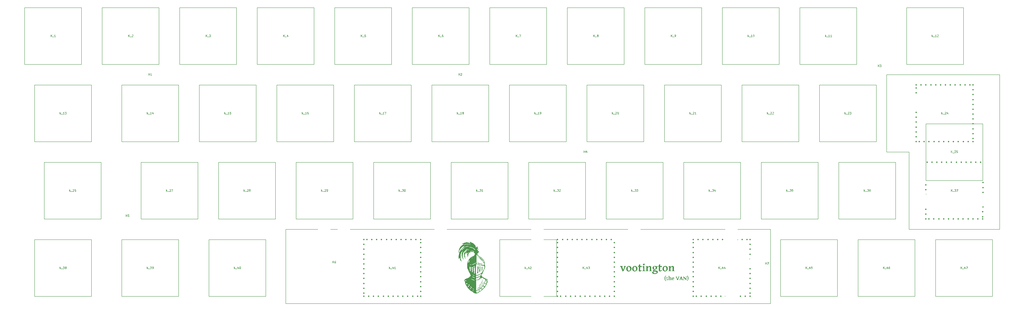
<source format=gbr>
%TF.GenerationSoftware,KiCad,Pcbnew,(7.0.0)*%
%TF.CreationDate,2023-10-27T13:48:32+02:00*%
%TF.ProjectId,vootington VAN,766f6f74-696e-4677-946f-6e2056414e2e,rev?*%
%TF.SameCoordinates,Original*%
%TF.FileFunction,Legend,Top*%
%TF.FilePolarity,Positive*%
%FSLAX46Y46*%
G04 Gerber Fmt 4.6, Leading zero omitted, Abs format (unit mm)*
G04 Created by KiCad (PCBNEW (7.0.0)) date 2023-10-27 13:48:32*
%MOMM*%
%LPD*%
G01*
G04 APERTURE LIST*
%ADD10C,0.120000*%
%ADD11C,0.500000*%
%ADD12C,0.200000*%
%ADD13C,0.125000*%
%ADD14C,0.300000*%
%ADD15C,2.200000*%
%ADD16C,1.700000*%
%ADD17C,3.048000*%
%ADD18C,3.987800*%
%ADD19C,3.800000*%
%ADD20C,0.650000*%
%ADD21O,1.000000X1.600000*%
%ADD22O,1.000000X2.100000*%
G04 APERTURE END LIST*
D10*
X241300000Y-50800000D02*
X269081250Y-50800000D01*
X93662500Y-88900000D02*
X212788500Y-88900000D01*
X241300000Y-69850000D02*
X246856250Y-69850000D01*
X246856250Y-69850000D02*
X246856250Y-88900000D01*
X212788500Y-107156250D02*
X93662500Y-107156250D01*
X269081250Y-88900000D02*
X269081250Y-50800000D01*
X246856250Y-88900000D02*
X269081250Y-88900000D01*
X93662500Y-88900000D02*
X93662500Y-107156250D01*
X241300000Y-50800000D02*
X241300000Y-69850000D01*
X212788500Y-107156250D02*
X212788500Y-88900000D01*
D11*
G36*
X177253637Y-98072864D02*
G01*
X177234189Y-98077657D01*
X177214865Y-98082831D01*
X177194920Y-98088839D01*
X177188669Y-98090938D01*
X177169501Y-98098578D01*
X177151946Y-98108226D01*
X177150078Y-98109501D01*
X177135495Y-98122888D01*
X177128096Y-98133436D01*
X177119051Y-98151573D01*
X177112465Y-98166165D01*
X176723630Y-99132878D01*
X176714662Y-99151282D01*
X176703022Y-99168637D01*
X176688711Y-99184942D01*
X176685528Y-99188077D01*
X176670622Y-99201468D01*
X176654479Y-99214163D01*
X176637100Y-99226163D01*
X176626910Y-99232529D01*
X176608152Y-99242979D01*
X176588699Y-99252347D01*
X176568551Y-99260633D01*
X176557057Y-99264769D01*
X176536719Y-99271802D01*
X176516923Y-99278061D01*
X176497667Y-99283548D01*
X176487203Y-99286263D01*
X176002137Y-98166165D01*
X175992460Y-98146596D01*
X175980464Y-98129654D01*
X175966150Y-98115340D01*
X175957196Y-98108524D01*
X175940191Y-98098601D01*
X175921454Y-98090470D01*
X175902529Y-98083910D01*
X175880959Y-98077728D01*
X175860964Y-98072864D01*
X175860964Y-97973213D01*
X176483295Y-97973213D01*
X176483295Y-98072864D01*
X176460862Y-98075903D01*
X176440579Y-98079035D01*
X176420033Y-98082729D01*
X176400275Y-98087031D01*
X176398299Y-98087519D01*
X176379046Y-98092903D01*
X176360052Y-98100756D01*
X176352870Y-98105104D01*
X176340377Y-98120461D01*
X176338703Y-98130017D01*
X176342148Y-98149595D01*
X176348473Y-98166165D01*
X176644007Y-98853953D01*
X176921467Y-98166165D01*
X176927817Y-98147236D01*
X176930260Y-98131482D01*
X176924856Y-98111974D01*
X176920001Y-98106570D01*
X176902966Y-98095957D01*
X176884510Y-98089445D01*
X176882877Y-98088984D01*
X176862595Y-98083553D01*
X176842309Y-98079024D01*
X176821488Y-98074933D01*
X176810092Y-98072864D01*
X176810092Y-97973213D01*
X177253637Y-97973213D01*
X177253637Y-98072864D01*
G37*
G36*
X178056389Y-97942379D02*
G01*
X178081993Y-97943667D01*
X178107141Y-97945814D01*
X178131835Y-97948819D01*
X178156074Y-97952683D01*
X178179858Y-97957406D01*
X178203186Y-97962987D01*
X178226060Y-97969427D01*
X178248478Y-97976726D01*
X178270441Y-97984883D01*
X178284830Y-97990799D01*
X178306062Y-98000288D01*
X178326711Y-98010439D01*
X178346775Y-98021251D01*
X178366255Y-98032724D01*
X178385151Y-98044859D01*
X178403464Y-98057654D01*
X178421192Y-98071111D01*
X178438337Y-98085229D01*
X178454898Y-98100008D01*
X178470875Y-98115448D01*
X178481202Y-98126109D01*
X178496254Y-98142512D01*
X178510637Y-98159483D01*
X178524350Y-98177019D01*
X178537393Y-98195123D01*
X178549766Y-98213793D01*
X178561470Y-98233030D01*
X178572504Y-98252834D01*
X178582868Y-98273204D01*
X178592562Y-98294141D01*
X178601587Y-98315645D01*
X178607231Y-98330296D01*
X178615088Y-98352637D01*
X178622172Y-98375330D01*
X178628483Y-98398375D01*
X178634021Y-98421773D01*
X178638787Y-98445522D01*
X178642780Y-98469623D01*
X178646000Y-98494077D01*
X178648447Y-98518882D01*
X178650121Y-98544040D01*
X178651023Y-98569549D01*
X178651195Y-98586751D01*
X178650805Y-98609519D01*
X178649638Y-98632150D01*
X178647691Y-98654643D01*
X178644967Y-98676999D01*
X178641463Y-98699217D01*
X178637181Y-98721298D01*
X178632121Y-98743242D01*
X178626282Y-98765048D01*
X178619855Y-98786526D01*
X178612788Y-98807730D01*
X178605079Y-98828658D01*
X178596729Y-98849312D01*
X178587737Y-98869691D01*
X178578105Y-98889795D01*
X178567832Y-98909625D01*
X178556917Y-98929180D01*
X178545529Y-98948299D01*
X178533592Y-98967068D01*
X178521105Y-98985485D01*
X178508068Y-99003551D01*
X178494482Y-99021267D01*
X178480347Y-99038631D01*
X178465662Y-99055644D01*
X178450427Y-99072306D01*
X178434826Y-99088510D01*
X178418798Y-99104149D01*
X178402342Y-99119223D01*
X178385459Y-99133733D01*
X178368148Y-99147678D01*
X178350410Y-99161058D01*
X178332244Y-99173873D01*
X178313651Y-99186123D01*
X178294791Y-99197641D01*
X178275580Y-99208502D01*
X178256017Y-99218707D01*
X178236104Y-99228255D01*
X178215840Y-99237147D01*
X178195224Y-99245382D01*
X178174257Y-99252962D01*
X178152939Y-99259884D01*
X178131484Y-99266067D01*
X178109861Y-99271425D01*
X178088070Y-99275959D01*
X178066111Y-99279668D01*
X178043984Y-99282553D01*
X178021689Y-99284614D01*
X177999227Y-99285850D01*
X177976596Y-99286263D01*
X177950266Y-99285833D01*
X177924401Y-99284545D01*
X177898998Y-99282399D01*
X177874060Y-99279393D01*
X177849585Y-99275529D01*
X177825574Y-99270807D01*
X177802026Y-99265225D01*
X177778942Y-99258785D01*
X177756322Y-99251487D01*
X177734166Y-99243329D01*
X177719653Y-99237414D01*
X177698338Y-99227933D01*
X177677624Y-99217808D01*
X177657511Y-99207039D01*
X177637999Y-99195626D01*
X177619088Y-99183568D01*
X177600779Y-99170867D01*
X177583070Y-99157522D01*
X177565963Y-99143533D01*
X177549456Y-99128900D01*
X177533551Y-99113623D01*
X177523281Y-99103080D01*
X177508395Y-99086764D01*
X177494144Y-99069873D01*
X177480528Y-99052406D01*
X177467548Y-99034364D01*
X177455203Y-99015747D01*
X177443494Y-98996554D01*
X177432420Y-98976786D01*
X177421982Y-98956443D01*
X177412178Y-98935525D01*
X177403011Y-98914031D01*
X177397252Y-98899382D01*
X177389308Y-98877037D01*
X177382145Y-98854331D01*
X177375764Y-98831264D01*
X177370164Y-98807837D01*
X177365345Y-98784049D01*
X177361308Y-98759900D01*
X177358052Y-98735391D01*
X177355578Y-98710521D01*
X177353885Y-98685291D01*
X177352973Y-98659700D01*
X177352800Y-98642438D01*
X177353209Y-98618991D01*
X177700113Y-98618991D01*
X177700336Y-98638842D01*
X177701006Y-98658461D01*
X177702594Y-98684259D01*
X177704975Y-98709645D01*
X177708150Y-98734619D01*
X177712119Y-98759181D01*
X177716882Y-98783330D01*
X177722438Y-98807068D01*
X177725514Y-98818782D01*
X177732139Y-98841733D01*
X177739314Y-98863936D01*
X177747038Y-98885391D01*
X177755312Y-98906099D01*
X177764135Y-98926058D01*
X177773508Y-98945269D01*
X177783430Y-98963732D01*
X177793902Y-98981448D01*
X177804985Y-98998216D01*
X177816495Y-99014084D01*
X177831483Y-99032653D01*
X177847140Y-99049815D01*
X177863464Y-99065569D01*
X177880456Y-99079916D01*
X177894530Y-99090380D01*
X177912534Y-99101779D01*
X177930823Y-99111245D01*
X177949399Y-99118780D01*
X177968261Y-99124383D01*
X177991273Y-99128556D01*
X178014698Y-99129947D01*
X178034901Y-99129466D01*
X178058932Y-99127513D01*
X178081603Y-99124057D01*
X178102915Y-99119098D01*
X178122867Y-99112636D01*
X178141459Y-99104672D01*
X178151962Y-99099173D01*
X178168699Y-99088711D01*
X178184410Y-99076866D01*
X178199096Y-99063638D01*
X178212756Y-99049026D01*
X178225390Y-99033031D01*
X178236999Y-99015653D01*
X178241355Y-99008314D01*
X178251693Y-98989035D01*
X178261028Y-98968443D01*
X178269362Y-98946540D01*
X178276694Y-98923325D01*
X178281839Y-98903809D01*
X178286342Y-98883453D01*
X178290204Y-98862257D01*
X178293638Y-98840237D01*
X178296615Y-98817408D01*
X178299134Y-98793770D01*
X178301195Y-98769323D01*
X178302798Y-98744066D01*
X178303942Y-98718001D01*
X178304501Y-98697921D01*
X178304801Y-98677386D01*
X178304858Y-98663443D01*
X178304657Y-98643562D01*
X178304051Y-98623853D01*
X178303042Y-98604316D01*
X178301069Y-98578533D01*
X178298379Y-98553055D01*
X178294971Y-98527883D01*
X178290845Y-98503016D01*
X178286003Y-98478454D01*
X178281900Y-98460233D01*
X178275984Y-98436412D01*
X178269474Y-98413308D01*
X178262368Y-98390922D01*
X178254666Y-98369253D01*
X178246370Y-98348301D01*
X178237478Y-98328067D01*
X178227991Y-98308551D01*
X178217908Y-98289752D01*
X178207375Y-98271792D01*
X178196292Y-98254795D01*
X178184660Y-98238758D01*
X178169348Y-98220066D01*
X178153176Y-98202876D01*
X178136146Y-98187188D01*
X178118257Y-98173004D01*
X178099805Y-98160479D01*
X178080781Y-98150077D01*
X178061184Y-98141798D01*
X178041015Y-98135642D01*
X178020274Y-98131609D01*
X177998959Y-98129698D01*
X177990274Y-98129528D01*
X177969360Y-98130109D01*
X177949363Y-98131849D01*
X177925654Y-98135656D01*
X177903377Y-98141275D01*
X177882530Y-98148707D01*
X177863115Y-98157952D01*
X177848613Y-98166653D01*
X177831618Y-98178959D01*
X177815745Y-98192671D01*
X177800993Y-98207791D01*
X177787361Y-98224318D01*
X177774851Y-98242252D01*
X177763462Y-98261593D01*
X177759220Y-98269724D01*
X177749329Y-98290775D01*
X177740415Y-98313020D01*
X177733988Y-98331674D01*
X177728188Y-98351091D01*
X177723013Y-98371272D01*
X177718464Y-98392215D01*
X177714541Y-98413923D01*
X177712814Y-98425062D01*
X177709837Y-98447754D01*
X177707257Y-98470888D01*
X177705074Y-98494465D01*
X177703288Y-98518485D01*
X177701899Y-98542948D01*
X177700907Y-98567853D01*
X177700312Y-98593201D01*
X177700113Y-98618991D01*
X177353209Y-98618991D01*
X177353238Y-98617324D01*
X177354551Y-98592355D01*
X177356741Y-98567533D01*
X177359806Y-98542856D01*
X177363748Y-98518325D01*
X177368565Y-98493941D01*
X177374258Y-98469702D01*
X177380827Y-98445609D01*
X177388271Y-98421662D01*
X177396592Y-98397862D01*
X177402625Y-98382076D01*
X177412407Y-98358607D01*
X177422884Y-98335645D01*
X177434057Y-98313189D01*
X177445925Y-98291240D01*
X177458489Y-98269798D01*
X177471748Y-98248862D01*
X177485703Y-98228433D01*
X177500353Y-98208510D01*
X177515699Y-98189095D01*
X177531740Y-98170185D01*
X177542821Y-98157861D01*
X177560061Y-98139882D01*
X177577894Y-98122581D01*
X177596320Y-98105959D01*
X177615338Y-98090015D01*
X177634948Y-98074749D01*
X177655151Y-98060162D01*
X177675947Y-98046253D01*
X177697335Y-98033022D01*
X177719315Y-98020470D01*
X177741888Y-98008596D01*
X177757266Y-98001057D01*
X177780832Y-97990494D01*
X177804819Y-97980970D01*
X177829226Y-97972485D01*
X177854055Y-97965039D01*
X177879304Y-97958631D01*
X177904974Y-97953263D01*
X177931064Y-97948934D01*
X177957576Y-97945644D01*
X177984508Y-97943393D01*
X178011860Y-97942181D01*
X178030329Y-97941950D01*
X178056389Y-97942379D01*
G37*
G36*
X179525753Y-97942379D02*
G01*
X179551357Y-97943667D01*
X179576506Y-97945814D01*
X179601200Y-97948819D01*
X179625439Y-97952683D01*
X179649223Y-97957406D01*
X179672551Y-97962987D01*
X179695425Y-97969427D01*
X179717843Y-97976726D01*
X179739806Y-97984883D01*
X179754195Y-97990799D01*
X179775427Y-98000288D01*
X179796075Y-98010439D01*
X179816140Y-98021251D01*
X179835620Y-98032724D01*
X179854516Y-98044859D01*
X179872829Y-98057654D01*
X179890557Y-98071111D01*
X179907702Y-98085229D01*
X179924263Y-98100008D01*
X179940240Y-98115448D01*
X179950567Y-98126109D01*
X179965619Y-98142512D01*
X179980002Y-98159483D01*
X179993715Y-98177019D01*
X180006758Y-98195123D01*
X180019131Y-98213793D01*
X180030835Y-98233030D01*
X180041869Y-98252834D01*
X180052233Y-98273204D01*
X180061927Y-98294141D01*
X180070952Y-98315645D01*
X180076596Y-98330296D01*
X180084453Y-98352637D01*
X180091537Y-98375330D01*
X180097848Y-98398375D01*
X180103386Y-98421773D01*
X180108152Y-98445522D01*
X180112145Y-98469623D01*
X180115365Y-98494077D01*
X180117812Y-98518882D01*
X180119486Y-98544040D01*
X180120388Y-98569549D01*
X180120560Y-98586751D01*
X180120170Y-98609519D01*
X180119003Y-98632150D01*
X180117056Y-98654643D01*
X180114332Y-98676999D01*
X180110828Y-98699217D01*
X180106546Y-98721298D01*
X180101486Y-98743242D01*
X180095647Y-98765048D01*
X180089220Y-98786526D01*
X180082153Y-98807730D01*
X180074444Y-98828658D01*
X180066094Y-98849312D01*
X180057102Y-98869691D01*
X180047470Y-98889795D01*
X180037197Y-98909625D01*
X180026282Y-98929180D01*
X180014894Y-98948299D01*
X180002957Y-98967068D01*
X179990470Y-98985485D01*
X179977433Y-99003551D01*
X179963847Y-99021267D01*
X179949712Y-99038631D01*
X179935027Y-99055644D01*
X179919792Y-99072306D01*
X179904191Y-99088510D01*
X179888163Y-99104149D01*
X179871707Y-99119223D01*
X179854824Y-99133733D01*
X179837513Y-99147678D01*
X179819775Y-99161058D01*
X179801609Y-99173873D01*
X179783016Y-99186123D01*
X179764156Y-99197641D01*
X179744945Y-99208502D01*
X179725382Y-99218707D01*
X179705469Y-99228255D01*
X179685204Y-99237147D01*
X179664589Y-99245382D01*
X179643622Y-99252962D01*
X179622304Y-99259884D01*
X179600849Y-99266067D01*
X179579226Y-99271425D01*
X179557435Y-99275959D01*
X179535476Y-99279668D01*
X179513349Y-99282553D01*
X179491054Y-99284614D01*
X179468592Y-99285850D01*
X179445961Y-99286263D01*
X179419631Y-99285833D01*
X179393766Y-99284545D01*
X179368363Y-99282399D01*
X179343425Y-99279393D01*
X179318950Y-99275529D01*
X179294939Y-99270807D01*
X179271391Y-99265225D01*
X179248307Y-99258785D01*
X179225687Y-99251487D01*
X179203531Y-99243329D01*
X179189018Y-99237414D01*
X179167703Y-99227933D01*
X179146989Y-99217808D01*
X179126876Y-99207039D01*
X179107364Y-99195626D01*
X179088453Y-99183568D01*
X179070144Y-99170867D01*
X179052435Y-99157522D01*
X179035328Y-99143533D01*
X179018821Y-99128900D01*
X179002916Y-99113623D01*
X178992646Y-99103080D01*
X178977760Y-99086764D01*
X178963509Y-99069873D01*
X178949893Y-99052406D01*
X178936913Y-99034364D01*
X178924568Y-99015747D01*
X178912859Y-98996554D01*
X178901785Y-98976786D01*
X178891347Y-98956443D01*
X178881543Y-98935525D01*
X178872376Y-98914031D01*
X178866617Y-98899382D01*
X178858673Y-98877037D01*
X178851510Y-98854331D01*
X178845129Y-98831264D01*
X178839529Y-98807837D01*
X178834710Y-98784049D01*
X178830673Y-98759900D01*
X178827417Y-98735391D01*
X178824943Y-98710521D01*
X178823250Y-98685291D01*
X178822338Y-98659700D01*
X178822165Y-98642438D01*
X178822574Y-98618991D01*
X179169478Y-98618991D01*
X179169701Y-98638842D01*
X179170371Y-98658461D01*
X179171959Y-98684259D01*
X179174340Y-98709645D01*
X179177515Y-98734619D01*
X179181484Y-98759181D01*
X179186247Y-98783330D01*
X179191803Y-98807068D01*
X179194879Y-98818782D01*
X179201504Y-98841733D01*
X179208679Y-98863936D01*
X179216403Y-98885391D01*
X179224677Y-98906099D01*
X179233500Y-98926058D01*
X179242873Y-98945269D01*
X179252795Y-98963732D01*
X179263267Y-98981448D01*
X179274350Y-98998216D01*
X179285860Y-99014084D01*
X179300848Y-99032653D01*
X179316505Y-99049815D01*
X179332829Y-99065569D01*
X179349821Y-99079916D01*
X179363895Y-99090380D01*
X179381899Y-99101779D01*
X179400188Y-99111245D01*
X179418764Y-99118780D01*
X179437626Y-99124383D01*
X179460638Y-99128556D01*
X179484063Y-99129947D01*
X179504266Y-99129466D01*
X179528297Y-99127513D01*
X179550968Y-99124057D01*
X179572280Y-99119098D01*
X179592232Y-99112636D01*
X179610824Y-99104672D01*
X179621327Y-99099173D01*
X179638064Y-99088711D01*
X179653775Y-99076866D01*
X179668461Y-99063638D01*
X179682121Y-99049026D01*
X179694755Y-99033031D01*
X179706364Y-99015653D01*
X179710720Y-99008314D01*
X179721058Y-98989035D01*
X179730393Y-98968443D01*
X179738727Y-98946540D01*
X179746059Y-98923325D01*
X179751203Y-98903809D01*
X179755707Y-98883453D01*
X179759569Y-98862257D01*
X179763003Y-98840237D01*
X179765980Y-98817408D01*
X179768499Y-98793770D01*
X179770560Y-98769323D01*
X179772163Y-98744066D01*
X179773307Y-98718001D01*
X179773866Y-98697921D01*
X179774166Y-98677386D01*
X179774223Y-98663443D01*
X179774022Y-98643562D01*
X179773416Y-98623853D01*
X179772407Y-98604316D01*
X179770434Y-98578533D01*
X179767744Y-98553055D01*
X179764336Y-98527883D01*
X179760210Y-98503016D01*
X179755368Y-98478454D01*
X179751265Y-98460233D01*
X179745349Y-98436412D01*
X179738839Y-98413308D01*
X179731733Y-98390922D01*
X179724031Y-98369253D01*
X179715735Y-98348301D01*
X179706843Y-98328067D01*
X179697356Y-98308551D01*
X179687273Y-98289752D01*
X179676740Y-98271792D01*
X179665657Y-98254795D01*
X179654025Y-98238758D01*
X179638712Y-98220066D01*
X179622541Y-98202876D01*
X179605511Y-98187188D01*
X179587622Y-98173004D01*
X179569170Y-98160479D01*
X179550146Y-98150077D01*
X179530549Y-98141798D01*
X179510380Y-98135642D01*
X179489638Y-98131609D01*
X179468324Y-98129698D01*
X179459639Y-98129528D01*
X179438725Y-98130109D01*
X179418728Y-98131849D01*
X179395019Y-98135656D01*
X179372742Y-98141275D01*
X179351895Y-98148707D01*
X179332480Y-98157952D01*
X179317978Y-98166653D01*
X179300983Y-98178959D01*
X179285110Y-98192671D01*
X179270358Y-98207791D01*
X179256726Y-98224318D01*
X179244216Y-98242252D01*
X179232827Y-98261593D01*
X179228585Y-98269724D01*
X179218693Y-98290775D01*
X179209780Y-98313020D01*
X179203353Y-98331674D01*
X179197553Y-98351091D01*
X179192378Y-98371272D01*
X179187829Y-98392215D01*
X179183906Y-98413923D01*
X179182179Y-98425062D01*
X179179202Y-98447754D01*
X179176622Y-98470888D01*
X179174439Y-98494465D01*
X179172653Y-98518485D01*
X179171264Y-98542948D01*
X179170272Y-98567853D01*
X179169677Y-98593201D01*
X179169478Y-98618991D01*
X178822574Y-98618991D01*
X178822603Y-98617324D01*
X178823916Y-98592355D01*
X178826106Y-98567533D01*
X178829171Y-98542856D01*
X178833113Y-98518325D01*
X178837930Y-98493941D01*
X178843623Y-98469702D01*
X178850192Y-98445609D01*
X178857636Y-98421662D01*
X178865957Y-98397862D01*
X178871990Y-98382076D01*
X178881772Y-98358607D01*
X178892249Y-98335645D01*
X178903422Y-98313189D01*
X178915290Y-98291240D01*
X178927854Y-98269798D01*
X178941113Y-98248862D01*
X178955068Y-98228433D01*
X178969718Y-98208510D01*
X178985064Y-98189095D01*
X179001105Y-98170185D01*
X179012186Y-98157861D01*
X179029426Y-98139882D01*
X179047259Y-98122581D01*
X179065685Y-98105959D01*
X179084703Y-98090015D01*
X179104313Y-98074749D01*
X179124516Y-98060162D01*
X179145312Y-98046253D01*
X179166700Y-98033022D01*
X179188680Y-98020470D01*
X179211253Y-98008596D01*
X179226631Y-98001057D01*
X179250197Y-97990494D01*
X179274184Y-97980970D01*
X179298591Y-97972485D01*
X179323420Y-97965039D01*
X179348669Y-97958631D01*
X179374339Y-97953263D01*
X179400429Y-97948934D01*
X179426941Y-97945644D01*
X179453873Y-97943393D01*
X179481225Y-97942181D01*
X179499694Y-97941950D01*
X179525753Y-97942379D01*
G37*
G36*
X181213302Y-99033227D02*
G01*
X181190685Y-99049378D01*
X181168507Y-99064979D01*
X181146767Y-99080030D01*
X181125466Y-99094532D01*
X181104605Y-99108484D01*
X181084182Y-99121887D01*
X181064198Y-99134740D01*
X181044653Y-99147044D01*
X181025546Y-99158798D01*
X181006879Y-99170003D01*
X180988650Y-99180658D01*
X180970861Y-99190764D01*
X180953510Y-99200320D01*
X180928307Y-99213623D01*
X180904091Y-99225690D01*
X180880841Y-99236515D01*
X180858536Y-99246275D01*
X180837175Y-99254971D01*
X180816759Y-99262602D01*
X180797287Y-99269167D01*
X180772794Y-99276266D01*
X180749980Y-99281471D01*
X180728846Y-99284784D01*
X180704789Y-99286263D01*
X180682996Y-99285473D01*
X180661581Y-99283103D01*
X180640543Y-99279153D01*
X180619884Y-99273623D01*
X180599602Y-99266513D01*
X180592925Y-99263792D01*
X180573623Y-99254708D01*
X180555281Y-99243940D01*
X180537902Y-99231489D01*
X180521484Y-99217356D01*
X180506028Y-99201539D01*
X180501090Y-99195893D01*
X180486985Y-99177849D01*
X180476070Y-99161554D01*
X180465919Y-99144113D01*
X180456531Y-99125528D01*
X180447906Y-99105798D01*
X180440045Y-99084923D01*
X180438564Y-99080610D01*
X180431809Y-99058325D01*
X180426199Y-99034824D01*
X180422535Y-99015147D01*
X180419605Y-98994692D01*
X180417406Y-98973458D01*
X180415941Y-98951446D01*
X180415208Y-98928655D01*
X180415117Y-98916967D01*
X180415117Y-98160792D01*
X180249031Y-98160792D01*
X180208976Y-98106570D01*
X180315954Y-97973213D01*
X180415117Y-97973213D01*
X180415117Y-97681099D01*
X180692576Y-97473004D01*
X180744844Y-97518921D01*
X180744844Y-97973213D01*
X181163965Y-97973213D01*
X181213302Y-98027435D01*
X181204156Y-98045187D01*
X181193509Y-98063516D01*
X181182528Y-98080680D01*
X181170831Y-98097681D01*
X181158943Y-98114492D01*
X181146864Y-98131112D01*
X181144426Y-98134413D01*
X181132567Y-98150232D01*
X181119632Y-98166090D01*
X181106812Y-98180331D01*
X181092537Y-98194197D01*
X181077180Y-98206837D01*
X181074572Y-98208663D01*
X181055766Y-98200481D01*
X181037248Y-98194013D01*
X181032563Y-98192543D01*
X181012619Y-98186452D01*
X180992768Y-98181110D01*
X180975410Y-98176912D01*
X180955489Y-98172408D01*
X180934804Y-98168668D01*
X180913357Y-98165692D01*
X180908976Y-98165188D01*
X180889037Y-98163063D01*
X180868790Y-98161633D01*
X180848234Y-98160899D01*
X180836680Y-98160792D01*
X180744844Y-98160792D01*
X180744844Y-98788984D01*
X180745047Y-98809855D01*
X180745655Y-98829723D01*
X180746921Y-98852243D01*
X180748770Y-98873320D01*
X180751202Y-98892955D01*
X180753149Y-98905244D01*
X180757132Y-98925276D01*
X180762544Y-98945937D01*
X180769727Y-98966335D01*
X180777084Y-98981936D01*
X180788524Y-98999845D01*
X180802583Y-99015038D01*
X180814209Y-99023457D01*
X180832398Y-99031680D01*
X180852038Y-99035711D01*
X180861593Y-99036158D01*
X180882076Y-99035352D01*
X180903043Y-99032933D01*
X180912884Y-99031273D01*
X180932220Y-99027222D01*
X180951302Y-99022337D01*
X180971814Y-99016307D01*
X180973944Y-99015642D01*
X180994110Y-99008626D01*
X181013138Y-99001223D01*
X181033204Y-98992720D01*
X181051613Y-98984378D01*
X181071312Y-98975079D01*
X181089275Y-98966252D01*
X181108234Y-98956634D01*
X181128190Y-98946227D01*
X181145580Y-98936951D01*
X181152730Y-98933087D01*
X181213302Y-99033227D01*
G37*
G36*
X181324188Y-99255000D02*
G01*
X181324188Y-99155348D01*
X181346743Y-99150418D01*
X181367755Y-99145396D01*
X181387226Y-99140282D01*
X181409396Y-99133761D01*
X181429158Y-99127096D01*
X181449691Y-99118910D01*
X181461453Y-99113339D01*
X181478583Y-99103671D01*
X181494426Y-99091723D01*
X181505245Y-99074212D01*
X181505417Y-99071817D01*
X181505417Y-98368886D01*
X181505381Y-98347713D01*
X181505274Y-98327852D01*
X181505050Y-98305750D01*
X181504724Y-98285537D01*
X181504213Y-98264342D01*
X181503951Y-98256046D01*
X181502333Y-98235530D01*
X181498396Y-98215368D01*
X181491393Y-98196592D01*
X181486854Y-98188635D01*
X181473568Y-98173738D01*
X181457081Y-98162900D01*
X181438654Y-98155348D01*
X181434098Y-98153953D01*
X181413307Y-98148824D01*
X181391458Y-98144736D01*
X181370014Y-98141531D01*
X181350229Y-98139069D01*
X181328703Y-98136799D01*
X181324188Y-98136367D01*
X181324188Y-98040624D01*
X181346242Y-98037446D01*
X181368072Y-98034138D01*
X181389679Y-98030702D01*
X181411063Y-98027137D01*
X181432223Y-98023444D01*
X181453160Y-98019621D01*
X181473874Y-98015670D01*
X181494365Y-98011590D01*
X181514632Y-98007381D01*
X181534676Y-98003043D01*
X181547915Y-98000080D01*
X181567679Y-97995502D01*
X181587219Y-97990743D01*
X181606536Y-97985804D01*
X181625630Y-97980685D01*
X181644501Y-97975386D01*
X181669314Y-97968040D01*
X181693731Y-97960373D01*
X181717751Y-97952385D01*
X181741373Y-97944077D01*
X181747217Y-97941950D01*
X181835145Y-97941950D01*
X181835145Y-99071817D01*
X181845403Y-99089891D01*
X181862233Y-99103172D01*
X181876177Y-99111873D01*
X181893826Y-99120695D01*
X181915630Y-99129207D01*
X181936975Y-99136064D01*
X181956129Y-99141396D01*
X181977130Y-99146590D01*
X181999978Y-99151646D01*
X182018327Y-99155348D01*
X182018327Y-99255000D01*
X181324188Y-99255000D01*
G37*
G36*
X181887412Y-97536507D02*
G01*
X181886548Y-97557457D01*
X181883953Y-97577566D01*
X181879629Y-97596834D01*
X181872569Y-97617823D01*
X181869339Y-97625411D01*
X181859721Y-97644737D01*
X181848456Y-97662658D01*
X181835541Y-97679175D01*
X181820978Y-97694288D01*
X181804889Y-97707874D01*
X181787395Y-97719811D01*
X181768497Y-97730100D01*
X181748194Y-97738740D01*
X181729464Y-97744831D01*
X181710033Y-97749426D01*
X181689901Y-97752524D01*
X181669067Y-97754127D01*
X181656847Y-97754371D01*
X181635488Y-97753637D01*
X181614824Y-97751435D01*
X181594856Y-97747764D01*
X181584063Y-97745090D01*
X181563550Y-97738240D01*
X181544755Y-97729291D01*
X181527677Y-97718243D01*
X181524468Y-97715781D01*
X181509594Y-97702357D01*
X181496723Y-97687121D01*
X181485856Y-97670071D01*
X181483923Y-97666444D01*
X181475938Y-97646933D01*
X181471279Y-97627334D01*
X181469017Y-97605803D01*
X181468780Y-97595614D01*
X181469622Y-97574663D01*
X181472146Y-97554554D01*
X181476354Y-97535287D01*
X181483223Y-97514297D01*
X181486366Y-97506709D01*
X181496197Y-97487445D01*
X181507615Y-97469706D01*
X181520621Y-97453495D01*
X181535214Y-97438810D01*
X181551304Y-97425437D01*
X181568798Y-97413653D01*
X181587696Y-97403456D01*
X181607999Y-97394846D01*
X181626658Y-97388755D01*
X181645879Y-97384160D01*
X181665661Y-97381062D01*
X181686004Y-97379459D01*
X181697880Y-97379214D01*
X181718531Y-97379949D01*
X181738718Y-97382151D01*
X181758442Y-97385822D01*
X181769199Y-97388496D01*
X181788012Y-97394528D01*
X181807285Y-97403134D01*
X181824840Y-97413743D01*
X181829771Y-97417316D01*
X181844950Y-97430225D01*
X181858126Y-97445137D01*
X181869298Y-97462053D01*
X181871292Y-97465676D01*
X181879793Y-97485187D01*
X181884752Y-97504786D01*
X181887161Y-97526317D01*
X181887412Y-97536507D01*
G37*
G36*
X182988948Y-99255000D02*
G01*
X182988948Y-99155348D01*
X183012716Y-99148983D01*
X183034682Y-99142831D01*
X183054847Y-99136893D01*
X183077521Y-99129771D01*
X183097380Y-99122982D01*
X183117496Y-99115277D01*
X183128655Y-99110408D01*
X183146820Y-99100669D01*
X183162228Y-99088580D01*
X183170176Y-99071817D01*
X183170176Y-98451441D01*
X183169985Y-98428693D01*
X183169413Y-98407162D01*
X183168459Y-98386847D01*
X183166810Y-98364076D01*
X183164612Y-98343055D01*
X183162360Y-98326877D01*
X183158710Y-98305846D01*
X183154172Y-98286779D01*
X183147898Y-98267392D01*
X183139453Y-98248647D01*
X183138424Y-98246765D01*
X183127204Y-98229601D01*
X183112218Y-98214798D01*
X183094461Y-98204267D01*
X183074038Y-98197314D01*
X183052666Y-98193498D01*
X183031148Y-98192102D01*
X183026073Y-98192055D01*
X183004930Y-98192913D01*
X182985250Y-98195154D01*
X182964951Y-98198787D01*
X182955731Y-98200847D01*
X182936680Y-98206038D01*
X182916652Y-98212815D01*
X182898326Y-98220048D01*
X182879252Y-98228496D01*
X182873665Y-98231133D01*
X182853750Y-98241094D01*
X182835935Y-98250860D01*
X182817434Y-98261760D01*
X182798246Y-98273793D01*
X182781731Y-98284686D01*
X182774991Y-98289263D01*
X182757760Y-98301189D01*
X182739957Y-98314069D01*
X182721582Y-98327903D01*
X182702634Y-98342691D01*
X182687064Y-98355209D01*
X182671127Y-98368337D01*
X182654824Y-98382076D01*
X182654824Y-99071817D01*
X182663799Y-99090050D01*
X182681202Y-99103416D01*
X182698833Y-99112943D01*
X182701718Y-99114316D01*
X182720781Y-99122456D01*
X182742797Y-99130390D01*
X182763400Y-99136844D01*
X182786054Y-99143155D01*
X182805655Y-99148101D01*
X182826568Y-99152956D01*
X182837517Y-99155348D01*
X182837517Y-99255000D01*
X182143867Y-99255000D01*
X182143867Y-99155348D01*
X182165865Y-99149563D01*
X182186427Y-99143930D01*
X182205554Y-99138450D01*
X182227445Y-99131814D01*
X182247094Y-99125417D01*
X182267714Y-99118056D01*
X182279666Y-99113339D01*
X182297368Y-99105007D01*
X182313738Y-99093677D01*
X182324696Y-99076084D01*
X182325096Y-99071817D01*
X182325096Y-98312711D01*
X182325002Y-98290468D01*
X182324722Y-98270329D01*
X182324172Y-98249889D01*
X182323262Y-98230178D01*
X182323142Y-98228203D01*
X182320067Y-98208047D01*
X182312762Y-98189878D01*
X182304579Y-98178866D01*
X182289238Y-98166684D01*
X182270106Y-98157931D01*
X182250846Y-98152487D01*
X182230238Y-98148366D01*
X182208850Y-98144809D01*
X182188024Y-98141798D01*
X182164898Y-98138822D01*
X182143867Y-98136367D01*
X182143867Y-98040624D01*
X182164249Y-98038415D01*
X182184177Y-98036064D01*
X182203652Y-98033569D01*
X182226424Y-98030386D01*
X182248543Y-98026997D01*
X182266477Y-98024016D01*
X182287738Y-98020300D01*
X182308655Y-98016482D01*
X182329229Y-98012561D01*
X182349459Y-98008537D01*
X182369346Y-98004409D01*
X182375898Y-98003011D01*
X182395396Y-97998494D01*
X182414687Y-97993737D01*
X182433772Y-97988740D01*
X182452651Y-97983502D01*
X182474417Y-97977087D01*
X182477503Y-97976144D01*
X182496171Y-97970328D01*
X182514804Y-97964237D01*
X182533402Y-97957872D01*
X182551967Y-97951231D01*
X182570497Y-97944316D01*
X182576666Y-97941950D01*
X182634307Y-97999591D01*
X182649450Y-98196451D01*
X182669455Y-98179659D01*
X182689292Y-98163478D01*
X182708961Y-98147908D01*
X182728463Y-98132948D01*
X182747796Y-98118599D01*
X182766962Y-98104860D01*
X182785959Y-98091732D01*
X182804789Y-98079214D01*
X182823450Y-98067308D01*
X182841944Y-98056011D01*
X182860270Y-98045326D01*
X182878428Y-98035251D01*
X182896418Y-98025786D01*
X182914240Y-98016933D01*
X182940658Y-98004797D01*
X182949380Y-98001057D01*
X182975288Y-97990494D01*
X183000620Y-97980970D01*
X183025377Y-97972485D01*
X183049558Y-97965039D01*
X183073164Y-97958631D01*
X183096195Y-97953263D01*
X183118651Y-97948934D01*
X183140531Y-97945644D01*
X183161836Y-97943393D01*
X183182566Y-97942181D01*
X183196066Y-97941950D01*
X183218076Y-97942603D01*
X183239777Y-97944560D01*
X183261170Y-97947823D01*
X183282253Y-97952391D01*
X183303027Y-97958265D01*
X183309883Y-97960512D01*
X183330119Y-97968280D01*
X183349427Y-97977663D01*
X183367808Y-97988659D01*
X183385262Y-98001270D01*
X183401789Y-98015496D01*
X183407091Y-98020596D01*
X183422261Y-98037077D01*
X183436263Y-98055378D01*
X183447039Y-98072019D01*
X183457005Y-98089925D01*
X183466159Y-98109095D01*
X183474503Y-98129528D01*
X183481820Y-98151145D01*
X183487898Y-98174170D01*
X183491867Y-98193602D01*
X183495042Y-98213935D01*
X183497423Y-98235169D01*
X183499011Y-98257304D01*
X183499805Y-98280339D01*
X183499904Y-98292194D01*
X183499904Y-99071817D01*
X183507697Y-99089800D01*
X183508208Y-99090380D01*
X183524367Y-99102341D01*
X183537029Y-99108942D01*
X183556197Y-99116886D01*
X183576321Y-99124238D01*
X183593205Y-99129947D01*
X183612164Y-99135931D01*
X183633382Y-99142159D01*
X183653802Y-99147809D01*
X183675951Y-99153646D01*
X183682597Y-99155348D01*
X183682597Y-99255000D01*
X182988948Y-99255000D01*
G37*
G36*
X185155870Y-97992752D02*
G01*
X185149533Y-98011643D01*
X185142681Y-98028900D01*
X185134707Y-98047039D01*
X185126172Y-98065552D01*
X185123630Y-98070910D01*
X185114374Y-98089717D01*
X185105276Y-98107180D01*
X185101648Y-98113897D01*
X185091297Y-98131435D01*
X185079998Y-98148358D01*
X185077713Y-98151510D01*
X185057126Y-98155003D01*
X185036399Y-98158216D01*
X185015532Y-98161147D01*
X184994525Y-98163799D01*
X184982458Y-98165188D01*
X184961047Y-98167422D01*
X184938700Y-98169422D01*
X184918802Y-98170951D01*
X184898217Y-98172307D01*
X184876945Y-98173492D01*
X184887289Y-98191398D01*
X184896706Y-98209579D01*
X184905195Y-98228035D01*
X184912757Y-98246765D01*
X184919392Y-98265770D01*
X184921397Y-98272166D01*
X184926875Y-98291389D01*
X184931220Y-98310955D01*
X184934432Y-98330865D01*
X184936510Y-98351118D01*
X184937454Y-98371714D01*
X184937517Y-98378656D01*
X184936784Y-98404508D01*
X184934586Y-98429795D01*
X184930923Y-98454516D01*
X184925794Y-98478674D01*
X184919199Y-98502266D01*
X184911139Y-98525293D01*
X184901613Y-98547756D01*
X184890623Y-98569654D01*
X184878410Y-98590773D01*
X184865221Y-98611145D01*
X184851055Y-98630768D01*
X184835912Y-98649644D01*
X184819792Y-98667771D01*
X184802695Y-98685150D01*
X184784621Y-98701782D01*
X184765570Y-98717665D01*
X184745642Y-98732633D01*
X184724934Y-98746761D01*
X184703449Y-98760049D01*
X184681184Y-98772498D01*
X184658142Y-98784107D01*
X184640349Y-98792263D01*
X184622118Y-98799946D01*
X184603449Y-98807158D01*
X184584342Y-98813897D01*
X184564918Y-98820095D01*
X184545296Y-98825684D01*
X184525476Y-98830662D01*
X184505459Y-98835032D01*
X184485245Y-98838791D01*
X184464833Y-98841941D01*
X184444223Y-98844481D01*
X184423416Y-98846412D01*
X184402412Y-98847733D01*
X184381210Y-98848444D01*
X184366966Y-98848579D01*
X184353288Y-98848579D01*
X184337873Y-98863251D01*
X184321799Y-98879691D01*
X184308369Y-98894861D01*
X184296044Y-98910953D01*
X184286366Y-98927226D01*
X184278300Y-98945172D01*
X184272255Y-98964205D01*
X184272200Y-98965327D01*
X184277268Y-98984409D01*
X184280504Y-98989752D01*
X184295669Y-99002208D01*
X184314010Y-99011001D01*
X184319583Y-99013199D01*
X184339641Y-99019871D01*
X184358662Y-99025167D01*
X184380674Y-99030557D01*
X184401923Y-99035251D01*
X184413372Y-99037623D01*
X184433997Y-99041487D01*
X184456792Y-99045447D01*
X184476591Y-99048683D01*
X184497779Y-99051980D01*
X184520356Y-99055339D01*
X184544322Y-99058758D01*
X184569678Y-99062238D01*
X184582877Y-99064002D01*
X184602750Y-99066602D01*
X184622192Y-99069276D01*
X184650547Y-99073422D01*
X184677931Y-99077731D01*
X184704345Y-99082203D01*
X184729789Y-99086838D01*
X184754262Y-99091637D01*
X184777765Y-99096598D01*
X184800298Y-99101723D01*
X184821861Y-99107011D01*
X184842453Y-99112462D01*
X184849101Y-99114316D01*
X184868594Y-99120010D01*
X184887323Y-99125919D01*
X184911106Y-99134132D01*
X184933531Y-99142726D01*
X184954597Y-99151702D01*
X184974304Y-99161060D01*
X184992653Y-99170799D01*
X185009643Y-99180919D01*
X185017629Y-99186123D01*
X185036238Y-99199408D01*
X185052987Y-99213314D01*
X185067875Y-99227840D01*
X185080903Y-99242986D01*
X185094081Y-99261980D01*
X185104579Y-99281866D01*
X185113046Y-99302680D01*
X185119760Y-99324456D01*
X185124724Y-99347194D01*
X185127521Y-99366876D01*
X185129103Y-99387226D01*
X185129492Y-99403988D01*
X185128765Y-99424431D01*
X185126582Y-99444851D01*
X185122945Y-99465246D01*
X185117852Y-99485618D01*
X185111305Y-99505966D01*
X185103303Y-99526290D01*
X185099694Y-99534413D01*
X185089975Y-99554737D01*
X185079134Y-99574799D01*
X185067172Y-99594599D01*
X185054090Y-99614136D01*
X185039886Y-99633410D01*
X185024561Y-99652423D01*
X185018117Y-99659954D01*
X185004768Y-99674952D01*
X184990854Y-99689660D01*
X184976375Y-99704078D01*
X184961331Y-99718206D01*
X184945722Y-99732044D01*
X184929549Y-99745592D01*
X184912810Y-99758850D01*
X184895507Y-99771817D01*
X184877861Y-99784549D01*
X184859848Y-99796852D01*
X184841469Y-99808729D01*
X184822723Y-99820177D01*
X184803611Y-99831199D01*
X184784133Y-99841793D01*
X184764288Y-99851960D01*
X184744077Y-99861699D01*
X184723568Y-99870965D01*
X184702830Y-99879712D01*
X184681864Y-99887940D01*
X184660668Y-99895648D01*
X184639243Y-99902838D01*
X184617590Y-99909509D01*
X184595707Y-99915661D01*
X184573595Y-99921294D01*
X184551499Y-99926331D01*
X184529418Y-99930697D01*
X184507352Y-99934392D01*
X184485302Y-99937414D01*
X184463266Y-99939765D01*
X184441246Y-99941444D01*
X184419241Y-99942452D01*
X184397252Y-99942787D01*
X184374810Y-99942561D01*
X184352058Y-99941881D01*
X184328995Y-99940748D01*
X184305623Y-99939162D01*
X184281940Y-99937123D01*
X184257948Y-99934630D01*
X184248264Y-99933506D01*
X184224052Y-99930496D01*
X184199959Y-99926961D01*
X184175986Y-99922902D01*
X184152131Y-99918317D01*
X184128396Y-99913208D01*
X184104781Y-99907574D01*
X184095368Y-99905174D01*
X184072191Y-99898958D01*
X184049372Y-99892218D01*
X184026911Y-99884952D01*
X184004807Y-99877162D01*
X183983061Y-99868848D01*
X183961673Y-99860008D01*
X183953218Y-99856325D01*
X183932699Y-99846856D01*
X183912966Y-99836767D01*
X183894021Y-99826057D01*
X183875862Y-99814728D01*
X183858491Y-99802778D01*
X183841907Y-99790208D01*
X183835493Y-99785006D01*
X183820119Y-99771592D01*
X183805745Y-99757605D01*
X183792374Y-99743046D01*
X183780005Y-99727915D01*
X183766483Y-99709001D01*
X183754405Y-99689263D01*
X183744112Y-99668684D01*
X183735949Y-99647246D01*
X183729916Y-99624949D01*
X183726012Y-99601794D01*
X183724385Y-99581842D01*
X183724119Y-99569584D01*
X183725502Y-99548022D01*
X183729113Y-99528290D01*
X183729750Y-99526109D01*
X184053847Y-99526109D01*
X184055459Y-99545797D01*
X184060298Y-99565112D01*
X184068362Y-99584052D01*
X184079652Y-99602618D01*
X184087552Y-99613060D01*
X184101085Y-99628435D01*
X184116403Y-99643056D01*
X184133508Y-99656920D01*
X184152399Y-99670029D01*
X184169505Y-99680376D01*
X184180364Y-99686332D01*
X184199348Y-99695933D01*
X184219357Y-99704889D01*
X184240392Y-99713201D01*
X184262453Y-99720870D01*
X184285539Y-99727894D01*
X184304746Y-99733050D01*
X184319583Y-99736646D01*
X184339931Y-99740997D01*
X184360677Y-99744767D01*
X184381819Y-99747958D01*
X184403358Y-99750568D01*
X184425294Y-99752599D01*
X184447627Y-99754049D01*
X184470357Y-99754919D01*
X184493484Y-99755209D01*
X184513412Y-99754896D01*
X184537357Y-99753625D01*
X184560229Y-99751375D01*
X184582027Y-99748148D01*
X184602752Y-99743943D01*
X184622403Y-99738760D01*
X184633679Y-99735181D01*
X184655140Y-99727321D01*
X184675193Y-99718397D01*
X184693837Y-99708408D01*
X184711074Y-99697354D01*
X184726902Y-99685235D01*
X184731865Y-99680959D01*
X184748003Y-99665532D01*
X184762225Y-99649169D01*
X184774530Y-99631872D01*
X184784919Y-99613640D01*
X184789994Y-99602801D01*
X184797608Y-99583380D01*
X184803352Y-99563585D01*
X184807225Y-99543416D01*
X184809229Y-99522873D01*
X184809534Y-99510966D01*
X184807748Y-99491182D01*
X184802390Y-99471399D01*
X184796833Y-99458210D01*
X184785494Y-99440699D01*
X184770076Y-99425281D01*
X184754238Y-99413290D01*
X184747496Y-99408872D01*
X184729805Y-99398968D01*
X184709215Y-99389345D01*
X184689260Y-99381319D01*
X184667175Y-99373499D01*
X184647144Y-99367140D01*
X184642960Y-99365886D01*
X184621033Y-99359782D01*
X184602032Y-99355122D01*
X184581733Y-99350661D01*
X184560137Y-99346398D01*
X184537243Y-99342334D01*
X184513051Y-99338468D01*
X184487562Y-99334801D01*
X184467594Y-99332180D01*
X184447177Y-99329514D01*
X184427141Y-99326704D01*
X184407487Y-99323751D01*
X184384406Y-99320019D01*
X184361875Y-99316080D01*
X184343519Y-99312641D01*
X184322143Y-99308611D01*
X184301249Y-99304581D01*
X184280836Y-99300551D01*
X184260903Y-99296521D01*
X184241452Y-99292491D01*
X184235075Y-99291147D01*
X184216027Y-99304648D01*
X184198267Y-99317671D01*
X184181794Y-99330217D01*
X184163728Y-99344642D01*
X184147517Y-99358381D01*
X184135424Y-99369305D01*
X184120474Y-99383985D01*
X184105506Y-99400074D01*
X184092798Y-99415431D01*
X184081202Y-99431831D01*
X184071451Y-99448966D01*
X184063025Y-99468017D01*
X184058731Y-99482634D01*
X184055392Y-99502255D01*
X184053889Y-99522241D01*
X184053847Y-99526109D01*
X183729750Y-99526109D01*
X183734965Y-99508249D01*
X183738285Y-99499242D01*
X183747108Y-99481107D01*
X183758923Y-99462362D01*
X183771716Y-99445458D01*
X183784504Y-99430598D01*
X183791530Y-99423039D01*
X183806980Y-99407577D01*
X183821351Y-99394299D01*
X183837081Y-99380662D01*
X183854171Y-99366669D01*
X183872620Y-99352317D01*
X183888359Y-99340578D01*
X183896554Y-99334623D01*
X183913781Y-99322617D01*
X183932244Y-99310290D01*
X183951944Y-99297643D01*
X183972880Y-99284675D01*
X183995053Y-99271387D01*
X184012494Y-99261210D01*
X184030630Y-99250853D01*
X184049462Y-99240316D01*
X184068990Y-99229598D01*
X184050061Y-99221504D01*
X184023957Y-99209234D01*
X184000602Y-99196809D01*
X183979994Y-99184229D01*
X183962133Y-99171495D01*
X183947021Y-99158607D01*
X183931145Y-99141181D01*
X183920154Y-99123481D01*
X183913285Y-99100970D01*
X183912674Y-99091845D01*
X183916693Y-99071409D01*
X183924593Y-99052420D01*
X183925375Y-99050812D01*
X183935192Y-99033563D01*
X183946720Y-99016733D01*
X183959108Y-99000735D01*
X183967873Y-98990240D01*
X183981774Y-98974716D01*
X183997405Y-98958491D01*
X184012180Y-98944025D01*
X184028226Y-98929044D01*
X184045542Y-98913548D01*
X184061144Y-98900277D01*
X184077723Y-98886719D01*
X184095281Y-98872876D01*
X184113816Y-98858746D01*
X184133329Y-98844330D01*
X184149644Y-98832591D01*
X184162290Y-98823667D01*
X184143323Y-98818286D01*
X184120194Y-98810851D01*
X184097709Y-98802629D01*
X184075868Y-98793620D01*
X184054671Y-98783825D01*
X184034118Y-98773241D01*
X184022095Y-98766514D01*
X184002844Y-98754590D01*
X183984476Y-98742023D01*
X183966990Y-98728811D01*
X183950387Y-98714956D01*
X183934666Y-98700456D01*
X183919828Y-98685313D01*
X183914140Y-98679075D01*
X183900725Y-98662913D01*
X183888265Y-98646178D01*
X183876759Y-98628872D01*
X183866207Y-98610992D01*
X183856609Y-98592540D01*
X183847965Y-98573516D01*
X183844775Y-98565746D01*
X183837738Y-98545828D01*
X183831895Y-98525456D01*
X183827244Y-98504631D01*
X183823785Y-98483352D01*
X183821519Y-98461621D01*
X183820446Y-98439436D01*
X183820350Y-98430436D01*
X183821121Y-98405683D01*
X183823434Y-98381251D01*
X183827288Y-98357140D01*
X183831715Y-98337623D01*
X184136401Y-98337623D01*
X184136806Y-98360166D01*
X184138023Y-98382303D01*
X184140050Y-98404034D01*
X184142888Y-98425360D01*
X184146538Y-98446280D01*
X184150998Y-98466795D01*
X184153009Y-98474888D01*
X184158641Y-98494644D01*
X184165154Y-98513614D01*
X184172551Y-98531796D01*
X184182592Y-98552576D01*
X184193903Y-98572222D01*
X184204300Y-98587728D01*
X184218125Y-98604993D01*
X184233220Y-98620884D01*
X184249586Y-98635401D01*
X184267223Y-98648545D01*
X184286131Y-98660314D01*
X184292716Y-98663932D01*
X184313587Y-98673560D01*
X184332082Y-98680062D01*
X184351579Y-98685181D01*
X184372077Y-98688916D01*
X184393577Y-98691268D01*
X184416079Y-98692236D01*
X184420699Y-98692264D01*
X184440483Y-98691226D01*
X184459778Y-98688112D01*
X184480901Y-98682127D01*
X184496903Y-98675655D01*
X184514641Y-98666313D01*
X184531219Y-98654895D01*
X184546637Y-98641400D01*
X184560895Y-98625830D01*
X184573901Y-98607939D01*
X184584179Y-98590582D01*
X184593429Y-98571635D01*
X184601650Y-98551098D01*
X184604858Y-98541810D01*
X184610503Y-98522307D01*
X184614979Y-98501533D01*
X184618288Y-98479488D01*
X184620429Y-98456173D01*
X184621321Y-98435772D01*
X184621467Y-98423108D01*
X184621014Y-98400144D01*
X184619654Y-98377656D01*
X184617388Y-98355646D01*
X184614216Y-98334112D01*
X184610137Y-98313056D01*
X184605152Y-98292477D01*
X184602904Y-98284378D01*
X184596686Y-98264634D01*
X184589633Y-98245700D01*
X184581745Y-98227578D01*
X184571178Y-98206901D01*
X184559409Y-98187392D01*
X184548683Y-98172027D01*
X184534692Y-98154596D01*
X184519465Y-98138573D01*
X184503001Y-98123959D01*
X184485302Y-98110752D01*
X184466365Y-98098954D01*
X184459778Y-98095334D01*
X184439393Y-98085706D01*
X184417807Y-98078070D01*
X184395018Y-98072425D01*
X184375108Y-98069243D01*
X184354364Y-98067445D01*
X184337168Y-98067002D01*
X184317582Y-98068316D01*
X184297841Y-98072257D01*
X184277946Y-98078826D01*
X184266826Y-98083611D01*
X184249424Y-98092984D01*
X184232877Y-98104494D01*
X184217184Y-98118141D01*
X184202346Y-98133925D01*
X184190228Y-98149322D01*
X184179092Y-98166449D01*
X184168937Y-98185306D01*
X184159764Y-98205893D01*
X184154963Y-98218433D01*
X184148655Y-98238102D01*
X184143652Y-98259008D01*
X184139954Y-98281150D01*
X184137561Y-98304528D01*
X184136564Y-98324955D01*
X184136401Y-98337623D01*
X183831715Y-98337623D01*
X183832685Y-98333349D01*
X183839623Y-98309879D01*
X183848102Y-98286729D01*
X183858124Y-98263900D01*
X183869687Y-98241392D01*
X183882648Y-98219410D01*
X183896615Y-98198161D01*
X183911590Y-98177644D01*
X183927573Y-98157861D01*
X183944563Y-98138810D01*
X183962561Y-98120491D01*
X183981566Y-98102906D01*
X183996481Y-98090198D01*
X184001579Y-98086053D01*
X184017289Y-98073842D01*
X184033464Y-98062119D01*
X184050102Y-98050887D01*
X184067204Y-98040143D01*
X184084769Y-98029889D01*
X184102798Y-98020125D01*
X184121291Y-98010850D01*
X184140247Y-98002064D01*
X184159668Y-97993768D01*
X184179551Y-97985961D01*
X184193065Y-97981029D01*
X184213672Y-97974045D01*
X184234458Y-97967748D01*
X184255426Y-97962138D01*
X184276573Y-97957215D01*
X184297901Y-97952979D01*
X184319409Y-97949430D01*
X184341098Y-97946568D01*
X184362966Y-97944392D01*
X184385016Y-97942904D01*
X184407245Y-97942103D01*
X184422165Y-97941950D01*
X184445665Y-97942362D01*
X184468785Y-97943599D01*
X184491522Y-97945659D01*
X184513878Y-97948545D01*
X184535852Y-97952254D01*
X184557445Y-97956788D01*
X184578656Y-97962146D01*
X184599485Y-97968328D01*
X184619864Y-97975083D01*
X184639724Y-97982403D01*
X184659065Y-97990287D01*
X184677887Y-97998736D01*
X184696190Y-98007751D01*
X184713974Y-98017329D01*
X184731239Y-98027473D01*
X184747985Y-98038182D01*
X184770135Y-98035209D01*
X184791891Y-98031971D01*
X184813252Y-98028466D01*
X184834218Y-98024695D01*
X184854788Y-98020658D01*
X184874964Y-98016354D01*
X184894745Y-98011785D01*
X184914131Y-98006949D01*
X184933122Y-98001847D01*
X184957828Y-97994631D01*
X184963895Y-97992752D01*
X184987556Y-97985334D01*
X185009935Y-97978220D01*
X185031032Y-97971412D01*
X185050846Y-97964909D01*
X185069378Y-97958711D01*
X185090739Y-97951393D01*
X185110098Y-97944553D01*
X185117280Y-97941950D01*
X185155870Y-97992752D01*
G37*
G36*
X186162639Y-99033227D02*
G01*
X186140022Y-99049378D01*
X186117844Y-99064979D01*
X186096104Y-99080030D01*
X186074803Y-99094532D01*
X186053942Y-99108484D01*
X186033519Y-99121887D01*
X186013535Y-99134740D01*
X185993990Y-99147044D01*
X185974883Y-99158798D01*
X185956216Y-99170003D01*
X185937987Y-99180658D01*
X185920198Y-99190764D01*
X185902847Y-99200320D01*
X185877644Y-99213623D01*
X185853428Y-99225690D01*
X185830178Y-99236515D01*
X185807873Y-99246275D01*
X185786512Y-99254971D01*
X185766096Y-99262602D01*
X185746624Y-99269167D01*
X185722131Y-99276266D01*
X185699317Y-99281471D01*
X185678183Y-99284784D01*
X185654126Y-99286263D01*
X185632333Y-99285473D01*
X185610918Y-99283103D01*
X185589880Y-99279153D01*
X185569221Y-99273623D01*
X185548939Y-99266513D01*
X185542262Y-99263792D01*
X185522960Y-99254708D01*
X185504619Y-99243940D01*
X185487239Y-99231489D01*
X185470821Y-99217356D01*
X185455365Y-99201539D01*
X185450427Y-99195893D01*
X185436322Y-99177849D01*
X185425408Y-99161554D01*
X185415256Y-99144113D01*
X185405868Y-99125528D01*
X185397243Y-99105798D01*
X185389382Y-99084923D01*
X185387901Y-99080610D01*
X185381146Y-99058325D01*
X185375536Y-99034824D01*
X185371873Y-99015147D01*
X185368942Y-98994692D01*
X185366743Y-98973458D01*
X185365278Y-98951446D01*
X185364545Y-98928655D01*
X185364454Y-98916967D01*
X185364454Y-98160792D01*
X185198369Y-98160792D01*
X185158313Y-98106570D01*
X185265291Y-97973213D01*
X185364454Y-97973213D01*
X185364454Y-97681099D01*
X185641914Y-97473004D01*
X185694181Y-97518921D01*
X185694181Y-97973213D01*
X186113302Y-97973213D01*
X186162639Y-98027435D01*
X186153493Y-98045187D01*
X186142846Y-98063516D01*
X186131865Y-98080680D01*
X186120168Y-98097681D01*
X186108280Y-98114492D01*
X186096201Y-98131112D01*
X186093763Y-98134413D01*
X186081904Y-98150232D01*
X186068969Y-98166090D01*
X186056149Y-98180331D01*
X186041874Y-98194197D01*
X186026517Y-98206837D01*
X186023909Y-98208663D01*
X186005103Y-98200481D01*
X185986585Y-98194013D01*
X185981900Y-98192543D01*
X185961956Y-98186452D01*
X185942105Y-98181110D01*
X185924747Y-98176912D01*
X185904826Y-98172408D01*
X185884141Y-98168668D01*
X185862694Y-98165692D01*
X185858313Y-98165188D01*
X185838374Y-98163063D01*
X185818127Y-98161633D01*
X185797571Y-98160899D01*
X185786017Y-98160792D01*
X185694181Y-98160792D01*
X185694181Y-98788984D01*
X185694384Y-98809855D01*
X185694992Y-98829723D01*
X185696258Y-98852243D01*
X185698107Y-98873320D01*
X185700539Y-98892955D01*
X185702486Y-98905244D01*
X185706469Y-98925276D01*
X185711881Y-98945937D01*
X185719064Y-98966335D01*
X185726422Y-98981936D01*
X185737861Y-98999845D01*
X185751920Y-99015038D01*
X185763546Y-99023457D01*
X185781735Y-99031680D01*
X185801375Y-99035711D01*
X185810930Y-99036158D01*
X185831413Y-99035352D01*
X185852380Y-99032933D01*
X185862221Y-99031273D01*
X185881557Y-99027222D01*
X185900639Y-99022337D01*
X185921151Y-99016307D01*
X185923281Y-99015642D01*
X185943447Y-99008626D01*
X185962475Y-99001223D01*
X185982541Y-98992720D01*
X186000951Y-98984378D01*
X186020649Y-98975079D01*
X186038612Y-98966252D01*
X186057571Y-98956634D01*
X186077527Y-98946227D01*
X186094917Y-98936951D01*
X186102067Y-98933087D01*
X186162639Y-99033227D01*
G37*
G36*
X186980045Y-97942379D02*
G01*
X187005649Y-97943667D01*
X187030798Y-97945814D01*
X187055492Y-97948819D01*
X187079731Y-97952683D01*
X187103514Y-97957406D01*
X187126843Y-97962987D01*
X187149716Y-97969427D01*
X187172135Y-97976726D01*
X187194098Y-97984883D01*
X187208487Y-97990799D01*
X187229719Y-98000288D01*
X187250367Y-98010439D01*
X187270431Y-98021251D01*
X187289912Y-98032724D01*
X187308808Y-98044859D01*
X187327120Y-98057654D01*
X187344849Y-98071111D01*
X187361994Y-98085229D01*
X187378555Y-98100008D01*
X187394532Y-98115448D01*
X187404858Y-98126109D01*
X187419911Y-98142512D01*
X187434293Y-98159483D01*
X187448006Y-98177019D01*
X187461050Y-98195123D01*
X187473423Y-98213793D01*
X187485127Y-98233030D01*
X187496160Y-98252834D01*
X187506524Y-98273204D01*
X187516219Y-98294141D01*
X187525243Y-98315645D01*
X187530888Y-98330296D01*
X187538745Y-98352637D01*
X187545829Y-98375330D01*
X187552140Y-98398375D01*
X187557678Y-98421773D01*
X187562444Y-98445522D01*
X187566436Y-98469623D01*
X187569656Y-98494077D01*
X187572104Y-98518882D01*
X187573778Y-98544040D01*
X187574680Y-98569549D01*
X187574851Y-98586751D01*
X187574462Y-98609519D01*
X187573294Y-98632150D01*
X187571348Y-98654643D01*
X187568623Y-98676999D01*
X187565120Y-98699217D01*
X187560838Y-98721298D01*
X187555778Y-98743242D01*
X187549939Y-98765048D01*
X187543512Y-98786526D01*
X187536444Y-98807730D01*
X187528735Y-98828658D01*
X187520385Y-98849312D01*
X187511394Y-98869691D01*
X187501762Y-98889795D01*
X187491488Y-98909625D01*
X187480574Y-98929180D01*
X187469186Y-98948299D01*
X187457248Y-98967068D01*
X187444762Y-98985485D01*
X187431725Y-99003551D01*
X187418139Y-99021267D01*
X187404004Y-99038631D01*
X187389318Y-99055644D01*
X187374084Y-99072306D01*
X187358483Y-99088510D01*
X187342454Y-99104149D01*
X187325998Y-99119223D01*
X187309115Y-99133733D01*
X187291804Y-99147678D01*
X187274066Y-99161058D01*
X187255901Y-99173873D01*
X187237308Y-99186123D01*
X187218448Y-99197641D01*
X187199236Y-99208502D01*
X187179674Y-99218707D01*
X187159761Y-99228255D01*
X187139496Y-99237147D01*
X187118881Y-99245382D01*
X187097914Y-99252962D01*
X187076596Y-99259884D01*
X187055141Y-99266067D01*
X187033518Y-99271425D01*
X187011727Y-99275959D01*
X186989768Y-99279668D01*
X186967641Y-99282553D01*
X186945346Y-99284614D01*
X186922883Y-99285850D01*
X186900253Y-99286263D01*
X186873923Y-99285833D01*
X186848057Y-99284545D01*
X186822655Y-99282399D01*
X186797716Y-99279393D01*
X186773242Y-99275529D01*
X186749230Y-99270807D01*
X186725683Y-99265225D01*
X186702599Y-99258785D01*
X186679979Y-99251487D01*
X186657823Y-99243329D01*
X186643309Y-99237414D01*
X186621994Y-99227933D01*
X186601280Y-99217808D01*
X186581168Y-99207039D01*
X186561656Y-99195626D01*
X186542745Y-99183568D01*
X186524435Y-99170867D01*
X186506727Y-99157522D01*
X186489619Y-99143533D01*
X186473113Y-99128900D01*
X186457208Y-99113623D01*
X186446938Y-99103080D01*
X186432052Y-99086764D01*
X186417801Y-99069873D01*
X186404185Y-99052406D01*
X186391205Y-99034364D01*
X186378860Y-99015747D01*
X186367151Y-98996554D01*
X186356077Y-98976786D01*
X186345638Y-98956443D01*
X186335835Y-98935525D01*
X186326667Y-98914031D01*
X186320909Y-98899382D01*
X186312965Y-98877037D01*
X186305802Y-98854331D01*
X186299421Y-98831264D01*
X186293821Y-98807837D01*
X186289002Y-98784049D01*
X186284965Y-98759900D01*
X186281709Y-98735391D01*
X186279235Y-98710521D01*
X186277542Y-98685291D01*
X186276630Y-98659700D01*
X186276456Y-98642438D01*
X186276865Y-98618991D01*
X186623770Y-98618991D01*
X186623993Y-98638842D01*
X186624663Y-98658461D01*
X186626250Y-98684259D01*
X186628632Y-98709645D01*
X186631807Y-98734619D01*
X186635776Y-98759181D01*
X186640539Y-98783330D01*
X186646095Y-98807068D01*
X186649171Y-98818782D01*
X186655796Y-98841733D01*
X186662971Y-98863936D01*
X186670695Y-98885391D01*
X186678969Y-98906099D01*
X186687792Y-98926058D01*
X186697165Y-98945269D01*
X186707087Y-98963732D01*
X186717559Y-98981448D01*
X186728642Y-98998216D01*
X186740151Y-99014084D01*
X186755140Y-99032653D01*
X186770796Y-99049815D01*
X186787121Y-99065569D01*
X186804113Y-99079916D01*
X186818187Y-99090380D01*
X186836190Y-99101779D01*
X186854480Y-99111245D01*
X186873056Y-99118780D01*
X186891918Y-99124383D01*
X186914930Y-99128556D01*
X186938355Y-99129947D01*
X186958558Y-99129466D01*
X186982589Y-99127513D01*
X187005260Y-99124057D01*
X187026572Y-99119098D01*
X187046524Y-99112636D01*
X187065116Y-99104672D01*
X187075619Y-99099173D01*
X187092356Y-99088711D01*
X187108067Y-99076866D01*
X187122753Y-99063638D01*
X187136413Y-99049026D01*
X187149047Y-99033031D01*
X187160656Y-99015653D01*
X187165012Y-99008314D01*
X187175349Y-98989035D01*
X187184685Y-98968443D01*
X187193019Y-98946540D01*
X187200351Y-98923325D01*
X187205495Y-98903809D01*
X187209998Y-98883453D01*
X187213860Y-98862257D01*
X187217295Y-98840237D01*
X187220272Y-98817408D01*
X187222791Y-98793770D01*
X187224851Y-98769323D01*
X187226454Y-98744066D01*
X187227599Y-98718001D01*
X187228157Y-98697921D01*
X187228458Y-98677386D01*
X187228515Y-98663443D01*
X187228313Y-98643562D01*
X187227708Y-98623853D01*
X187226699Y-98604316D01*
X187224726Y-98578533D01*
X187222035Y-98553055D01*
X187218628Y-98527883D01*
X187214502Y-98503016D01*
X187209659Y-98478454D01*
X187205556Y-98460233D01*
X187199641Y-98436412D01*
X187193130Y-98413308D01*
X187186024Y-98390922D01*
X187178323Y-98369253D01*
X187170027Y-98348301D01*
X187161135Y-98328067D01*
X187151647Y-98308551D01*
X187141565Y-98289752D01*
X187131032Y-98271792D01*
X187119949Y-98254795D01*
X187108317Y-98238758D01*
X187093004Y-98220066D01*
X187076833Y-98202876D01*
X187059802Y-98187188D01*
X187041914Y-98173004D01*
X187023462Y-98160479D01*
X187004438Y-98150077D01*
X186984841Y-98141798D01*
X186964672Y-98135642D01*
X186943930Y-98131609D01*
X186922616Y-98129698D01*
X186913930Y-98129528D01*
X186893017Y-98130109D01*
X186873020Y-98131849D01*
X186849311Y-98135656D01*
X186827033Y-98141275D01*
X186806187Y-98148707D01*
X186786771Y-98157952D01*
X186772269Y-98166653D01*
X186755275Y-98178959D01*
X186739402Y-98192671D01*
X186724649Y-98207791D01*
X186711018Y-98224318D01*
X186698508Y-98242252D01*
X186687118Y-98261593D01*
X186682877Y-98269724D01*
X186672985Y-98290775D01*
X186664072Y-98313020D01*
X186657645Y-98331674D01*
X186651844Y-98351091D01*
X186646669Y-98371272D01*
X186642120Y-98392215D01*
X186638197Y-98413923D01*
X186636470Y-98425062D01*
X186633494Y-98447754D01*
X186630914Y-98470888D01*
X186628731Y-98494465D01*
X186626945Y-98518485D01*
X186625556Y-98542948D01*
X186624564Y-98567853D01*
X186623968Y-98593201D01*
X186623770Y-98618991D01*
X186276865Y-98618991D01*
X186276894Y-98617324D01*
X186278208Y-98592355D01*
X186280398Y-98567533D01*
X186283463Y-98542856D01*
X186287404Y-98518325D01*
X186292222Y-98493941D01*
X186297915Y-98469702D01*
X186304483Y-98445609D01*
X186311928Y-98421662D01*
X186320248Y-98397862D01*
X186326282Y-98382076D01*
X186336064Y-98358607D01*
X186346541Y-98335645D01*
X186357713Y-98313189D01*
X186369582Y-98291240D01*
X186382145Y-98269798D01*
X186395405Y-98248862D01*
X186409359Y-98228433D01*
X186424010Y-98208510D01*
X186439355Y-98189095D01*
X186455397Y-98170185D01*
X186466477Y-98157861D01*
X186483718Y-98139882D01*
X186501551Y-98122581D01*
X186519977Y-98105959D01*
X186538995Y-98090015D01*
X186558605Y-98074749D01*
X186578808Y-98060162D01*
X186599604Y-98046253D01*
X186620992Y-98033022D01*
X186642972Y-98020470D01*
X186665545Y-98008596D01*
X186680923Y-98001057D01*
X186704489Y-97990494D01*
X186728476Y-97980970D01*
X186752883Y-97972485D01*
X186777711Y-97965039D01*
X186802961Y-97958631D01*
X186828630Y-97953263D01*
X186854721Y-97948934D01*
X186881232Y-97945644D01*
X186908164Y-97943393D01*
X186935517Y-97942181D01*
X186953986Y-97941950D01*
X186980045Y-97942379D01*
G37*
G36*
X188567454Y-99255000D02*
G01*
X188567454Y-99155348D01*
X188591222Y-99148983D01*
X188613189Y-99142831D01*
X188633354Y-99136893D01*
X188656028Y-99129771D01*
X188675887Y-99122982D01*
X188696002Y-99115277D01*
X188707161Y-99110408D01*
X188725327Y-99100669D01*
X188740735Y-99088580D01*
X188748683Y-99071817D01*
X188748683Y-98451441D01*
X188748492Y-98428693D01*
X188747919Y-98407162D01*
X188746965Y-98386847D01*
X188745317Y-98364076D01*
X188743118Y-98343055D01*
X188740867Y-98326877D01*
X188737217Y-98305846D01*
X188732679Y-98286779D01*
X188726405Y-98267392D01*
X188717960Y-98248647D01*
X188716931Y-98246765D01*
X188705711Y-98229601D01*
X188690724Y-98214798D01*
X188672967Y-98204267D01*
X188652544Y-98197314D01*
X188631173Y-98193498D01*
X188609655Y-98192102D01*
X188604579Y-98192055D01*
X188583437Y-98192913D01*
X188563756Y-98195154D01*
X188543457Y-98198787D01*
X188534237Y-98200847D01*
X188515186Y-98206038D01*
X188495158Y-98212815D01*
X188476833Y-98220048D01*
X188457759Y-98228496D01*
X188452172Y-98231133D01*
X188432256Y-98241094D01*
X188414442Y-98250860D01*
X188395941Y-98261760D01*
X188376752Y-98273793D01*
X188360237Y-98284686D01*
X188353498Y-98289263D01*
X188336267Y-98301189D01*
X188318464Y-98314069D01*
X188300089Y-98327903D01*
X188281141Y-98342691D01*
X188265570Y-98355209D01*
X188249633Y-98368337D01*
X188233330Y-98382076D01*
X188233330Y-99071817D01*
X188242306Y-99090050D01*
X188259708Y-99103416D01*
X188277340Y-99112943D01*
X188280225Y-99114316D01*
X188299287Y-99122456D01*
X188321303Y-99130390D01*
X188341907Y-99136844D01*
X188364561Y-99143155D01*
X188384162Y-99148101D01*
X188405075Y-99152956D01*
X188416024Y-99155348D01*
X188416024Y-99255000D01*
X187722374Y-99255000D01*
X187722374Y-99155348D01*
X187744371Y-99149563D01*
X187764933Y-99143930D01*
X187784061Y-99138450D01*
X187805952Y-99131814D01*
X187825601Y-99125417D01*
X187846220Y-99118056D01*
X187858173Y-99113339D01*
X187875875Y-99105007D01*
X187892245Y-99093677D01*
X187903203Y-99076084D01*
X187903602Y-99071817D01*
X187903602Y-98312711D01*
X187903509Y-98290468D01*
X187903228Y-98270329D01*
X187902679Y-98249889D01*
X187901769Y-98230178D01*
X187901648Y-98228203D01*
X187898573Y-98208047D01*
X187891269Y-98189878D01*
X187883086Y-98178866D01*
X187867744Y-98166684D01*
X187848612Y-98157931D01*
X187829352Y-98152487D01*
X187808744Y-98148366D01*
X187787357Y-98144809D01*
X187766531Y-98141798D01*
X187743404Y-98138822D01*
X187722374Y-98136367D01*
X187722374Y-98040624D01*
X187742755Y-98038415D01*
X187762684Y-98036064D01*
X187782159Y-98033569D01*
X187804931Y-98030386D01*
X187827050Y-98026997D01*
X187844984Y-98024016D01*
X187866245Y-98020300D01*
X187887162Y-98016482D01*
X187907735Y-98012561D01*
X187927966Y-98008537D01*
X187947852Y-98004409D01*
X187954405Y-98003011D01*
X187973902Y-97998494D01*
X187993194Y-97993737D01*
X188012279Y-97988740D01*
X188031158Y-97983502D01*
X188052923Y-97977087D01*
X188056010Y-97976144D01*
X188074677Y-97970328D01*
X188093310Y-97964237D01*
X188111909Y-97957872D01*
X188130473Y-97951231D01*
X188149003Y-97944316D01*
X188155172Y-97941950D01*
X188212814Y-97999591D01*
X188227957Y-98196451D01*
X188247962Y-98179659D01*
X188267799Y-98163478D01*
X188287468Y-98147908D01*
X188306969Y-98132948D01*
X188326303Y-98118599D01*
X188345468Y-98104860D01*
X188364466Y-98091732D01*
X188383295Y-98079214D01*
X188401957Y-98067308D01*
X188420451Y-98056011D01*
X188438777Y-98045326D01*
X188456934Y-98035251D01*
X188474924Y-98025786D01*
X188492747Y-98016933D01*
X188519165Y-98004797D01*
X188527887Y-98001057D01*
X188553794Y-97990494D01*
X188579126Y-97980970D01*
X188603883Y-97972485D01*
X188628065Y-97965039D01*
X188651671Y-97958631D01*
X188674702Y-97953263D01*
X188697157Y-97948934D01*
X188719038Y-97945644D01*
X188740343Y-97943393D01*
X188761072Y-97942181D01*
X188774572Y-97941950D01*
X188796583Y-97942603D01*
X188818284Y-97944560D01*
X188839676Y-97947823D01*
X188860759Y-97952391D01*
X188881533Y-97958265D01*
X188888389Y-97960512D01*
X188908625Y-97968280D01*
X188927934Y-97977663D01*
X188946315Y-97988659D01*
X188963769Y-98001270D01*
X188980295Y-98015496D01*
X188985598Y-98020596D01*
X189000768Y-98037077D01*
X189014770Y-98055378D01*
X189025546Y-98072019D01*
X189035511Y-98089925D01*
X189044666Y-98109095D01*
X189053009Y-98129528D01*
X189060327Y-98151145D01*
X189066404Y-98174170D01*
X189070373Y-98193602D01*
X189073548Y-98213935D01*
X189075930Y-98235169D01*
X189077517Y-98257304D01*
X189078311Y-98280339D01*
X189078410Y-98292194D01*
X189078410Y-99071817D01*
X189086204Y-99089800D01*
X189086715Y-99090380D01*
X189102873Y-99102341D01*
X189115535Y-99108942D01*
X189134704Y-99116886D01*
X189154828Y-99124238D01*
X189171711Y-99129947D01*
X189190671Y-99135931D01*
X189211889Y-99142159D01*
X189232309Y-99147809D01*
X189254458Y-99153646D01*
X189261104Y-99155348D01*
X189261104Y-99255000D01*
X188567454Y-99255000D01*
G37*
D12*
G36*
X187107995Y-101648841D02*
G01*
X187097365Y-101643115D01*
X187086906Y-101637232D01*
X187076619Y-101631193D01*
X187066504Y-101624997D01*
X187056561Y-101618645D01*
X187046789Y-101612136D01*
X187037189Y-101605471D01*
X187027761Y-101598649D01*
X187018505Y-101591671D01*
X187009420Y-101584537D01*
X187000507Y-101577245D01*
X186991766Y-101569798D01*
X186983196Y-101562194D01*
X186974799Y-101554434D01*
X186966573Y-101546517D01*
X186958518Y-101538443D01*
X186950662Y-101530226D01*
X186942971Y-101521877D01*
X186935443Y-101513396D01*
X186928080Y-101504784D01*
X186920880Y-101496040D01*
X186913845Y-101487164D01*
X186906974Y-101478156D01*
X186900266Y-101469017D01*
X186893723Y-101459747D01*
X186887344Y-101450344D01*
X186881130Y-101440810D01*
X186875079Y-101431144D01*
X186869192Y-101421347D01*
X186863470Y-101411418D01*
X186857911Y-101401357D01*
X186852517Y-101391165D01*
X186847289Y-101380819D01*
X186842228Y-101370358D01*
X186837336Y-101359783D01*
X186832611Y-101349094D01*
X186828054Y-101338290D01*
X186823666Y-101327372D01*
X186819445Y-101316339D01*
X186815392Y-101305191D01*
X186811507Y-101293930D01*
X186807790Y-101282553D01*
X186804241Y-101271062D01*
X186800860Y-101259457D01*
X186797646Y-101247737D01*
X186794601Y-101235903D01*
X186791723Y-101223954D01*
X186789014Y-101211891D01*
X186786470Y-101199694D01*
X186784091Y-101187405D01*
X186781875Y-101175025D01*
X186779824Y-101162554D01*
X186777937Y-101149990D01*
X186776214Y-101137336D01*
X186774655Y-101124589D01*
X186773260Y-101111751D01*
X186772029Y-101098821D01*
X186770963Y-101085800D01*
X186770060Y-101072687D01*
X186769322Y-101059483D01*
X186768747Y-101046187D01*
X186768337Y-101032800D01*
X186768091Y-101019320D01*
X186768009Y-101005750D01*
X186768101Y-100991719D01*
X186768379Y-100977776D01*
X186768842Y-100963921D01*
X186769490Y-100950154D01*
X186770322Y-100936474D01*
X186771340Y-100922883D01*
X186772544Y-100909379D01*
X186773932Y-100895963D01*
X186775505Y-100882634D01*
X186777263Y-100869393D01*
X186779207Y-100856241D01*
X186781335Y-100843176D01*
X186783649Y-100830198D01*
X186786148Y-100817309D01*
X186788832Y-100804507D01*
X186791700Y-100791793D01*
X186794741Y-100779155D01*
X186797940Y-100766644D01*
X186801297Y-100754258D01*
X186804813Y-100741998D01*
X186808487Y-100729864D01*
X186812320Y-100717856D01*
X186816311Y-100705974D01*
X186820460Y-100694218D01*
X186824768Y-100682588D01*
X186829234Y-100671084D01*
X186833858Y-100659705D01*
X186838641Y-100648453D01*
X186843582Y-100637327D01*
X186848682Y-100626326D01*
X186853939Y-100615452D01*
X186859356Y-100604703D01*
X186864927Y-100594055D01*
X186870648Y-100583545D01*
X186876520Y-100573173D01*
X186882543Y-100562937D01*
X186888717Y-100552839D01*
X186895042Y-100542879D01*
X186901517Y-100533056D01*
X186908143Y-100523370D01*
X186914920Y-100513822D01*
X186921848Y-100504411D01*
X186928926Y-100495137D01*
X186936155Y-100486001D01*
X186943535Y-100477002D01*
X186951065Y-100468141D01*
X186958746Y-100459417D01*
X186966578Y-100450830D01*
X186974544Y-100442366D01*
X186982626Y-100434073D01*
X186990824Y-100425949D01*
X186999139Y-100417995D01*
X187007570Y-100410210D01*
X187016118Y-100402596D01*
X187024782Y-100395151D01*
X187033562Y-100387876D01*
X187042459Y-100380771D01*
X187051472Y-100373836D01*
X187060601Y-100367071D01*
X187069847Y-100360475D01*
X187079210Y-100354050D01*
X187088688Y-100347794D01*
X187098283Y-100341708D01*
X187107995Y-100335792D01*
X187145120Y-100387327D01*
X187137425Y-100395166D01*
X187129821Y-100403298D01*
X187122307Y-100411721D01*
X187114883Y-100420437D01*
X187107550Y-100429444D01*
X187100306Y-100438744D01*
X187093153Y-100448335D01*
X187086089Y-100458218D01*
X187079116Y-100468393D01*
X187072233Y-100478861D01*
X187067695Y-100486001D01*
X187061042Y-100496957D01*
X187054549Y-100508209D01*
X187048214Y-100519757D01*
X187042038Y-100531602D01*
X187036021Y-100543743D01*
X187030163Y-100556180D01*
X187024463Y-100568913D01*
X187018923Y-100581943D01*
X187013541Y-100595268D01*
X187008318Y-100608890D01*
X187004924Y-100618136D01*
X187001639Y-100627488D01*
X186998437Y-100636981D01*
X186995319Y-100646615D01*
X186992285Y-100656391D01*
X186989335Y-100666307D01*
X186986469Y-100676365D01*
X186983687Y-100686564D01*
X186980989Y-100696905D01*
X186978374Y-100707386D01*
X186975844Y-100718009D01*
X186973398Y-100728773D01*
X186971036Y-100739678D01*
X186968757Y-100750724D01*
X186966563Y-100761911D01*
X186964453Y-100773240D01*
X186962426Y-100784710D01*
X186960504Y-100796289D01*
X186958705Y-100808005D01*
X186957031Y-100819858D01*
X186955481Y-100831849D01*
X186954054Y-100843977D01*
X186952752Y-100856243D01*
X186951574Y-100868645D01*
X186950519Y-100881186D01*
X186949589Y-100893864D01*
X186948783Y-100906679D01*
X186948101Y-100919631D01*
X186947543Y-100932721D01*
X186947109Y-100945948D01*
X186946798Y-100959313D01*
X186946612Y-100972815D01*
X186946550Y-100986454D01*
X186946600Y-100998933D01*
X186946749Y-101011333D01*
X186946997Y-101023655D01*
X186947344Y-101035898D01*
X186947791Y-101048064D01*
X186948336Y-101060151D01*
X186948981Y-101072160D01*
X186949726Y-101084091D01*
X186950569Y-101095943D01*
X186951512Y-101107717D01*
X186952553Y-101119413D01*
X186953694Y-101131031D01*
X186954935Y-101142571D01*
X186956274Y-101154032D01*
X186957713Y-101165415D01*
X186959251Y-101176720D01*
X186960887Y-101187938D01*
X186962621Y-101199060D01*
X186964452Y-101210087D01*
X186966380Y-101221019D01*
X186968405Y-101231856D01*
X186970528Y-101242597D01*
X186972748Y-101253242D01*
X186975066Y-101263792D01*
X186977481Y-101274247D01*
X186979993Y-101284606D01*
X186982602Y-101294870D01*
X186985309Y-101305039D01*
X186988113Y-101315112D01*
X186991014Y-101325090D01*
X186994013Y-101334972D01*
X186997109Y-101344759D01*
X187000300Y-101354443D01*
X187003585Y-101364016D01*
X187006963Y-101373478D01*
X187010435Y-101382830D01*
X187014001Y-101392071D01*
X187017659Y-101401202D01*
X187023323Y-101414690D01*
X187029197Y-101427929D01*
X187035281Y-101440919D01*
X187041576Y-101453661D01*
X187048081Y-101466153D01*
X187054797Y-101478396D01*
X187059391Y-101486420D01*
X187066452Y-101498226D01*
X187073716Y-101509741D01*
X187081181Y-101520964D01*
X187088849Y-101531895D01*
X187096718Y-101542533D01*
X187104788Y-101552880D01*
X187113061Y-101562935D01*
X187121535Y-101572698D01*
X187130211Y-101582169D01*
X187139089Y-101591349D01*
X187145120Y-101597306D01*
X187107995Y-101648841D01*
G37*
G36*
X187664869Y-101319113D02*
G01*
X187653560Y-101327189D01*
X187642471Y-101334989D01*
X187631601Y-101342515D01*
X187620951Y-101349766D01*
X187610520Y-101356742D01*
X187600308Y-101363443D01*
X187590316Y-101369870D01*
X187580544Y-101376022D01*
X187570991Y-101381899D01*
X187561657Y-101387501D01*
X187552543Y-101392829D01*
X187543648Y-101397882D01*
X187534972Y-101402660D01*
X187522371Y-101409311D01*
X187510263Y-101415345D01*
X187498638Y-101420757D01*
X187487485Y-101425637D01*
X187476805Y-101429985D01*
X187466597Y-101433801D01*
X187456861Y-101437083D01*
X187444615Y-101440633D01*
X187433208Y-101443235D01*
X187422640Y-101444892D01*
X187410612Y-101445631D01*
X187399715Y-101445236D01*
X187389008Y-101444051D01*
X187378489Y-101442076D01*
X187368159Y-101439311D01*
X187358018Y-101435756D01*
X187354680Y-101434396D01*
X187345029Y-101429854D01*
X187335858Y-101424470D01*
X187327169Y-101418244D01*
X187318960Y-101411178D01*
X187311232Y-101403269D01*
X187308763Y-101400446D01*
X187301710Y-101391424D01*
X187296253Y-101383277D01*
X187291177Y-101374556D01*
X187286483Y-101365264D01*
X187282171Y-101355399D01*
X187278240Y-101344961D01*
X187277499Y-101342805D01*
X187274122Y-101331662D01*
X187271317Y-101319912D01*
X187269485Y-101310073D01*
X187268020Y-101299846D01*
X187266921Y-101289229D01*
X187266188Y-101278223D01*
X187265822Y-101266827D01*
X187265776Y-101260983D01*
X187265776Y-100882896D01*
X187182733Y-100882896D01*
X187162705Y-100855785D01*
X187216194Y-100789106D01*
X187265776Y-100789106D01*
X187265776Y-100643049D01*
X187404506Y-100539002D01*
X187430640Y-100561960D01*
X187430640Y-100789106D01*
X187640200Y-100789106D01*
X187664869Y-100816217D01*
X187660295Y-100825093D01*
X187654972Y-100834258D01*
X187649481Y-100842840D01*
X187643633Y-100851340D01*
X187637689Y-100859746D01*
X187631650Y-100868056D01*
X187630430Y-100869706D01*
X187624501Y-100877616D01*
X187618033Y-100885545D01*
X187611624Y-100892665D01*
X187604486Y-100899598D01*
X187596807Y-100905918D01*
X187595504Y-100906831D01*
X187586100Y-100902740D01*
X187576841Y-100899506D01*
X187574499Y-100898771D01*
X187564527Y-100895726D01*
X187554601Y-100893055D01*
X187545922Y-100890956D01*
X187535962Y-100888704D01*
X187525620Y-100886834D01*
X187514896Y-100885346D01*
X187512705Y-100885094D01*
X187502736Y-100884031D01*
X187492613Y-100883316D01*
X187482334Y-100882949D01*
X187476557Y-100882896D01*
X187430640Y-100882896D01*
X187430640Y-101196992D01*
X187430741Y-101207427D01*
X187431045Y-101217361D01*
X187431678Y-101228621D01*
X187432602Y-101239160D01*
X187433819Y-101248977D01*
X187434792Y-101255122D01*
X187436784Y-101265138D01*
X187439489Y-101275468D01*
X187443081Y-101285667D01*
X187446760Y-101293468D01*
X187452479Y-101302422D01*
X187459509Y-101310019D01*
X187465322Y-101314228D01*
X187474417Y-101318340D01*
X187484237Y-101320355D01*
X187489014Y-101320579D01*
X187499255Y-101320176D01*
X187509739Y-101318966D01*
X187514659Y-101318136D01*
X187524328Y-101316111D01*
X187533868Y-101313668D01*
X187544125Y-101310653D01*
X187545190Y-101310321D01*
X187555272Y-101306813D01*
X187564787Y-101303111D01*
X187574820Y-101298860D01*
X187584024Y-101294689D01*
X187593873Y-101290039D01*
X187602855Y-101285626D01*
X187612335Y-101280817D01*
X187622312Y-101275613D01*
X187631008Y-101270975D01*
X187634582Y-101269043D01*
X187664869Y-101319113D01*
G37*
G36*
X188132594Y-101430000D02*
G01*
X188132594Y-101380174D01*
X188144478Y-101376991D01*
X188155461Y-101373915D01*
X188165544Y-101370946D01*
X188176880Y-101367385D01*
X188186810Y-101363991D01*
X188196868Y-101360138D01*
X188202447Y-101357704D01*
X188211530Y-101352834D01*
X188219234Y-101346790D01*
X188223208Y-101338408D01*
X188223208Y-101038478D01*
X188223135Y-101028327D01*
X188222841Y-101016282D01*
X188222320Y-101004952D01*
X188221572Y-100994338D01*
X188220597Y-100984439D01*
X188219129Y-100973506D01*
X188218567Y-100970090D01*
X188216747Y-100960327D01*
X188214189Y-100949957D01*
X188210693Y-100939451D01*
X188206587Y-100930380D01*
X188204890Y-100927348D01*
X188199224Y-100919171D01*
X188191888Y-100911853D01*
X188183454Y-100906396D01*
X188180709Y-100905122D01*
X188170978Y-100901644D01*
X188161241Y-100899615D01*
X188150576Y-100898630D01*
X188145539Y-100898527D01*
X188135547Y-100898913D01*
X188125480Y-100900069D01*
X188115336Y-100901996D01*
X188105116Y-100904694D01*
X188094820Y-100908163D01*
X188084447Y-100912403D01*
X188073998Y-100917414D01*
X188063473Y-100923196D01*
X188052700Y-100929637D01*
X188044344Y-100934910D01*
X188035752Y-100940560D01*
X188026925Y-100946588D01*
X188017861Y-100952993D01*
X188008561Y-100959777D01*
X187999024Y-100966938D01*
X187989252Y-100974477D01*
X187979243Y-100982394D01*
X187968999Y-100990689D01*
X187965532Y-100993538D01*
X187965532Y-101338408D01*
X187970020Y-101347525D01*
X187978721Y-101354208D01*
X187987536Y-101358971D01*
X187988979Y-101359658D01*
X187998510Y-101363728D01*
X188009518Y-101367695D01*
X188019820Y-101370922D01*
X188031147Y-101374077D01*
X188040947Y-101376550D01*
X188051404Y-101378978D01*
X188056878Y-101380174D01*
X188056878Y-101430000D01*
X187710054Y-101430000D01*
X187710054Y-101379930D01*
X187721052Y-101377037D01*
X187731333Y-101374221D01*
X187740897Y-101371480D01*
X187751842Y-101368163D01*
X187761667Y-101364964D01*
X187771977Y-101361283D01*
X187777953Y-101358925D01*
X187786804Y-101354759D01*
X187794989Y-101349094D01*
X187800468Y-101340297D01*
X187800668Y-101338164D01*
X187800668Y-100560495D01*
X187800608Y-100550134D01*
X187800385Y-100539174D01*
X187799931Y-100528138D01*
X187799165Y-100517619D01*
X187798958Y-100515554D01*
X187796974Y-100505338D01*
X187792967Y-100496167D01*
X187788700Y-100490642D01*
X187780880Y-100484619D01*
X187771238Y-100480427D01*
X187761589Y-100477941D01*
X187751407Y-100475972D01*
X187741020Y-100474224D01*
X187731020Y-100472707D01*
X187720006Y-100471172D01*
X187710054Y-100469881D01*
X187710054Y-100422009D01*
X187721846Y-100420260D01*
X187733257Y-100418522D01*
X187744286Y-100416796D01*
X187754933Y-100415083D01*
X187765199Y-100413381D01*
X187775083Y-100411691D01*
X187778930Y-100411018D01*
X187790299Y-100408886D01*
X187801324Y-100406702D01*
X187812006Y-100404467D01*
X187822344Y-100402180D01*
X187832339Y-100399841D01*
X187835594Y-100399050D01*
X187845317Y-100396543D01*
X187854886Y-100393967D01*
X187864300Y-100391322D01*
X187875087Y-100388150D01*
X187885664Y-100384884D01*
X187896301Y-100381443D01*
X187907055Y-100377745D01*
X187916366Y-100374370D01*
X187925763Y-100370807D01*
X187935245Y-100367055D01*
X187965532Y-100395387D01*
X187965532Y-100895840D01*
X187975355Y-100887890D01*
X187985102Y-100880220D01*
X187994772Y-100872831D01*
X188004366Y-100865722D01*
X188013884Y-100858894D01*
X188023326Y-100852346D01*
X188032691Y-100846079D01*
X188041980Y-100840092D01*
X188051192Y-100834386D01*
X188060328Y-100828960D01*
X188069388Y-100823815D01*
X188078372Y-100818950D01*
X188087279Y-100814365D01*
X188096110Y-100810062D01*
X188109213Y-100804132D01*
X188113543Y-100802295D01*
X188126365Y-100797145D01*
X188138913Y-100792501D01*
X188151187Y-100788364D01*
X188163185Y-100784733D01*
X188174909Y-100781609D01*
X188186358Y-100778991D01*
X188197532Y-100776880D01*
X188208431Y-100775276D01*
X188219056Y-100774178D01*
X188229405Y-100773587D01*
X188236153Y-100773475D01*
X188247158Y-100773801D01*
X188258009Y-100774780D01*
X188268705Y-100776411D01*
X188279246Y-100778695D01*
X188289633Y-100781632D01*
X188293061Y-100782756D01*
X188303179Y-100786640D01*
X188312833Y-100791331D01*
X188322024Y-100796829D01*
X188330751Y-100803135D01*
X188339014Y-100810248D01*
X188341666Y-100812798D01*
X188349250Y-100821038D01*
X188356251Y-100830189D01*
X188361640Y-100838509D01*
X188366622Y-100847462D01*
X188371199Y-100857047D01*
X188375371Y-100867264D01*
X188379030Y-100878072D01*
X188382069Y-100889585D01*
X188384053Y-100899301D01*
X188385641Y-100909467D01*
X188386831Y-100920084D01*
X188387625Y-100931152D01*
X188388022Y-100942669D01*
X188388072Y-100948597D01*
X188388072Y-101338408D01*
X188391968Y-101347400D01*
X188392224Y-101347690D01*
X188400303Y-101353670D01*
X188406634Y-101356971D01*
X188416219Y-101360943D01*
X188426280Y-101364619D01*
X188434722Y-101367473D01*
X188444202Y-101370465D01*
X188454811Y-101373579D01*
X188465021Y-101376404D01*
X188476095Y-101379323D01*
X188479418Y-101380174D01*
X188479418Y-101430000D01*
X188132594Y-101430000D01*
G37*
G36*
X188878045Y-100773674D02*
G01*
X188890202Y-100774273D01*
X188902036Y-100775271D01*
X188913549Y-100776669D01*
X188924739Y-100778466D01*
X188935608Y-100780662D01*
X188946154Y-100783257D01*
X188956379Y-100786252D01*
X188966282Y-100789646D01*
X188975862Y-100793439D01*
X188982070Y-100796189D01*
X188991123Y-100800579D01*
X188999870Y-100805231D01*
X189011060Y-100811841D01*
X189021707Y-100818916D01*
X189031813Y-100826457D01*
X189041376Y-100834464D01*
X189050398Y-100842936D01*
X189058878Y-100851874D01*
X189062915Y-100856517D01*
X189070654Y-100866108D01*
X189077875Y-100876072D01*
X189084576Y-100886410D01*
X189090758Y-100897123D01*
X189096422Y-100908209D01*
X189101566Y-100919669D01*
X189106191Y-100931504D01*
X189110298Y-100943712D01*
X189113961Y-100956119D01*
X189117137Y-100968671D01*
X189119823Y-100981367D01*
X189122021Y-100994209D01*
X189123350Y-101003936D01*
X189124403Y-101013744D01*
X189125181Y-101023634D01*
X189125685Y-101033605D01*
X189125914Y-101043658D01*
X189125929Y-101047027D01*
X189118419Y-101053988D01*
X189110248Y-101060183D01*
X189108100Y-101061681D01*
X189099809Y-101067136D01*
X189091056Y-101072417D01*
X189082698Y-101077069D01*
X189073237Y-101082048D01*
X189063661Y-101086913D01*
X189054855Y-101091235D01*
X189045491Y-101095451D01*
X189036131Y-101099326D01*
X189029698Y-101101737D01*
X188704855Y-101101737D01*
X188705385Y-101114373D01*
X188706244Y-101126757D01*
X188707431Y-101138889D01*
X188708946Y-101150769D01*
X188710789Y-101162397D01*
X188712960Y-101173773D01*
X188715460Y-101184898D01*
X188718288Y-101195771D01*
X188721436Y-101206334D01*
X188724898Y-101216531D01*
X188728672Y-101226362D01*
X188732759Y-101235826D01*
X188737160Y-101244924D01*
X188741873Y-101253656D01*
X188748204Y-101264056D01*
X188752238Y-101270020D01*
X188759334Y-101279456D01*
X188766883Y-101288224D01*
X188774885Y-101296324D01*
X188783341Y-101303756D01*
X188792249Y-101310521D01*
X188801611Y-101316617D01*
X188805483Y-101318869D01*
X188815479Y-101323865D01*
X188825928Y-101328014D01*
X188836831Y-101331316D01*
X188848187Y-101333772D01*
X188859996Y-101335380D01*
X188869770Y-101336058D01*
X188877290Y-101336210D01*
X188887960Y-101336058D01*
X188898478Y-101335600D01*
X188908843Y-101334836D01*
X188919056Y-101333768D01*
X188929405Y-101332150D01*
X188940183Y-101329738D01*
X188949963Y-101326976D01*
X188960071Y-101323607D01*
X188963019Y-101322533D01*
X188972110Y-101318895D01*
X188981612Y-101314759D01*
X188991527Y-101310125D01*
X189001854Y-101304993D01*
X189010775Y-101300336D01*
X189016264Y-101297376D01*
X189025768Y-101292046D01*
X189035808Y-101286132D01*
X189044227Y-101280980D01*
X189052989Y-101275454D01*
X189062095Y-101269554D01*
X189071544Y-101263280D01*
X189081337Y-101256632D01*
X189086362Y-101253168D01*
X189094077Y-101259245D01*
X189096132Y-101261472D01*
X189102834Y-101269153D01*
X189107123Y-101274905D01*
X189112987Y-101282972D01*
X189116404Y-101288094D01*
X189121723Y-101296554D01*
X189122021Y-101297131D01*
X189113221Y-101305894D01*
X189104588Y-101314322D01*
X189096122Y-101322415D01*
X189087824Y-101330173D01*
X189079693Y-101337596D01*
X189071729Y-101344684D01*
X189063933Y-101351438D01*
X189056305Y-101357856D01*
X189046394Y-101365893D01*
X189036781Y-101373335D01*
X189027366Y-101380285D01*
X189018050Y-101386845D01*
X189008834Y-101393016D01*
X188999717Y-101398797D01*
X188990699Y-101404190D01*
X188981780Y-101409193D01*
X188972961Y-101413807D01*
X188964241Y-101418032D01*
X188953408Y-101422748D01*
X188942588Y-101426976D01*
X188931779Y-101430715D01*
X188920983Y-101433965D01*
X188910198Y-101436725D01*
X188899426Y-101438997D01*
X188895120Y-101439769D01*
X188884261Y-101441458D01*
X188873057Y-101442860D01*
X188861507Y-101443977D01*
X188849611Y-101444807D01*
X188839845Y-101445265D01*
X188829857Y-101445539D01*
X188819649Y-101445631D01*
X188808762Y-101445429D01*
X188797990Y-101444824D01*
X188787335Y-101443815D01*
X188776796Y-101442402D01*
X188766372Y-101440586D01*
X188756065Y-101438367D01*
X188745873Y-101435744D01*
X188735797Y-101432717D01*
X188725837Y-101429286D01*
X188715993Y-101425452D01*
X188709495Y-101422672D01*
X188699900Y-101418156D01*
X188690533Y-101413310D01*
X188681393Y-101408133D01*
X188672481Y-101402625D01*
X188663796Y-101396787D01*
X188655339Y-101390618D01*
X188647110Y-101384119D01*
X188639108Y-101377289D01*
X188631333Y-101370128D01*
X188623786Y-101362637D01*
X188618881Y-101357459D01*
X188611741Y-101349391D01*
X188604885Y-101341030D01*
X188598312Y-101332378D01*
X188592022Y-101323433D01*
X188586016Y-101314197D01*
X188580293Y-101304669D01*
X188574853Y-101294848D01*
X188569697Y-101284736D01*
X188564824Y-101274332D01*
X188560234Y-101263636D01*
X188557332Y-101256343D01*
X188553273Y-101245147D01*
X188549613Y-101233723D01*
X188546352Y-101222071D01*
X188543490Y-101210192D01*
X188541028Y-101198086D01*
X188538965Y-101185752D01*
X188537301Y-101173190D01*
X188536037Y-101160401D01*
X188535172Y-101147385D01*
X188534706Y-101134140D01*
X188534617Y-101125184D01*
X188534756Y-101113722D01*
X188535171Y-101102416D01*
X188535862Y-101091267D01*
X188536831Y-101080274D01*
X188538076Y-101069438D01*
X188539598Y-101058758D01*
X188541396Y-101048235D01*
X188543202Y-101039211D01*
X188707053Y-101039211D01*
X188935664Y-101039211D01*
X188946060Y-101038455D01*
X188955613Y-101034798D01*
X188956669Y-101033838D01*
X188960816Y-101024701D01*
X188961793Y-101014258D01*
X188961798Y-101013321D01*
X188961529Y-101003530D01*
X188960723Y-100993179D01*
X188959379Y-100982266D01*
X188957799Y-100972466D01*
X188956181Y-100963984D01*
X188953856Y-100953646D01*
X188950914Y-100943514D01*
X188947353Y-100933587D01*
X188943175Y-100923867D01*
X188938378Y-100914353D01*
X188936641Y-100911228D01*
X188931086Y-100902152D01*
X188924860Y-100893608D01*
X188917965Y-100885597D01*
X188910400Y-100878118D01*
X188902166Y-100871171D01*
X188899272Y-100868974D01*
X188890150Y-100863080D01*
X188880187Y-100858406D01*
X188869382Y-100854952D01*
X188859735Y-100853004D01*
X188849504Y-100851903D01*
X188840898Y-100851632D01*
X188831038Y-100851948D01*
X188819772Y-100853162D01*
X188809124Y-100855286D01*
X188799095Y-100858320D01*
X188789684Y-100862264D01*
X188785211Y-100864577D01*
X188776758Y-100869844D01*
X188768804Y-100875935D01*
X188761348Y-100882850D01*
X188754390Y-100890589D01*
X188747930Y-100899153D01*
X188745887Y-100902191D01*
X188740083Y-100911710D01*
X188734759Y-100921951D01*
X188730690Y-100931037D01*
X188726955Y-100940623D01*
X188723554Y-100950710D01*
X188720486Y-100961297D01*
X188717711Y-100972344D01*
X188715186Y-100983809D01*
X188712912Y-100995691D01*
X188711273Y-101005497D01*
X188709794Y-101015570D01*
X188708476Y-101025910D01*
X188707317Y-101036517D01*
X188707053Y-101039211D01*
X188543202Y-101039211D01*
X188543471Y-101037868D01*
X188545823Y-101027657D01*
X188548451Y-101017603D01*
X188551357Y-101007706D01*
X188554538Y-100997964D01*
X188557997Y-100988380D01*
X188561732Y-100978952D01*
X188565744Y-100969680D01*
X188570033Y-100960565D01*
X188574597Y-100951611D01*
X188579436Y-100942823D01*
X188584550Y-100934201D01*
X188589938Y-100925745D01*
X188595602Y-100917455D01*
X188601540Y-100909331D01*
X188607753Y-100901373D01*
X188614241Y-100893581D01*
X188621003Y-100885955D01*
X188628040Y-100878495D01*
X188635352Y-100871201D01*
X188642939Y-100864074D01*
X188650801Y-100857112D01*
X188658937Y-100850316D01*
X188667348Y-100843686D01*
X188676034Y-100837222D01*
X188684045Y-100831617D01*
X188692476Y-100826129D01*
X188701329Y-100820758D01*
X188710602Y-100815504D01*
X188716090Y-100812554D01*
X188726014Y-100807493D01*
X188736125Y-100802783D01*
X188746424Y-100798424D01*
X188756909Y-100794415D01*
X188762984Y-100792281D01*
X188773740Y-100788705D01*
X188784636Y-100785456D01*
X188794087Y-100782932D01*
X188803641Y-100780647D01*
X188813298Y-100778604D01*
X188823099Y-100776861D01*
X188832899Y-100775478D01*
X188842699Y-100774456D01*
X188852499Y-100773795D01*
X188862300Y-100773495D01*
X188865566Y-100773475D01*
X188878045Y-100773674D01*
G37*
G36*
X190427011Y-100619846D02*
G01*
X190415661Y-100622040D01*
X190404938Y-100624227D01*
X190394840Y-100626406D01*
X190383097Y-100629119D01*
X190372333Y-100631821D01*
X190362547Y-100634510D01*
X190353738Y-100637187D01*
X190344533Y-100640679D01*
X190335531Y-100645708D01*
X190327532Y-100652715D01*
X190321975Y-100661065D01*
X190320521Y-100664542D01*
X190062356Y-101369672D01*
X190057891Y-101378721D01*
X190051518Y-101387246D01*
X190044151Y-101394469D01*
X190041352Y-101396782D01*
X190033383Y-101402751D01*
X190024865Y-101408445D01*
X190015798Y-101413864D01*
X190006181Y-101419009D01*
X189996319Y-101423680D01*
X189986275Y-101427923D01*
X189976047Y-101431740D01*
X189965636Y-101435129D01*
X189955515Y-101438166D01*
X189945914Y-101440929D01*
X189935732Y-101443709D01*
X189928267Y-101445631D01*
X189615636Y-100664542D01*
X189610452Y-100655192D01*
X189604060Y-100647788D01*
X189595988Y-100641239D01*
X189587548Y-100636210D01*
X189577485Y-100631671D01*
X189567130Y-100628207D01*
X189557280Y-100625623D01*
X189546322Y-100623313D01*
X189534254Y-100621277D01*
X189523801Y-100619846D01*
X189523801Y-100570265D01*
X189874045Y-100570265D01*
X189874045Y-100619846D01*
X189864067Y-100620632D01*
X189851779Y-100621848D01*
X189840651Y-100623254D01*
X189830683Y-100624851D01*
X189819854Y-100627116D01*
X189809252Y-100630227D01*
X189801261Y-100633768D01*
X189793241Y-100640055D01*
X189789043Y-100648900D01*
X189789806Y-100659700D01*
X189791003Y-100663321D01*
X190014241Y-101231186D01*
X190218183Y-100664542D01*
X190220162Y-100654799D01*
X190219160Y-100647690D01*
X190213054Y-100639809D01*
X190206460Y-100635722D01*
X190196754Y-100631796D01*
X190186401Y-100628852D01*
X190177639Y-100626929D01*
X190167762Y-100625112D01*
X190156695Y-100623326D01*
X190146035Y-100621789D01*
X190136171Y-100620489D01*
X190130989Y-100619846D01*
X190130989Y-100570265D01*
X190427011Y-100570265D01*
X190427011Y-100619846D01*
G37*
G36*
X191229349Y-101333035D02*
G01*
X191233257Y-101342072D01*
X191238141Y-101350132D01*
X191245213Y-101357625D01*
X191253285Y-101363321D01*
X191262768Y-101367789D01*
X191272385Y-101371247D01*
X191277709Y-101372847D01*
X191287712Y-101375299D01*
X191297898Y-101377261D01*
X191307893Y-101378810D01*
X191314589Y-101379685D01*
X191314589Y-101430000D01*
X190973138Y-101430000D01*
X190973138Y-101379685D01*
X190985968Y-101378667D01*
X190997715Y-101377441D01*
X191008378Y-101376010D01*
X191020182Y-101373932D01*
X191030293Y-101371531D01*
X191040190Y-101368225D01*
X191045434Y-101365764D01*
X191053295Y-101359841D01*
X191058162Y-101351280D01*
X191058817Y-101340710D01*
X191056913Y-101332547D01*
X190986816Y-101133000D01*
X190714241Y-101133000D01*
X190648295Y-101332547D01*
X190646677Y-101342561D01*
X190649455Y-101352075D01*
X190657101Y-101359734D01*
X190664903Y-101363810D01*
X190674938Y-101367270D01*
X190685059Y-101369983D01*
X190696777Y-101372541D01*
X190707303Y-101374476D01*
X190718851Y-101376312D01*
X190731422Y-101378048D01*
X190741521Y-101379285D01*
X190745015Y-101379685D01*
X190745015Y-101430000D01*
X190444841Y-101430000D01*
X190444841Y-101379685D01*
X190456167Y-101377602D01*
X190466823Y-101375503D01*
X190476806Y-101373389D01*
X190488341Y-101370724D01*
X190498826Y-101368036D01*
X190508262Y-101365324D01*
X190516648Y-101362588D01*
X190526778Y-101358085D01*
X190535154Y-101352484D01*
X190542581Y-101344737D01*
X190547717Y-101335555D01*
X190548644Y-101333035D01*
X190639462Y-101054842D01*
X190741596Y-101054842D01*
X190957995Y-101054842D01*
X190844666Y-100735373D01*
X190741596Y-101054842D01*
X190639462Y-101054842D01*
X190788246Y-100599085D01*
X190796688Y-100592369D01*
X190805404Y-100585896D01*
X190814395Y-100579668D01*
X190823661Y-100573684D01*
X190833156Y-100567975D01*
X190842834Y-100562571D01*
X190852696Y-100557472D01*
X190862740Y-100552679D01*
X190872861Y-100548176D01*
X190882951Y-100543948D01*
X190893011Y-100539994D01*
X190903040Y-100536315D01*
X190912917Y-100532758D01*
X190922519Y-100529415D01*
X190931846Y-100526286D01*
X190940898Y-100523370D01*
X191229349Y-101333035D01*
G37*
G36*
X191353668Y-101430000D02*
G01*
X191353668Y-101380174D01*
X191365747Y-101378541D01*
X191376948Y-101376693D01*
X191387271Y-101374633D01*
X191398940Y-101371756D01*
X191409238Y-101368546D01*
X191419786Y-101364252D01*
X191425720Y-101361123D01*
X191434285Y-101355623D01*
X191442206Y-101349033D01*
X191447509Y-101340469D01*
X191447702Y-101338653D01*
X191447702Y-100669916D01*
X191439280Y-100662381D01*
X191430778Y-100655439D01*
X191422193Y-100649089D01*
X191413527Y-100643331D01*
X191404779Y-100638167D01*
X191395950Y-100633594D01*
X191384051Y-100628419D01*
X191372007Y-100624298D01*
X191359817Y-100621229D01*
X191353668Y-100620090D01*
X191353668Y-100570265D01*
X191545399Y-100570265D01*
X191555264Y-100570747D01*
X191562252Y-100571974D01*
X191571435Y-100576057D01*
X191575685Y-100579057D01*
X191583227Y-100586214D01*
X191589852Y-100594282D01*
X191590340Y-100594933D01*
X191596458Y-100603019D01*
X191602323Y-100610923D01*
X191608185Y-100618922D01*
X191611345Y-100623265D01*
X192031686Y-101198702D01*
X192031686Y-100661856D01*
X192027608Y-100652783D01*
X192027046Y-100652086D01*
X192019586Y-100645211D01*
X192011903Y-100640607D01*
X192002927Y-100636279D01*
X191993768Y-100632777D01*
X191984219Y-100629708D01*
X191983082Y-100629371D01*
X191973465Y-100626761D01*
X191962688Y-100624303D01*
X191952306Y-100622278D01*
X191941036Y-100620370D01*
X191937653Y-100619846D01*
X191937653Y-100570265D01*
X192229523Y-100570265D01*
X192229523Y-100619846D01*
X192217548Y-100621651D01*
X192206412Y-100623647D01*
X192196115Y-100625834D01*
X192184426Y-100628835D01*
X192174048Y-100632135D01*
X192163326Y-100636489D01*
X192157227Y-100639630D01*
X192148472Y-100645034D01*
X192140375Y-100651536D01*
X192134954Y-100660042D01*
X192134757Y-100661856D01*
X192134757Y-101445631D01*
X192122622Y-101444495D01*
X192110946Y-101443101D01*
X192099730Y-101441449D01*
X192088973Y-101439540D01*
X192078675Y-101437374D01*
X192068837Y-101434949D01*
X192056434Y-101431316D01*
X192044848Y-101427225D01*
X192034078Y-101422676D01*
X192029000Y-101420230D01*
X192019379Y-101415143D01*
X192010422Y-101409895D01*
X192002129Y-101404488D01*
X191992697Y-101397503D01*
X191984302Y-101390267D01*
X191976945Y-101382781D01*
X191970626Y-101375045D01*
X191550772Y-100801074D01*
X191550772Y-101338408D01*
X191554784Y-101347338D01*
X191555657Y-101348422D01*
X191563162Y-101354819D01*
X191571777Y-101359902D01*
X191581131Y-101364264D01*
X191590343Y-101367846D01*
X191599734Y-101371030D01*
X191600842Y-101371381D01*
X191610413Y-101373946D01*
X191621053Y-101376266D01*
X191631240Y-101378096D01*
X191642244Y-101379739D01*
X191645539Y-101380174D01*
X191645539Y-101430000D01*
X191353668Y-101430000D01*
G37*
G36*
X192648155Y-100978150D02*
G01*
X192648063Y-100992182D01*
X192647785Y-101006127D01*
X192647323Y-101019987D01*
X192646675Y-101033761D01*
X192645842Y-101047449D01*
X192644824Y-101061052D01*
X192643621Y-101074568D01*
X192642233Y-101087998D01*
X192640659Y-101101343D01*
X192638901Y-101114602D01*
X192636957Y-101127775D01*
X192634829Y-101140862D01*
X192632515Y-101153863D01*
X192630017Y-101166778D01*
X192627333Y-101179608D01*
X192624464Y-101192351D01*
X192621423Y-101204961D01*
X192618224Y-101217451D01*
X192614867Y-101229821D01*
X192611351Y-101242070D01*
X192607677Y-101254199D01*
X192603844Y-101266208D01*
X192599854Y-101278097D01*
X192595704Y-101289865D01*
X192591397Y-101301513D01*
X192586931Y-101313042D01*
X192582306Y-101324449D01*
X192577523Y-101335737D01*
X192572582Y-101346904D01*
X192567483Y-101357952D01*
X192562225Y-101368879D01*
X192556809Y-101379685D01*
X192551238Y-101390363D01*
X192545516Y-101400900D01*
X192539644Y-101411299D01*
X192533621Y-101421558D01*
X192527447Y-101431678D01*
X192521122Y-101441658D01*
X192514647Y-101451500D01*
X192508021Y-101461202D01*
X192501244Y-101470764D01*
X192494317Y-101480188D01*
X192487238Y-101489472D01*
X192480009Y-101498616D01*
X192472630Y-101507622D01*
X192465099Y-101516488D01*
X192457418Y-101525215D01*
X192449586Y-101533803D01*
X192441649Y-101542266D01*
X192433592Y-101550560D01*
X192425415Y-101558684D01*
X192417117Y-101566638D01*
X192408699Y-101574422D01*
X192400161Y-101582037D01*
X192391503Y-101589481D01*
X192382725Y-101596756D01*
X192373826Y-101603861D01*
X192364807Y-101610796D01*
X192355668Y-101617562D01*
X192346409Y-101624157D01*
X192337029Y-101630583D01*
X192327529Y-101636839D01*
X192317910Y-101642925D01*
X192308169Y-101648841D01*
X192271044Y-101597306D01*
X192278737Y-101589466D01*
X192286334Y-101581335D01*
X192293838Y-101572911D01*
X192301247Y-101564196D01*
X192308561Y-101555188D01*
X192315781Y-101545889D01*
X192322906Y-101536298D01*
X192329938Y-101526414D01*
X192336874Y-101516239D01*
X192343716Y-101505772D01*
X192348225Y-101498632D01*
X192354921Y-101487674D01*
X192361454Y-101476415D01*
X192367824Y-101464856D01*
X192374031Y-101452996D01*
X192380075Y-101440836D01*
X192385955Y-101428376D01*
X192391672Y-101415614D01*
X192397226Y-101402553D01*
X192402617Y-101389190D01*
X192407845Y-101375528D01*
X192411240Y-101366252D01*
X192414554Y-101356843D01*
X192417781Y-101347300D01*
X192420920Y-101337624D01*
X192423971Y-101327814D01*
X192426934Y-101317871D01*
X192429810Y-101307794D01*
X192432598Y-101297584D01*
X192435298Y-101287240D01*
X192437910Y-101276762D01*
X192440435Y-101266151D01*
X192442871Y-101255406D01*
X192445220Y-101244528D01*
X192447481Y-101233516D01*
X192449655Y-101222370D01*
X192451740Y-101211091D01*
X192453738Y-101199678D01*
X192455661Y-101188127D01*
X192457459Y-101176430D01*
X192459133Y-101164588D01*
X192460684Y-101152601D01*
X192462110Y-101140469D01*
X192463412Y-101128192D01*
X192464591Y-101115770D01*
X192465645Y-101103203D01*
X192466575Y-101090490D01*
X192467381Y-101077633D01*
X192468064Y-101064631D01*
X192468622Y-101051484D01*
X192469056Y-101038192D01*
X192469366Y-101024755D01*
X192469552Y-101011173D01*
X192469614Y-100997445D01*
X192469564Y-100985055D01*
X192469415Y-100972735D01*
X192469167Y-100960486D01*
X192468820Y-100948307D01*
X192468374Y-100936199D01*
X192467828Y-100924161D01*
X192467183Y-100912194D01*
X192466439Y-100900298D01*
X192465595Y-100888472D01*
X192464653Y-100876717D01*
X192463611Y-100865032D01*
X192462470Y-100853418D01*
X192461229Y-100841875D01*
X192459890Y-100830402D01*
X192458451Y-100819000D01*
X192456913Y-100807669D01*
X192455277Y-100796393D01*
X192453543Y-100785217D01*
X192451713Y-100774144D01*
X192449784Y-100763171D01*
X192447759Y-100752299D01*
X192445636Y-100741529D01*
X192443416Y-100730859D01*
X192441099Y-100720291D01*
X192438684Y-100709824D01*
X192436172Y-100699458D01*
X192433562Y-100689193D01*
X192430856Y-100679029D01*
X192428052Y-100668966D01*
X192425150Y-100659005D01*
X192422152Y-100649145D01*
X192419056Y-100639385D01*
X192415894Y-100629702D01*
X192412637Y-100620128D01*
X192409284Y-100610666D01*
X192405836Y-100601314D01*
X192402293Y-100592073D01*
X192398654Y-100582942D01*
X192393017Y-100569454D01*
X192387165Y-100556215D01*
X192381098Y-100543225D01*
X192374817Y-100530484D01*
X192368321Y-100517991D01*
X192361611Y-100505748D01*
X192357018Y-100497725D01*
X192349954Y-100485881D01*
X192342684Y-100474346D01*
X192335208Y-100463120D01*
X192327526Y-100452204D01*
X192319637Y-100441596D01*
X192311543Y-100431298D01*
X192303243Y-100421309D01*
X192294736Y-100411629D01*
X192286023Y-100402258D01*
X192277105Y-100393196D01*
X192271044Y-100387327D01*
X192308169Y-100335792D01*
X192318741Y-100341518D01*
X192329144Y-100347401D01*
X192339379Y-100353440D01*
X192349446Y-100359636D01*
X192359346Y-100365988D01*
X192369077Y-100372497D01*
X192378641Y-100379162D01*
X192388037Y-100385983D01*
X192397265Y-100392962D01*
X192406324Y-100400096D01*
X192415216Y-100407387D01*
X192423940Y-100414835D01*
X192432497Y-100422439D01*
X192440885Y-100430199D01*
X192449105Y-100438116D01*
X192457158Y-100446189D01*
X192465073Y-100454407D01*
X192472820Y-100462756D01*
X192480399Y-100471237D01*
X192487810Y-100479849D01*
X192495053Y-100488593D01*
X192502129Y-100497469D01*
X192509036Y-100506476D01*
X192515776Y-100515615D01*
X192522347Y-100524886D01*
X192528751Y-100534288D01*
X192534987Y-100543823D01*
X192541055Y-100553488D01*
X192546955Y-100563286D01*
X192552687Y-100573215D01*
X192558251Y-100583275D01*
X192563647Y-100593468D01*
X192568876Y-100603755D01*
X192573936Y-100614160D01*
X192578829Y-100624683D01*
X192583553Y-100635325D01*
X192588110Y-100646085D01*
X192592499Y-100656963D01*
X192596719Y-100667960D01*
X192600772Y-100679075D01*
X192604657Y-100690308D01*
X192608374Y-100701660D01*
X192611924Y-100713130D01*
X192615305Y-100724718D01*
X192618518Y-100736424D01*
X192621563Y-100748249D01*
X192624441Y-100760192D01*
X192627151Y-100772254D01*
X192629694Y-100784421D01*
X192632074Y-100796682D01*
X192634289Y-100809036D01*
X192636340Y-100821484D01*
X192638227Y-100834025D01*
X192639950Y-100846660D01*
X192641509Y-100859388D01*
X192642904Y-100872210D01*
X192644135Y-100885125D01*
X192645202Y-100898134D01*
X192646104Y-100911236D01*
X192646843Y-100924432D01*
X192647417Y-100937721D01*
X192647827Y-100951104D01*
X192648073Y-100964580D01*
X192648155Y-100978150D01*
G37*
D13*
%TO.C,K_31*%
X140489881Y-79558690D02*
X140489881Y-79058690D01*
X140775595Y-79558690D02*
X140561310Y-79272976D01*
X140775595Y-79058690D02*
X140489881Y-79344404D01*
X140870834Y-79606309D02*
X141251786Y-79606309D01*
X141323214Y-79058690D02*
X141632738Y-79058690D01*
X141632738Y-79058690D02*
X141466071Y-79249166D01*
X141466071Y-79249166D02*
X141537500Y-79249166D01*
X141537500Y-79249166D02*
X141585119Y-79272976D01*
X141585119Y-79272976D02*
X141608928Y-79296785D01*
X141608928Y-79296785D02*
X141632738Y-79344404D01*
X141632738Y-79344404D02*
X141632738Y-79463452D01*
X141632738Y-79463452D02*
X141608928Y-79511071D01*
X141608928Y-79511071D02*
X141585119Y-79534880D01*
X141585119Y-79534880D02*
X141537500Y-79558690D01*
X141537500Y-79558690D02*
X141394643Y-79558690D01*
X141394643Y-79558690D02*
X141347024Y-79534880D01*
X141347024Y-79534880D02*
X141323214Y-79511071D01*
X142108928Y-79558690D02*
X141823214Y-79558690D01*
X141966071Y-79558690D02*
X141966071Y-79058690D01*
X141966071Y-79058690D02*
X141918452Y-79130119D01*
X141918452Y-79130119D02*
X141870833Y-79177738D01*
X141870833Y-79177738D02*
X141823214Y-79201547D01*
%TO.C,K_34*%
X197639881Y-79558690D02*
X197639881Y-79058690D01*
X197925595Y-79558690D02*
X197711310Y-79272976D01*
X197925595Y-79058690D02*
X197639881Y-79344404D01*
X198020834Y-79606309D02*
X198401786Y-79606309D01*
X198473214Y-79058690D02*
X198782738Y-79058690D01*
X198782738Y-79058690D02*
X198616071Y-79249166D01*
X198616071Y-79249166D02*
X198687500Y-79249166D01*
X198687500Y-79249166D02*
X198735119Y-79272976D01*
X198735119Y-79272976D02*
X198758928Y-79296785D01*
X198758928Y-79296785D02*
X198782738Y-79344404D01*
X198782738Y-79344404D02*
X198782738Y-79463452D01*
X198782738Y-79463452D02*
X198758928Y-79511071D01*
X198758928Y-79511071D02*
X198735119Y-79534880D01*
X198735119Y-79534880D02*
X198687500Y-79558690D01*
X198687500Y-79558690D02*
X198544643Y-79558690D01*
X198544643Y-79558690D02*
X198497024Y-79534880D01*
X198497024Y-79534880D02*
X198473214Y-79511071D01*
X199211309Y-79225357D02*
X199211309Y-79558690D01*
X199092261Y-79034880D02*
X198973214Y-79392023D01*
X198973214Y-79392023D02*
X199282737Y-79392023D01*
%TO.C,K_25*%
X257171131Y-70033690D02*
X257171131Y-69533690D01*
X257456845Y-70033690D02*
X257242560Y-69747976D01*
X257456845Y-69533690D02*
X257171131Y-69819404D01*
X257552084Y-70081309D02*
X257933036Y-70081309D01*
X258028274Y-69581309D02*
X258052083Y-69557500D01*
X258052083Y-69557500D02*
X258099702Y-69533690D01*
X258099702Y-69533690D02*
X258218750Y-69533690D01*
X258218750Y-69533690D02*
X258266369Y-69557500D01*
X258266369Y-69557500D02*
X258290178Y-69581309D01*
X258290178Y-69581309D02*
X258313988Y-69628928D01*
X258313988Y-69628928D02*
X258313988Y-69676547D01*
X258313988Y-69676547D02*
X258290178Y-69747976D01*
X258290178Y-69747976D02*
X258004464Y-70033690D01*
X258004464Y-70033690D02*
X258313988Y-70033690D01*
X258766368Y-69533690D02*
X258528273Y-69533690D01*
X258528273Y-69533690D02*
X258504464Y-69771785D01*
X258504464Y-69771785D02*
X258528273Y-69747976D01*
X258528273Y-69747976D02*
X258575892Y-69724166D01*
X258575892Y-69724166D02*
X258694940Y-69724166D01*
X258694940Y-69724166D02*
X258742559Y-69747976D01*
X258742559Y-69747976D02*
X258766368Y-69771785D01*
X258766368Y-69771785D02*
X258790178Y-69819404D01*
X258790178Y-69819404D02*
X258790178Y-69938452D01*
X258790178Y-69938452D02*
X258766368Y-69986071D01*
X258766368Y-69986071D02*
X258742559Y-70009880D01*
X258742559Y-70009880D02*
X258694940Y-70033690D01*
X258694940Y-70033690D02*
X258575892Y-70033690D01*
X258575892Y-70033690D02*
X258528273Y-70009880D01*
X258528273Y-70009880D02*
X258504464Y-69986071D01*
%TO.C,K_33*%
X178589881Y-79558690D02*
X178589881Y-79058690D01*
X178875595Y-79558690D02*
X178661310Y-79272976D01*
X178875595Y-79058690D02*
X178589881Y-79344404D01*
X178970834Y-79606309D02*
X179351786Y-79606309D01*
X179423214Y-79058690D02*
X179732738Y-79058690D01*
X179732738Y-79058690D02*
X179566071Y-79249166D01*
X179566071Y-79249166D02*
X179637500Y-79249166D01*
X179637500Y-79249166D02*
X179685119Y-79272976D01*
X179685119Y-79272976D02*
X179708928Y-79296785D01*
X179708928Y-79296785D02*
X179732738Y-79344404D01*
X179732738Y-79344404D02*
X179732738Y-79463452D01*
X179732738Y-79463452D02*
X179708928Y-79511071D01*
X179708928Y-79511071D02*
X179685119Y-79534880D01*
X179685119Y-79534880D02*
X179637500Y-79558690D01*
X179637500Y-79558690D02*
X179494643Y-79558690D01*
X179494643Y-79558690D02*
X179447024Y-79534880D01*
X179447024Y-79534880D02*
X179423214Y-79511071D01*
X179899404Y-79058690D02*
X180208928Y-79058690D01*
X180208928Y-79058690D02*
X180042261Y-79249166D01*
X180042261Y-79249166D02*
X180113690Y-79249166D01*
X180113690Y-79249166D02*
X180161309Y-79272976D01*
X180161309Y-79272976D02*
X180185118Y-79296785D01*
X180185118Y-79296785D02*
X180208928Y-79344404D01*
X180208928Y-79344404D02*
X180208928Y-79463452D01*
X180208928Y-79463452D02*
X180185118Y-79511071D01*
X180185118Y-79511071D02*
X180161309Y-79534880D01*
X180161309Y-79534880D02*
X180113690Y-79558690D01*
X180113690Y-79558690D02*
X179970833Y-79558690D01*
X179970833Y-79558690D02*
X179923214Y-79534880D01*
X179923214Y-79534880D02*
X179899404Y-79511071D01*
%TO.C,K_46*%
X240502381Y-98608690D02*
X240502381Y-98108690D01*
X240788095Y-98608690D02*
X240573810Y-98322976D01*
X240788095Y-98108690D02*
X240502381Y-98394404D01*
X240883334Y-98656309D02*
X241264286Y-98656309D01*
X241597619Y-98275357D02*
X241597619Y-98608690D01*
X241478571Y-98084880D02*
X241359524Y-98442023D01*
X241359524Y-98442023D02*
X241669047Y-98442023D01*
X242073809Y-98108690D02*
X241978571Y-98108690D01*
X241978571Y-98108690D02*
X241930952Y-98132500D01*
X241930952Y-98132500D02*
X241907142Y-98156309D01*
X241907142Y-98156309D02*
X241859523Y-98227738D01*
X241859523Y-98227738D02*
X241835714Y-98322976D01*
X241835714Y-98322976D02*
X241835714Y-98513452D01*
X241835714Y-98513452D02*
X241859523Y-98561071D01*
X241859523Y-98561071D02*
X241883333Y-98584880D01*
X241883333Y-98584880D02*
X241930952Y-98608690D01*
X241930952Y-98608690D02*
X242026190Y-98608690D01*
X242026190Y-98608690D02*
X242073809Y-98584880D01*
X242073809Y-98584880D02*
X242097618Y-98561071D01*
X242097618Y-98561071D02*
X242121428Y-98513452D01*
X242121428Y-98513452D02*
X242121428Y-98394404D01*
X242121428Y-98394404D02*
X242097618Y-98346785D01*
X242097618Y-98346785D02*
X242073809Y-98322976D01*
X242073809Y-98322976D02*
X242026190Y-98299166D01*
X242026190Y-98299166D02*
X241930952Y-98299166D01*
X241930952Y-98299166D02*
X241883333Y-98322976D01*
X241883333Y-98322976D02*
X241859523Y-98346785D01*
X241859523Y-98346785D02*
X241835714Y-98394404D01*
%TO.C,K_30*%
X121439881Y-79558690D02*
X121439881Y-79058690D01*
X121725595Y-79558690D02*
X121511310Y-79272976D01*
X121725595Y-79058690D02*
X121439881Y-79344404D01*
X121820834Y-79606309D02*
X122201786Y-79606309D01*
X122273214Y-79058690D02*
X122582738Y-79058690D01*
X122582738Y-79058690D02*
X122416071Y-79249166D01*
X122416071Y-79249166D02*
X122487500Y-79249166D01*
X122487500Y-79249166D02*
X122535119Y-79272976D01*
X122535119Y-79272976D02*
X122558928Y-79296785D01*
X122558928Y-79296785D02*
X122582738Y-79344404D01*
X122582738Y-79344404D02*
X122582738Y-79463452D01*
X122582738Y-79463452D02*
X122558928Y-79511071D01*
X122558928Y-79511071D02*
X122535119Y-79534880D01*
X122535119Y-79534880D02*
X122487500Y-79558690D01*
X122487500Y-79558690D02*
X122344643Y-79558690D01*
X122344643Y-79558690D02*
X122297024Y-79534880D01*
X122297024Y-79534880D02*
X122273214Y-79511071D01*
X122892261Y-79058690D02*
X122939880Y-79058690D01*
X122939880Y-79058690D02*
X122987499Y-79082500D01*
X122987499Y-79082500D02*
X123011309Y-79106309D01*
X123011309Y-79106309D02*
X123035118Y-79153928D01*
X123035118Y-79153928D02*
X123058928Y-79249166D01*
X123058928Y-79249166D02*
X123058928Y-79368214D01*
X123058928Y-79368214D02*
X123035118Y-79463452D01*
X123035118Y-79463452D02*
X123011309Y-79511071D01*
X123011309Y-79511071D02*
X122987499Y-79534880D01*
X122987499Y-79534880D02*
X122939880Y-79558690D01*
X122939880Y-79558690D02*
X122892261Y-79558690D01*
X122892261Y-79558690D02*
X122844642Y-79534880D01*
X122844642Y-79534880D02*
X122820833Y-79511071D01*
X122820833Y-79511071D02*
X122797023Y-79463452D01*
X122797023Y-79463452D02*
X122773214Y-79368214D01*
X122773214Y-79368214D02*
X122773214Y-79249166D01*
X122773214Y-79249166D02*
X122797023Y-79153928D01*
X122797023Y-79153928D02*
X122820833Y-79106309D01*
X122820833Y-79106309D02*
X122844642Y-79082500D01*
X122844642Y-79082500D02*
X122892261Y-79058690D01*
%TO.C,K_10*%
X207164881Y-41458690D02*
X207164881Y-40958690D01*
X207450595Y-41458690D02*
X207236310Y-41172976D01*
X207450595Y-40958690D02*
X207164881Y-41244404D01*
X207545834Y-41506309D02*
X207926786Y-41506309D01*
X208307738Y-41458690D02*
X208022024Y-41458690D01*
X208164881Y-41458690D02*
X208164881Y-40958690D01*
X208164881Y-40958690D02*
X208117262Y-41030119D01*
X208117262Y-41030119D02*
X208069643Y-41077738D01*
X208069643Y-41077738D02*
X208022024Y-41101547D01*
X208617261Y-40958690D02*
X208664880Y-40958690D01*
X208664880Y-40958690D02*
X208712499Y-40982500D01*
X208712499Y-40982500D02*
X208736309Y-41006309D01*
X208736309Y-41006309D02*
X208760118Y-41053928D01*
X208760118Y-41053928D02*
X208783928Y-41149166D01*
X208783928Y-41149166D02*
X208783928Y-41268214D01*
X208783928Y-41268214D02*
X208760118Y-41363452D01*
X208760118Y-41363452D02*
X208736309Y-41411071D01*
X208736309Y-41411071D02*
X208712499Y-41434880D01*
X208712499Y-41434880D02*
X208664880Y-41458690D01*
X208664880Y-41458690D02*
X208617261Y-41458690D01*
X208617261Y-41458690D02*
X208569642Y-41434880D01*
X208569642Y-41434880D02*
X208545833Y-41411071D01*
X208545833Y-41411071D02*
X208522023Y-41363452D01*
X208522023Y-41363452D02*
X208498214Y-41268214D01*
X208498214Y-41268214D02*
X208498214Y-41149166D01*
X208498214Y-41149166D02*
X208522023Y-41053928D01*
X208522023Y-41053928D02*
X208545833Y-41006309D01*
X208545833Y-41006309D02*
X208569642Y-40982500D01*
X208569642Y-40982500D02*
X208617261Y-40958690D01*
%TO.C,K_20*%
X173827381Y-60508690D02*
X173827381Y-60008690D01*
X174113095Y-60508690D02*
X173898810Y-60222976D01*
X174113095Y-60008690D02*
X173827381Y-60294404D01*
X174208334Y-60556309D02*
X174589286Y-60556309D01*
X174684524Y-60056309D02*
X174708333Y-60032500D01*
X174708333Y-60032500D02*
X174755952Y-60008690D01*
X174755952Y-60008690D02*
X174875000Y-60008690D01*
X174875000Y-60008690D02*
X174922619Y-60032500D01*
X174922619Y-60032500D02*
X174946428Y-60056309D01*
X174946428Y-60056309D02*
X174970238Y-60103928D01*
X174970238Y-60103928D02*
X174970238Y-60151547D01*
X174970238Y-60151547D02*
X174946428Y-60222976D01*
X174946428Y-60222976D02*
X174660714Y-60508690D01*
X174660714Y-60508690D02*
X174970238Y-60508690D01*
X175279761Y-60008690D02*
X175327380Y-60008690D01*
X175327380Y-60008690D02*
X175374999Y-60032500D01*
X175374999Y-60032500D02*
X175398809Y-60056309D01*
X175398809Y-60056309D02*
X175422618Y-60103928D01*
X175422618Y-60103928D02*
X175446428Y-60199166D01*
X175446428Y-60199166D02*
X175446428Y-60318214D01*
X175446428Y-60318214D02*
X175422618Y-60413452D01*
X175422618Y-60413452D02*
X175398809Y-60461071D01*
X175398809Y-60461071D02*
X175374999Y-60484880D01*
X175374999Y-60484880D02*
X175327380Y-60508690D01*
X175327380Y-60508690D02*
X175279761Y-60508690D01*
X175279761Y-60508690D02*
X175232142Y-60484880D01*
X175232142Y-60484880D02*
X175208333Y-60461071D01*
X175208333Y-60461071D02*
X175184523Y-60413452D01*
X175184523Y-60413452D02*
X175160714Y-60318214D01*
X175160714Y-60318214D02*
X175160714Y-60199166D01*
X175160714Y-60199166D02*
X175184523Y-60103928D01*
X175184523Y-60103928D02*
X175208333Y-60056309D01*
X175208333Y-60056309D02*
X175232142Y-60032500D01*
X175232142Y-60032500D02*
X175279761Y-60008690D01*
%TO.C,K_28*%
X83339881Y-79558690D02*
X83339881Y-79058690D01*
X83625595Y-79558690D02*
X83411310Y-79272976D01*
X83625595Y-79058690D02*
X83339881Y-79344404D01*
X83720834Y-79606309D02*
X84101786Y-79606309D01*
X84197024Y-79106309D02*
X84220833Y-79082500D01*
X84220833Y-79082500D02*
X84268452Y-79058690D01*
X84268452Y-79058690D02*
X84387500Y-79058690D01*
X84387500Y-79058690D02*
X84435119Y-79082500D01*
X84435119Y-79082500D02*
X84458928Y-79106309D01*
X84458928Y-79106309D02*
X84482738Y-79153928D01*
X84482738Y-79153928D02*
X84482738Y-79201547D01*
X84482738Y-79201547D02*
X84458928Y-79272976D01*
X84458928Y-79272976D02*
X84173214Y-79558690D01*
X84173214Y-79558690D02*
X84482738Y-79558690D01*
X84768452Y-79272976D02*
X84720833Y-79249166D01*
X84720833Y-79249166D02*
X84697023Y-79225357D01*
X84697023Y-79225357D02*
X84673214Y-79177738D01*
X84673214Y-79177738D02*
X84673214Y-79153928D01*
X84673214Y-79153928D02*
X84697023Y-79106309D01*
X84697023Y-79106309D02*
X84720833Y-79082500D01*
X84720833Y-79082500D02*
X84768452Y-79058690D01*
X84768452Y-79058690D02*
X84863690Y-79058690D01*
X84863690Y-79058690D02*
X84911309Y-79082500D01*
X84911309Y-79082500D02*
X84935118Y-79106309D01*
X84935118Y-79106309D02*
X84958928Y-79153928D01*
X84958928Y-79153928D02*
X84958928Y-79177738D01*
X84958928Y-79177738D02*
X84935118Y-79225357D01*
X84935118Y-79225357D02*
X84911309Y-79249166D01*
X84911309Y-79249166D02*
X84863690Y-79272976D01*
X84863690Y-79272976D02*
X84768452Y-79272976D01*
X84768452Y-79272976D02*
X84720833Y-79296785D01*
X84720833Y-79296785D02*
X84697023Y-79320595D01*
X84697023Y-79320595D02*
X84673214Y-79368214D01*
X84673214Y-79368214D02*
X84673214Y-79463452D01*
X84673214Y-79463452D02*
X84697023Y-79511071D01*
X84697023Y-79511071D02*
X84720833Y-79534880D01*
X84720833Y-79534880D02*
X84768452Y-79558690D01*
X84768452Y-79558690D02*
X84863690Y-79558690D01*
X84863690Y-79558690D02*
X84911309Y-79534880D01*
X84911309Y-79534880D02*
X84935118Y-79511071D01*
X84935118Y-79511071D02*
X84958928Y-79463452D01*
X84958928Y-79463452D02*
X84958928Y-79368214D01*
X84958928Y-79368214D02*
X84935118Y-79320595D01*
X84935118Y-79320595D02*
X84911309Y-79296785D01*
X84911309Y-79296785D02*
X84863690Y-79272976D01*
%TO.C,K_16*%
X97627381Y-60508690D02*
X97627381Y-60008690D01*
X97913095Y-60508690D02*
X97698810Y-60222976D01*
X97913095Y-60008690D02*
X97627381Y-60294404D01*
X98008334Y-60556309D02*
X98389286Y-60556309D01*
X98770238Y-60508690D02*
X98484524Y-60508690D01*
X98627381Y-60508690D02*
X98627381Y-60008690D01*
X98627381Y-60008690D02*
X98579762Y-60080119D01*
X98579762Y-60080119D02*
X98532143Y-60127738D01*
X98532143Y-60127738D02*
X98484524Y-60151547D01*
X99198809Y-60008690D02*
X99103571Y-60008690D01*
X99103571Y-60008690D02*
X99055952Y-60032500D01*
X99055952Y-60032500D02*
X99032142Y-60056309D01*
X99032142Y-60056309D02*
X98984523Y-60127738D01*
X98984523Y-60127738D02*
X98960714Y-60222976D01*
X98960714Y-60222976D02*
X98960714Y-60413452D01*
X98960714Y-60413452D02*
X98984523Y-60461071D01*
X98984523Y-60461071D02*
X99008333Y-60484880D01*
X99008333Y-60484880D02*
X99055952Y-60508690D01*
X99055952Y-60508690D02*
X99151190Y-60508690D01*
X99151190Y-60508690D02*
X99198809Y-60484880D01*
X99198809Y-60484880D02*
X99222618Y-60461071D01*
X99222618Y-60461071D02*
X99246428Y-60413452D01*
X99246428Y-60413452D02*
X99246428Y-60294404D01*
X99246428Y-60294404D02*
X99222618Y-60246785D01*
X99222618Y-60246785D02*
X99198809Y-60222976D01*
X99198809Y-60222976D02*
X99151190Y-60199166D01*
X99151190Y-60199166D02*
X99055952Y-60199166D01*
X99055952Y-60199166D02*
X99008333Y-60222976D01*
X99008333Y-60222976D02*
X98984523Y-60246785D01*
X98984523Y-60246785D02*
X98960714Y-60294404D01*
%TO.C,K_45*%
X221452381Y-98608690D02*
X221452381Y-98108690D01*
X221738095Y-98608690D02*
X221523810Y-98322976D01*
X221738095Y-98108690D02*
X221452381Y-98394404D01*
X221833334Y-98656309D02*
X222214286Y-98656309D01*
X222547619Y-98275357D02*
X222547619Y-98608690D01*
X222428571Y-98084880D02*
X222309524Y-98442023D01*
X222309524Y-98442023D02*
X222619047Y-98442023D01*
X223047618Y-98108690D02*
X222809523Y-98108690D01*
X222809523Y-98108690D02*
X222785714Y-98346785D01*
X222785714Y-98346785D02*
X222809523Y-98322976D01*
X222809523Y-98322976D02*
X222857142Y-98299166D01*
X222857142Y-98299166D02*
X222976190Y-98299166D01*
X222976190Y-98299166D02*
X223023809Y-98322976D01*
X223023809Y-98322976D02*
X223047618Y-98346785D01*
X223047618Y-98346785D02*
X223071428Y-98394404D01*
X223071428Y-98394404D02*
X223071428Y-98513452D01*
X223071428Y-98513452D02*
X223047618Y-98561071D01*
X223047618Y-98561071D02*
X223023809Y-98584880D01*
X223023809Y-98584880D02*
X222976190Y-98608690D01*
X222976190Y-98608690D02*
X222857142Y-98608690D01*
X222857142Y-98608690D02*
X222809523Y-98584880D01*
X222809523Y-98584880D02*
X222785714Y-98561071D01*
%TO.C,K_39*%
X59527381Y-98608690D02*
X59527381Y-98108690D01*
X59813095Y-98608690D02*
X59598810Y-98322976D01*
X59813095Y-98108690D02*
X59527381Y-98394404D01*
X59908334Y-98656309D02*
X60289286Y-98656309D01*
X60360714Y-98108690D02*
X60670238Y-98108690D01*
X60670238Y-98108690D02*
X60503571Y-98299166D01*
X60503571Y-98299166D02*
X60575000Y-98299166D01*
X60575000Y-98299166D02*
X60622619Y-98322976D01*
X60622619Y-98322976D02*
X60646428Y-98346785D01*
X60646428Y-98346785D02*
X60670238Y-98394404D01*
X60670238Y-98394404D02*
X60670238Y-98513452D01*
X60670238Y-98513452D02*
X60646428Y-98561071D01*
X60646428Y-98561071D02*
X60622619Y-98584880D01*
X60622619Y-98584880D02*
X60575000Y-98608690D01*
X60575000Y-98608690D02*
X60432143Y-98608690D01*
X60432143Y-98608690D02*
X60384524Y-98584880D01*
X60384524Y-98584880D02*
X60360714Y-98561071D01*
X60908333Y-98608690D02*
X61003571Y-98608690D01*
X61003571Y-98608690D02*
X61051190Y-98584880D01*
X61051190Y-98584880D02*
X61074999Y-98561071D01*
X61074999Y-98561071D02*
X61122618Y-98489642D01*
X61122618Y-98489642D02*
X61146428Y-98394404D01*
X61146428Y-98394404D02*
X61146428Y-98203928D01*
X61146428Y-98203928D02*
X61122618Y-98156309D01*
X61122618Y-98156309D02*
X61098809Y-98132500D01*
X61098809Y-98132500D02*
X61051190Y-98108690D01*
X61051190Y-98108690D02*
X60955952Y-98108690D01*
X60955952Y-98108690D02*
X60908333Y-98132500D01*
X60908333Y-98132500D02*
X60884523Y-98156309D01*
X60884523Y-98156309D02*
X60860714Y-98203928D01*
X60860714Y-98203928D02*
X60860714Y-98322976D01*
X60860714Y-98322976D02*
X60884523Y-98370595D01*
X60884523Y-98370595D02*
X60908333Y-98394404D01*
X60908333Y-98394404D02*
X60955952Y-98418214D01*
X60955952Y-98418214D02*
X61051190Y-98418214D01*
X61051190Y-98418214D02*
X61098809Y-98394404D01*
X61098809Y-98394404D02*
X61122618Y-98370595D01*
X61122618Y-98370595D02*
X61146428Y-98322976D01*
%TO.C,K_15*%
X78577381Y-60508690D02*
X78577381Y-60008690D01*
X78863095Y-60508690D02*
X78648810Y-60222976D01*
X78863095Y-60008690D02*
X78577381Y-60294404D01*
X78958334Y-60556309D02*
X79339286Y-60556309D01*
X79720238Y-60508690D02*
X79434524Y-60508690D01*
X79577381Y-60508690D02*
X79577381Y-60008690D01*
X79577381Y-60008690D02*
X79529762Y-60080119D01*
X79529762Y-60080119D02*
X79482143Y-60127738D01*
X79482143Y-60127738D02*
X79434524Y-60151547D01*
X80172618Y-60008690D02*
X79934523Y-60008690D01*
X79934523Y-60008690D02*
X79910714Y-60246785D01*
X79910714Y-60246785D02*
X79934523Y-60222976D01*
X79934523Y-60222976D02*
X79982142Y-60199166D01*
X79982142Y-60199166D02*
X80101190Y-60199166D01*
X80101190Y-60199166D02*
X80148809Y-60222976D01*
X80148809Y-60222976D02*
X80172618Y-60246785D01*
X80172618Y-60246785D02*
X80196428Y-60294404D01*
X80196428Y-60294404D02*
X80196428Y-60413452D01*
X80196428Y-60413452D02*
X80172618Y-60461071D01*
X80172618Y-60461071D02*
X80148809Y-60484880D01*
X80148809Y-60484880D02*
X80101190Y-60508690D01*
X80101190Y-60508690D02*
X79982142Y-60508690D01*
X79982142Y-60508690D02*
X79934523Y-60484880D01*
X79934523Y-60484880D02*
X79910714Y-60461071D01*
%TO.C,H4*%
X166931547Y-70043606D02*
X166931547Y-69543606D01*
X166931547Y-69781701D02*
X167217261Y-69781701D01*
X167217261Y-70043606D02*
X167217261Y-69543606D01*
X167669643Y-69710273D02*
X167669643Y-70043606D01*
X167550595Y-69519796D02*
X167431548Y-69876939D01*
X167431548Y-69876939D02*
X167741071Y-69876939D01*
%TO.C,K_26*%
X40477381Y-79558690D02*
X40477381Y-79058690D01*
X40763095Y-79558690D02*
X40548810Y-79272976D01*
X40763095Y-79058690D02*
X40477381Y-79344404D01*
X40858334Y-79606309D02*
X41239286Y-79606309D01*
X41334524Y-79106309D02*
X41358333Y-79082500D01*
X41358333Y-79082500D02*
X41405952Y-79058690D01*
X41405952Y-79058690D02*
X41525000Y-79058690D01*
X41525000Y-79058690D02*
X41572619Y-79082500D01*
X41572619Y-79082500D02*
X41596428Y-79106309D01*
X41596428Y-79106309D02*
X41620238Y-79153928D01*
X41620238Y-79153928D02*
X41620238Y-79201547D01*
X41620238Y-79201547D02*
X41596428Y-79272976D01*
X41596428Y-79272976D02*
X41310714Y-79558690D01*
X41310714Y-79558690D02*
X41620238Y-79558690D01*
X42048809Y-79058690D02*
X41953571Y-79058690D01*
X41953571Y-79058690D02*
X41905952Y-79082500D01*
X41905952Y-79082500D02*
X41882142Y-79106309D01*
X41882142Y-79106309D02*
X41834523Y-79177738D01*
X41834523Y-79177738D02*
X41810714Y-79272976D01*
X41810714Y-79272976D02*
X41810714Y-79463452D01*
X41810714Y-79463452D02*
X41834523Y-79511071D01*
X41834523Y-79511071D02*
X41858333Y-79534880D01*
X41858333Y-79534880D02*
X41905952Y-79558690D01*
X41905952Y-79558690D02*
X42001190Y-79558690D01*
X42001190Y-79558690D02*
X42048809Y-79534880D01*
X42048809Y-79534880D02*
X42072618Y-79511071D01*
X42072618Y-79511071D02*
X42096428Y-79463452D01*
X42096428Y-79463452D02*
X42096428Y-79344404D01*
X42096428Y-79344404D02*
X42072618Y-79296785D01*
X42072618Y-79296785D02*
X42048809Y-79272976D01*
X42048809Y-79272976D02*
X42001190Y-79249166D01*
X42001190Y-79249166D02*
X41905952Y-79249166D01*
X41905952Y-79249166D02*
X41858333Y-79272976D01*
X41858333Y-79272976D02*
X41834523Y-79296785D01*
X41834523Y-79296785D02*
X41810714Y-79344404D01*
%TO.C,K_35*%
X216689881Y-79558690D02*
X216689881Y-79058690D01*
X216975595Y-79558690D02*
X216761310Y-79272976D01*
X216975595Y-79058690D02*
X216689881Y-79344404D01*
X217070834Y-79606309D02*
X217451786Y-79606309D01*
X217523214Y-79058690D02*
X217832738Y-79058690D01*
X217832738Y-79058690D02*
X217666071Y-79249166D01*
X217666071Y-79249166D02*
X217737500Y-79249166D01*
X217737500Y-79249166D02*
X217785119Y-79272976D01*
X217785119Y-79272976D02*
X217808928Y-79296785D01*
X217808928Y-79296785D02*
X217832738Y-79344404D01*
X217832738Y-79344404D02*
X217832738Y-79463452D01*
X217832738Y-79463452D02*
X217808928Y-79511071D01*
X217808928Y-79511071D02*
X217785119Y-79534880D01*
X217785119Y-79534880D02*
X217737500Y-79558690D01*
X217737500Y-79558690D02*
X217594643Y-79558690D01*
X217594643Y-79558690D02*
X217547024Y-79534880D01*
X217547024Y-79534880D02*
X217523214Y-79511071D01*
X218285118Y-79058690D02*
X218047023Y-79058690D01*
X218047023Y-79058690D02*
X218023214Y-79296785D01*
X218023214Y-79296785D02*
X218047023Y-79272976D01*
X218047023Y-79272976D02*
X218094642Y-79249166D01*
X218094642Y-79249166D02*
X218213690Y-79249166D01*
X218213690Y-79249166D02*
X218261309Y-79272976D01*
X218261309Y-79272976D02*
X218285118Y-79296785D01*
X218285118Y-79296785D02*
X218308928Y-79344404D01*
X218308928Y-79344404D02*
X218308928Y-79463452D01*
X218308928Y-79463452D02*
X218285118Y-79511071D01*
X218285118Y-79511071D02*
X218261309Y-79534880D01*
X218261309Y-79534880D02*
X218213690Y-79558690D01*
X218213690Y-79558690D02*
X218094642Y-79558690D01*
X218094642Y-79558690D02*
X218047023Y-79534880D01*
X218047023Y-79534880D02*
X218023214Y-79511071D01*
%TO.C,K_17*%
X116677381Y-60508690D02*
X116677381Y-60008690D01*
X116963095Y-60508690D02*
X116748810Y-60222976D01*
X116963095Y-60008690D02*
X116677381Y-60294404D01*
X117058334Y-60556309D02*
X117439286Y-60556309D01*
X117820238Y-60508690D02*
X117534524Y-60508690D01*
X117677381Y-60508690D02*
X117677381Y-60008690D01*
X117677381Y-60008690D02*
X117629762Y-60080119D01*
X117629762Y-60080119D02*
X117582143Y-60127738D01*
X117582143Y-60127738D02*
X117534524Y-60151547D01*
X117986904Y-60008690D02*
X118320237Y-60008690D01*
X118320237Y-60008690D02*
X118105952Y-60508690D01*
%TO.C,K_23*%
X230977381Y-60508690D02*
X230977381Y-60008690D01*
X231263095Y-60508690D02*
X231048810Y-60222976D01*
X231263095Y-60008690D02*
X230977381Y-60294404D01*
X231358334Y-60556309D02*
X231739286Y-60556309D01*
X231834524Y-60056309D02*
X231858333Y-60032500D01*
X231858333Y-60032500D02*
X231905952Y-60008690D01*
X231905952Y-60008690D02*
X232025000Y-60008690D01*
X232025000Y-60008690D02*
X232072619Y-60032500D01*
X232072619Y-60032500D02*
X232096428Y-60056309D01*
X232096428Y-60056309D02*
X232120238Y-60103928D01*
X232120238Y-60103928D02*
X232120238Y-60151547D01*
X232120238Y-60151547D02*
X232096428Y-60222976D01*
X232096428Y-60222976D02*
X231810714Y-60508690D01*
X231810714Y-60508690D02*
X232120238Y-60508690D01*
X232286904Y-60008690D02*
X232596428Y-60008690D01*
X232596428Y-60008690D02*
X232429761Y-60199166D01*
X232429761Y-60199166D02*
X232501190Y-60199166D01*
X232501190Y-60199166D02*
X232548809Y-60222976D01*
X232548809Y-60222976D02*
X232572618Y-60246785D01*
X232572618Y-60246785D02*
X232596428Y-60294404D01*
X232596428Y-60294404D02*
X232596428Y-60413452D01*
X232596428Y-60413452D02*
X232572618Y-60461071D01*
X232572618Y-60461071D02*
X232548809Y-60484880D01*
X232548809Y-60484880D02*
X232501190Y-60508690D01*
X232501190Y-60508690D02*
X232358333Y-60508690D01*
X232358333Y-60508690D02*
X232310714Y-60484880D01*
X232310714Y-60484880D02*
X232286904Y-60461071D01*
%TO.C,K_3*%
X74052976Y-41458690D02*
X74052976Y-40958690D01*
X74338690Y-41458690D02*
X74124405Y-41172976D01*
X74338690Y-40958690D02*
X74052976Y-41244404D01*
X74433929Y-41506309D02*
X74814881Y-41506309D01*
X74886309Y-40958690D02*
X75195833Y-40958690D01*
X75195833Y-40958690D02*
X75029166Y-41149166D01*
X75029166Y-41149166D02*
X75100595Y-41149166D01*
X75100595Y-41149166D02*
X75148214Y-41172976D01*
X75148214Y-41172976D02*
X75172023Y-41196785D01*
X75172023Y-41196785D02*
X75195833Y-41244404D01*
X75195833Y-41244404D02*
X75195833Y-41363452D01*
X75195833Y-41363452D02*
X75172023Y-41411071D01*
X75172023Y-41411071D02*
X75148214Y-41434880D01*
X75148214Y-41434880D02*
X75100595Y-41458690D01*
X75100595Y-41458690D02*
X74957738Y-41458690D01*
X74957738Y-41458690D02*
X74910119Y-41434880D01*
X74910119Y-41434880D02*
X74886309Y-41411071D01*
%TO.C,K_32*%
X159539881Y-79558690D02*
X159539881Y-79058690D01*
X159825595Y-79558690D02*
X159611310Y-79272976D01*
X159825595Y-79058690D02*
X159539881Y-79344404D01*
X159920834Y-79606309D02*
X160301786Y-79606309D01*
X160373214Y-79058690D02*
X160682738Y-79058690D01*
X160682738Y-79058690D02*
X160516071Y-79249166D01*
X160516071Y-79249166D02*
X160587500Y-79249166D01*
X160587500Y-79249166D02*
X160635119Y-79272976D01*
X160635119Y-79272976D02*
X160658928Y-79296785D01*
X160658928Y-79296785D02*
X160682738Y-79344404D01*
X160682738Y-79344404D02*
X160682738Y-79463452D01*
X160682738Y-79463452D02*
X160658928Y-79511071D01*
X160658928Y-79511071D02*
X160635119Y-79534880D01*
X160635119Y-79534880D02*
X160587500Y-79558690D01*
X160587500Y-79558690D02*
X160444643Y-79558690D01*
X160444643Y-79558690D02*
X160397024Y-79534880D01*
X160397024Y-79534880D02*
X160373214Y-79511071D01*
X160873214Y-79106309D02*
X160897023Y-79082500D01*
X160897023Y-79082500D02*
X160944642Y-79058690D01*
X160944642Y-79058690D02*
X161063690Y-79058690D01*
X161063690Y-79058690D02*
X161111309Y-79082500D01*
X161111309Y-79082500D02*
X161135118Y-79106309D01*
X161135118Y-79106309D02*
X161158928Y-79153928D01*
X161158928Y-79153928D02*
X161158928Y-79201547D01*
X161158928Y-79201547D02*
X161135118Y-79272976D01*
X161135118Y-79272976D02*
X160849404Y-79558690D01*
X160849404Y-79558690D02*
X161158928Y-79558690D01*
%TO.C,K_37*%
X257171131Y-79558690D02*
X257171131Y-79058690D01*
X257456845Y-79558690D02*
X257242560Y-79272976D01*
X257456845Y-79058690D02*
X257171131Y-79344404D01*
X257552084Y-79606309D02*
X257933036Y-79606309D01*
X258004464Y-79058690D02*
X258313988Y-79058690D01*
X258313988Y-79058690D02*
X258147321Y-79249166D01*
X258147321Y-79249166D02*
X258218750Y-79249166D01*
X258218750Y-79249166D02*
X258266369Y-79272976D01*
X258266369Y-79272976D02*
X258290178Y-79296785D01*
X258290178Y-79296785D02*
X258313988Y-79344404D01*
X258313988Y-79344404D02*
X258313988Y-79463452D01*
X258313988Y-79463452D02*
X258290178Y-79511071D01*
X258290178Y-79511071D02*
X258266369Y-79534880D01*
X258266369Y-79534880D02*
X258218750Y-79558690D01*
X258218750Y-79558690D02*
X258075893Y-79558690D01*
X258075893Y-79558690D02*
X258028274Y-79534880D01*
X258028274Y-79534880D02*
X258004464Y-79511071D01*
X258480654Y-79058690D02*
X258813987Y-79058690D01*
X258813987Y-79058690D02*
X258599702Y-79558690D01*
%TO.C,K_12*%
X252408631Y-41458690D02*
X252408631Y-40958690D01*
X252694345Y-41458690D02*
X252480060Y-41172976D01*
X252694345Y-40958690D02*
X252408631Y-41244404D01*
X252789584Y-41506309D02*
X253170536Y-41506309D01*
X253551488Y-41458690D02*
X253265774Y-41458690D01*
X253408631Y-41458690D02*
X253408631Y-40958690D01*
X253408631Y-40958690D02*
X253361012Y-41030119D01*
X253361012Y-41030119D02*
X253313393Y-41077738D01*
X253313393Y-41077738D02*
X253265774Y-41101547D01*
X253741964Y-41006309D02*
X253765773Y-40982500D01*
X253765773Y-40982500D02*
X253813392Y-40958690D01*
X253813392Y-40958690D02*
X253932440Y-40958690D01*
X253932440Y-40958690D02*
X253980059Y-40982500D01*
X253980059Y-40982500D02*
X254003868Y-41006309D01*
X254003868Y-41006309D02*
X254027678Y-41053928D01*
X254027678Y-41053928D02*
X254027678Y-41101547D01*
X254027678Y-41101547D02*
X254003868Y-41172976D01*
X254003868Y-41172976D02*
X253718154Y-41458690D01*
X253718154Y-41458690D02*
X254027678Y-41458690D01*
%TO.C,K_4*%
X93102976Y-41458690D02*
X93102976Y-40958690D01*
X93388690Y-41458690D02*
X93174405Y-41172976D01*
X93388690Y-40958690D02*
X93102976Y-41244404D01*
X93483929Y-41506309D02*
X93864881Y-41506309D01*
X94198214Y-41125357D02*
X94198214Y-41458690D01*
X94079166Y-40934880D02*
X93960119Y-41292023D01*
X93960119Y-41292023D02*
X94269642Y-41292023D01*
%TO.C,K_27*%
X64289881Y-79558690D02*
X64289881Y-79058690D01*
X64575595Y-79558690D02*
X64361310Y-79272976D01*
X64575595Y-79058690D02*
X64289881Y-79344404D01*
X64670834Y-79606309D02*
X65051786Y-79606309D01*
X65147024Y-79106309D02*
X65170833Y-79082500D01*
X65170833Y-79082500D02*
X65218452Y-79058690D01*
X65218452Y-79058690D02*
X65337500Y-79058690D01*
X65337500Y-79058690D02*
X65385119Y-79082500D01*
X65385119Y-79082500D02*
X65408928Y-79106309D01*
X65408928Y-79106309D02*
X65432738Y-79153928D01*
X65432738Y-79153928D02*
X65432738Y-79201547D01*
X65432738Y-79201547D02*
X65408928Y-79272976D01*
X65408928Y-79272976D02*
X65123214Y-79558690D01*
X65123214Y-79558690D02*
X65432738Y-79558690D01*
X65599404Y-79058690D02*
X65932737Y-79058690D01*
X65932737Y-79058690D02*
X65718452Y-79558690D01*
%TO.C,K_8*%
X169302976Y-41458690D02*
X169302976Y-40958690D01*
X169588690Y-41458690D02*
X169374405Y-41172976D01*
X169588690Y-40958690D02*
X169302976Y-41244404D01*
X169683929Y-41506309D02*
X170064881Y-41506309D01*
X170255357Y-41172976D02*
X170207738Y-41149166D01*
X170207738Y-41149166D02*
X170183928Y-41125357D01*
X170183928Y-41125357D02*
X170160119Y-41077738D01*
X170160119Y-41077738D02*
X170160119Y-41053928D01*
X170160119Y-41053928D02*
X170183928Y-41006309D01*
X170183928Y-41006309D02*
X170207738Y-40982500D01*
X170207738Y-40982500D02*
X170255357Y-40958690D01*
X170255357Y-40958690D02*
X170350595Y-40958690D01*
X170350595Y-40958690D02*
X170398214Y-40982500D01*
X170398214Y-40982500D02*
X170422023Y-41006309D01*
X170422023Y-41006309D02*
X170445833Y-41053928D01*
X170445833Y-41053928D02*
X170445833Y-41077738D01*
X170445833Y-41077738D02*
X170422023Y-41125357D01*
X170422023Y-41125357D02*
X170398214Y-41149166D01*
X170398214Y-41149166D02*
X170350595Y-41172976D01*
X170350595Y-41172976D02*
X170255357Y-41172976D01*
X170255357Y-41172976D02*
X170207738Y-41196785D01*
X170207738Y-41196785D02*
X170183928Y-41220595D01*
X170183928Y-41220595D02*
X170160119Y-41268214D01*
X170160119Y-41268214D02*
X170160119Y-41363452D01*
X170160119Y-41363452D02*
X170183928Y-41411071D01*
X170183928Y-41411071D02*
X170207738Y-41434880D01*
X170207738Y-41434880D02*
X170255357Y-41458690D01*
X170255357Y-41458690D02*
X170350595Y-41458690D01*
X170350595Y-41458690D02*
X170398214Y-41434880D01*
X170398214Y-41434880D02*
X170422023Y-41411071D01*
X170422023Y-41411071D02*
X170445833Y-41363452D01*
X170445833Y-41363452D02*
X170445833Y-41268214D01*
X170445833Y-41268214D02*
X170422023Y-41220595D01*
X170422023Y-41220595D02*
X170398214Y-41196785D01*
X170398214Y-41196785D02*
X170350595Y-41172976D01*
%TO.C,K_1*%
X35952976Y-41458690D02*
X35952976Y-40958690D01*
X36238690Y-41458690D02*
X36024405Y-41172976D01*
X36238690Y-40958690D02*
X35952976Y-41244404D01*
X36333929Y-41506309D02*
X36714881Y-41506309D01*
X37095833Y-41458690D02*
X36810119Y-41458690D01*
X36952976Y-41458690D02*
X36952976Y-40958690D01*
X36952976Y-40958690D02*
X36905357Y-41030119D01*
X36905357Y-41030119D02*
X36857738Y-41077738D01*
X36857738Y-41077738D02*
X36810119Y-41101547D01*
%TO.C,H7*%
X211550297Y-97500753D02*
X211550297Y-97000753D01*
X211550297Y-97238848D02*
X211836011Y-97238848D01*
X211836011Y-97500753D02*
X211836011Y-97000753D01*
X212026488Y-97000753D02*
X212359821Y-97000753D01*
X212359821Y-97000753D02*
X212145536Y-97500753D01*
%TO.C,K_40*%
X80958631Y-98608690D02*
X80958631Y-98108690D01*
X81244345Y-98608690D02*
X81030060Y-98322976D01*
X81244345Y-98108690D02*
X80958631Y-98394404D01*
X81339584Y-98656309D02*
X81720536Y-98656309D01*
X82053869Y-98275357D02*
X82053869Y-98608690D01*
X81934821Y-98084880D02*
X81815774Y-98442023D01*
X81815774Y-98442023D02*
X82125297Y-98442023D01*
X82411011Y-98108690D02*
X82458630Y-98108690D01*
X82458630Y-98108690D02*
X82506249Y-98132500D01*
X82506249Y-98132500D02*
X82530059Y-98156309D01*
X82530059Y-98156309D02*
X82553868Y-98203928D01*
X82553868Y-98203928D02*
X82577678Y-98299166D01*
X82577678Y-98299166D02*
X82577678Y-98418214D01*
X82577678Y-98418214D02*
X82553868Y-98513452D01*
X82553868Y-98513452D02*
X82530059Y-98561071D01*
X82530059Y-98561071D02*
X82506249Y-98584880D01*
X82506249Y-98584880D02*
X82458630Y-98608690D01*
X82458630Y-98608690D02*
X82411011Y-98608690D01*
X82411011Y-98608690D02*
X82363392Y-98584880D01*
X82363392Y-98584880D02*
X82339583Y-98561071D01*
X82339583Y-98561071D02*
X82315773Y-98513452D01*
X82315773Y-98513452D02*
X82291964Y-98418214D01*
X82291964Y-98418214D02*
X82291964Y-98299166D01*
X82291964Y-98299166D02*
X82315773Y-98203928D01*
X82315773Y-98203928D02*
X82339583Y-98156309D01*
X82339583Y-98156309D02*
X82363392Y-98132500D01*
X82363392Y-98132500D02*
X82411011Y-98108690D01*
%TO.C,K_9*%
X188352976Y-41458690D02*
X188352976Y-40958690D01*
X188638690Y-41458690D02*
X188424405Y-41172976D01*
X188638690Y-40958690D02*
X188352976Y-41244404D01*
X188733929Y-41506309D02*
X189114881Y-41506309D01*
X189257738Y-41458690D02*
X189352976Y-41458690D01*
X189352976Y-41458690D02*
X189400595Y-41434880D01*
X189400595Y-41434880D02*
X189424404Y-41411071D01*
X189424404Y-41411071D02*
X189472023Y-41339642D01*
X189472023Y-41339642D02*
X189495833Y-41244404D01*
X189495833Y-41244404D02*
X189495833Y-41053928D01*
X189495833Y-41053928D02*
X189472023Y-41006309D01*
X189472023Y-41006309D02*
X189448214Y-40982500D01*
X189448214Y-40982500D02*
X189400595Y-40958690D01*
X189400595Y-40958690D02*
X189305357Y-40958690D01*
X189305357Y-40958690D02*
X189257738Y-40982500D01*
X189257738Y-40982500D02*
X189233928Y-41006309D01*
X189233928Y-41006309D02*
X189210119Y-41053928D01*
X189210119Y-41053928D02*
X189210119Y-41172976D01*
X189210119Y-41172976D02*
X189233928Y-41220595D01*
X189233928Y-41220595D02*
X189257738Y-41244404D01*
X189257738Y-41244404D02*
X189305357Y-41268214D01*
X189305357Y-41268214D02*
X189400595Y-41268214D01*
X189400595Y-41268214D02*
X189448214Y-41244404D01*
X189448214Y-41244404D02*
X189472023Y-41220595D01*
X189472023Y-41220595D02*
X189495833Y-41172976D01*
%TO.C,K_11*%
X226214881Y-41458690D02*
X226214881Y-40958690D01*
X226500595Y-41458690D02*
X226286310Y-41172976D01*
X226500595Y-40958690D02*
X226214881Y-41244404D01*
X226595834Y-41506309D02*
X226976786Y-41506309D01*
X227357738Y-41458690D02*
X227072024Y-41458690D01*
X227214881Y-41458690D02*
X227214881Y-40958690D01*
X227214881Y-40958690D02*
X227167262Y-41030119D01*
X227167262Y-41030119D02*
X227119643Y-41077738D01*
X227119643Y-41077738D02*
X227072024Y-41101547D01*
X227833928Y-41458690D02*
X227548214Y-41458690D01*
X227691071Y-41458690D02*
X227691071Y-40958690D01*
X227691071Y-40958690D02*
X227643452Y-41030119D01*
X227643452Y-41030119D02*
X227595833Y-41077738D01*
X227595833Y-41077738D02*
X227548214Y-41101547D01*
%TO.C,H6*%
X105187797Y-97207689D02*
X105187797Y-96707689D01*
X105187797Y-96945784D02*
X105473511Y-96945784D01*
X105473511Y-97207689D02*
X105473511Y-96707689D01*
X105925893Y-96707689D02*
X105830655Y-96707689D01*
X105830655Y-96707689D02*
X105783036Y-96731499D01*
X105783036Y-96731499D02*
X105759226Y-96755308D01*
X105759226Y-96755308D02*
X105711607Y-96826737D01*
X105711607Y-96826737D02*
X105687798Y-96921975D01*
X105687798Y-96921975D02*
X105687798Y-97112451D01*
X105687798Y-97112451D02*
X105711607Y-97160070D01*
X105711607Y-97160070D02*
X105735417Y-97183879D01*
X105735417Y-97183879D02*
X105783036Y-97207689D01*
X105783036Y-97207689D02*
X105878274Y-97207689D01*
X105878274Y-97207689D02*
X105925893Y-97183879D01*
X105925893Y-97183879D02*
X105949702Y-97160070D01*
X105949702Y-97160070D02*
X105973512Y-97112451D01*
X105973512Y-97112451D02*
X105973512Y-96993403D01*
X105973512Y-96993403D02*
X105949702Y-96945784D01*
X105949702Y-96945784D02*
X105925893Y-96921975D01*
X105925893Y-96921975D02*
X105878274Y-96898165D01*
X105878274Y-96898165D02*
X105783036Y-96898165D01*
X105783036Y-96898165D02*
X105735417Y-96921975D01*
X105735417Y-96921975D02*
X105711607Y-96945784D01*
X105711607Y-96945784D02*
X105687798Y-96993403D01*
%TO.C,K_18*%
X135727381Y-60508690D02*
X135727381Y-60008690D01*
X136013095Y-60508690D02*
X135798810Y-60222976D01*
X136013095Y-60008690D02*
X135727381Y-60294404D01*
X136108334Y-60556309D02*
X136489286Y-60556309D01*
X136870238Y-60508690D02*
X136584524Y-60508690D01*
X136727381Y-60508690D02*
X136727381Y-60008690D01*
X136727381Y-60008690D02*
X136679762Y-60080119D01*
X136679762Y-60080119D02*
X136632143Y-60127738D01*
X136632143Y-60127738D02*
X136584524Y-60151547D01*
X137155952Y-60222976D02*
X137108333Y-60199166D01*
X137108333Y-60199166D02*
X137084523Y-60175357D01*
X137084523Y-60175357D02*
X137060714Y-60127738D01*
X137060714Y-60127738D02*
X137060714Y-60103928D01*
X137060714Y-60103928D02*
X137084523Y-60056309D01*
X137084523Y-60056309D02*
X137108333Y-60032500D01*
X137108333Y-60032500D02*
X137155952Y-60008690D01*
X137155952Y-60008690D02*
X137251190Y-60008690D01*
X137251190Y-60008690D02*
X137298809Y-60032500D01*
X137298809Y-60032500D02*
X137322618Y-60056309D01*
X137322618Y-60056309D02*
X137346428Y-60103928D01*
X137346428Y-60103928D02*
X137346428Y-60127738D01*
X137346428Y-60127738D02*
X137322618Y-60175357D01*
X137322618Y-60175357D02*
X137298809Y-60199166D01*
X137298809Y-60199166D02*
X137251190Y-60222976D01*
X137251190Y-60222976D02*
X137155952Y-60222976D01*
X137155952Y-60222976D02*
X137108333Y-60246785D01*
X137108333Y-60246785D02*
X137084523Y-60270595D01*
X137084523Y-60270595D02*
X137060714Y-60318214D01*
X137060714Y-60318214D02*
X137060714Y-60413452D01*
X137060714Y-60413452D02*
X137084523Y-60461071D01*
X137084523Y-60461071D02*
X137108333Y-60484880D01*
X137108333Y-60484880D02*
X137155952Y-60508690D01*
X137155952Y-60508690D02*
X137251190Y-60508690D01*
X137251190Y-60508690D02*
X137298809Y-60484880D01*
X137298809Y-60484880D02*
X137322618Y-60461071D01*
X137322618Y-60461071D02*
X137346428Y-60413452D01*
X137346428Y-60413452D02*
X137346428Y-60318214D01*
X137346428Y-60318214D02*
X137322618Y-60270595D01*
X137322618Y-60270595D02*
X137298809Y-60246785D01*
X137298809Y-60246785D02*
X137251190Y-60222976D01*
%TO.C,K_41*%
X119058631Y-98608690D02*
X119058631Y-98108690D01*
X119344345Y-98608690D02*
X119130060Y-98322976D01*
X119344345Y-98108690D02*
X119058631Y-98394404D01*
X119439584Y-98656309D02*
X119820536Y-98656309D01*
X120153869Y-98275357D02*
X120153869Y-98608690D01*
X120034821Y-98084880D02*
X119915774Y-98442023D01*
X119915774Y-98442023D02*
X120225297Y-98442023D01*
X120677678Y-98608690D02*
X120391964Y-98608690D01*
X120534821Y-98608690D02*
X120534821Y-98108690D01*
X120534821Y-98108690D02*
X120487202Y-98180119D01*
X120487202Y-98180119D02*
X120439583Y-98227738D01*
X120439583Y-98227738D02*
X120391964Y-98251547D01*
%TO.C,K_13*%
X38096131Y-60508690D02*
X38096131Y-60008690D01*
X38381845Y-60508690D02*
X38167560Y-60222976D01*
X38381845Y-60008690D02*
X38096131Y-60294404D01*
X38477084Y-60556309D02*
X38858036Y-60556309D01*
X39238988Y-60508690D02*
X38953274Y-60508690D01*
X39096131Y-60508690D02*
X39096131Y-60008690D01*
X39096131Y-60008690D02*
X39048512Y-60080119D01*
X39048512Y-60080119D02*
X39000893Y-60127738D01*
X39000893Y-60127738D02*
X38953274Y-60151547D01*
X39405654Y-60008690D02*
X39715178Y-60008690D01*
X39715178Y-60008690D02*
X39548511Y-60199166D01*
X39548511Y-60199166D02*
X39619940Y-60199166D01*
X39619940Y-60199166D02*
X39667559Y-60222976D01*
X39667559Y-60222976D02*
X39691368Y-60246785D01*
X39691368Y-60246785D02*
X39715178Y-60294404D01*
X39715178Y-60294404D02*
X39715178Y-60413452D01*
X39715178Y-60413452D02*
X39691368Y-60461071D01*
X39691368Y-60461071D02*
X39667559Y-60484880D01*
X39667559Y-60484880D02*
X39619940Y-60508690D01*
X39619940Y-60508690D02*
X39477083Y-60508690D01*
X39477083Y-60508690D02*
X39429464Y-60484880D01*
X39429464Y-60484880D02*
X39405654Y-60461071D01*
%TO.C,K_5*%
X112152976Y-41458690D02*
X112152976Y-40958690D01*
X112438690Y-41458690D02*
X112224405Y-41172976D01*
X112438690Y-40958690D02*
X112152976Y-41244404D01*
X112533929Y-41506309D02*
X112914881Y-41506309D01*
X113272023Y-40958690D02*
X113033928Y-40958690D01*
X113033928Y-40958690D02*
X113010119Y-41196785D01*
X113010119Y-41196785D02*
X113033928Y-41172976D01*
X113033928Y-41172976D02*
X113081547Y-41149166D01*
X113081547Y-41149166D02*
X113200595Y-41149166D01*
X113200595Y-41149166D02*
X113248214Y-41172976D01*
X113248214Y-41172976D02*
X113272023Y-41196785D01*
X113272023Y-41196785D02*
X113295833Y-41244404D01*
X113295833Y-41244404D02*
X113295833Y-41363452D01*
X113295833Y-41363452D02*
X113272023Y-41411071D01*
X113272023Y-41411071D02*
X113248214Y-41434880D01*
X113248214Y-41434880D02*
X113200595Y-41458690D01*
X113200595Y-41458690D02*
X113081547Y-41458690D01*
X113081547Y-41458690D02*
X113033928Y-41434880D01*
X113033928Y-41434880D02*
X113010119Y-41411071D01*
%TO.C,K_36*%
X235739881Y-79558690D02*
X235739881Y-79058690D01*
X236025595Y-79558690D02*
X235811310Y-79272976D01*
X236025595Y-79058690D02*
X235739881Y-79344404D01*
X236120834Y-79606309D02*
X236501786Y-79606309D01*
X236573214Y-79058690D02*
X236882738Y-79058690D01*
X236882738Y-79058690D02*
X236716071Y-79249166D01*
X236716071Y-79249166D02*
X236787500Y-79249166D01*
X236787500Y-79249166D02*
X236835119Y-79272976D01*
X236835119Y-79272976D02*
X236858928Y-79296785D01*
X236858928Y-79296785D02*
X236882738Y-79344404D01*
X236882738Y-79344404D02*
X236882738Y-79463452D01*
X236882738Y-79463452D02*
X236858928Y-79511071D01*
X236858928Y-79511071D02*
X236835119Y-79534880D01*
X236835119Y-79534880D02*
X236787500Y-79558690D01*
X236787500Y-79558690D02*
X236644643Y-79558690D01*
X236644643Y-79558690D02*
X236597024Y-79534880D01*
X236597024Y-79534880D02*
X236573214Y-79511071D01*
X237311309Y-79058690D02*
X237216071Y-79058690D01*
X237216071Y-79058690D02*
X237168452Y-79082500D01*
X237168452Y-79082500D02*
X237144642Y-79106309D01*
X237144642Y-79106309D02*
X237097023Y-79177738D01*
X237097023Y-79177738D02*
X237073214Y-79272976D01*
X237073214Y-79272976D02*
X237073214Y-79463452D01*
X237073214Y-79463452D02*
X237097023Y-79511071D01*
X237097023Y-79511071D02*
X237120833Y-79534880D01*
X237120833Y-79534880D02*
X237168452Y-79558690D01*
X237168452Y-79558690D02*
X237263690Y-79558690D01*
X237263690Y-79558690D02*
X237311309Y-79534880D01*
X237311309Y-79534880D02*
X237335118Y-79511071D01*
X237335118Y-79511071D02*
X237358928Y-79463452D01*
X237358928Y-79463452D02*
X237358928Y-79344404D01*
X237358928Y-79344404D02*
X237335118Y-79296785D01*
X237335118Y-79296785D02*
X237311309Y-79272976D01*
X237311309Y-79272976D02*
X237263690Y-79249166D01*
X237263690Y-79249166D02*
X237168452Y-79249166D01*
X237168452Y-79249166D02*
X237120833Y-79272976D01*
X237120833Y-79272976D02*
X237097023Y-79296785D01*
X237097023Y-79296785D02*
X237073214Y-79344404D01*
%TO.C,H3*%
X239194047Y-48857690D02*
X239194047Y-48357690D01*
X239194047Y-48595785D02*
X239479761Y-48595785D01*
X239479761Y-48857690D02*
X239479761Y-48357690D01*
X239670238Y-48357690D02*
X239979762Y-48357690D01*
X239979762Y-48357690D02*
X239813095Y-48548166D01*
X239813095Y-48548166D02*
X239884524Y-48548166D01*
X239884524Y-48548166D02*
X239932143Y-48571976D01*
X239932143Y-48571976D02*
X239955952Y-48595785D01*
X239955952Y-48595785D02*
X239979762Y-48643404D01*
X239979762Y-48643404D02*
X239979762Y-48762452D01*
X239979762Y-48762452D02*
X239955952Y-48810071D01*
X239955952Y-48810071D02*
X239932143Y-48833880D01*
X239932143Y-48833880D02*
X239884524Y-48857690D01*
X239884524Y-48857690D02*
X239741667Y-48857690D01*
X239741667Y-48857690D02*
X239694048Y-48833880D01*
X239694048Y-48833880D02*
X239670238Y-48810071D01*
%TO.C,K_6*%
X131202976Y-41458690D02*
X131202976Y-40958690D01*
X131488690Y-41458690D02*
X131274405Y-41172976D01*
X131488690Y-40958690D02*
X131202976Y-41244404D01*
X131583929Y-41506309D02*
X131964881Y-41506309D01*
X132298214Y-40958690D02*
X132202976Y-40958690D01*
X132202976Y-40958690D02*
X132155357Y-40982500D01*
X132155357Y-40982500D02*
X132131547Y-41006309D01*
X132131547Y-41006309D02*
X132083928Y-41077738D01*
X132083928Y-41077738D02*
X132060119Y-41172976D01*
X132060119Y-41172976D02*
X132060119Y-41363452D01*
X132060119Y-41363452D02*
X132083928Y-41411071D01*
X132083928Y-41411071D02*
X132107738Y-41434880D01*
X132107738Y-41434880D02*
X132155357Y-41458690D01*
X132155357Y-41458690D02*
X132250595Y-41458690D01*
X132250595Y-41458690D02*
X132298214Y-41434880D01*
X132298214Y-41434880D02*
X132322023Y-41411071D01*
X132322023Y-41411071D02*
X132345833Y-41363452D01*
X132345833Y-41363452D02*
X132345833Y-41244404D01*
X132345833Y-41244404D02*
X132322023Y-41196785D01*
X132322023Y-41196785D02*
X132298214Y-41172976D01*
X132298214Y-41172976D02*
X132250595Y-41149166D01*
X132250595Y-41149166D02*
X132155357Y-41149166D01*
X132155357Y-41149166D02*
X132107738Y-41172976D01*
X132107738Y-41172976D02*
X132083928Y-41196785D01*
X132083928Y-41196785D02*
X132060119Y-41244404D01*
%TO.C,K_42*%
X152389781Y-98608690D02*
X152389781Y-98108690D01*
X152675495Y-98608690D02*
X152461210Y-98322976D01*
X152675495Y-98108690D02*
X152389781Y-98394404D01*
X152770734Y-98656309D02*
X153151686Y-98656309D01*
X153485019Y-98275357D02*
X153485019Y-98608690D01*
X153365971Y-98084880D02*
X153246924Y-98442023D01*
X153246924Y-98442023D02*
X153556447Y-98442023D01*
X153723114Y-98156309D02*
X153746923Y-98132500D01*
X153746923Y-98132500D02*
X153794542Y-98108690D01*
X153794542Y-98108690D02*
X153913590Y-98108690D01*
X153913590Y-98108690D02*
X153961209Y-98132500D01*
X153961209Y-98132500D02*
X153985018Y-98156309D01*
X153985018Y-98156309D02*
X154008828Y-98203928D01*
X154008828Y-98203928D02*
X154008828Y-98251547D01*
X154008828Y-98251547D02*
X153985018Y-98322976D01*
X153985018Y-98322976D02*
X153699304Y-98608690D01*
X153699304Y-98608690D02*
X154008828Y-98608690D01*
%TO.C,K_29*%
X102389881Y-79558690D02*
X102389881Y-79058690D01*
X102675595Y-79558690D02*
X102461310Y-79272976D01*
X102675595Y-79058690D02*
X102389881Y-79344404D01*
X102770834Y-79606309D02*
X103151786Y-79606309D01*
X103247024Y-79106309D02*
X103270833Y-79082500D01*
X103270833Y-79082500D02*
X103318452Y-79058690D01*
X103318452Y-79058690D02*
X103437500Y-79058690D01*
X103437500Y-79058690D02*
X103485119Y-79082500D01*
X103485119Y-79082500D02*
X103508928Y-79106309D01*
X103508928Y-79106309D02*
X103532738Y-79153928D01*
X103532738Y-79153928D02*
X103532738Y-79201547D01*
X103532738Y-79201547D02*
X103508928Y-79272976D01*
X103508928Y-79272976D02*
X103223214Y-79558690D01*
X103223214Y-79558690D02*
X103532738Y-79558690D01*
X103770833Y-79558690D02*
X103866071Y-79558690D01*
X103866071Y-79558690D02*
X103913690Y-79534880D01*
X103913690Y-79534880D02*
X103937499Y-79511071D01*
X103937499Y-79511071D02*
X103985118Y-79439642D01*
X103985118Y-79439642D02*
X104008928Y-79344404D01*
X104008928Y-79344404D02*
X104008928Y-79153928D01*
X104008928Y-79153928D02*
X103985118Y-79106309D01*
X103985118Y-79106309D02*
X103961309Y-79082500D01*
X103961309Y-79082500D02*
X103913690Y-79058690D01*
X103913690Y-79058690D02*
X103818452Y-79058690D01*
X103818452Y-79058690D02*
X103770833Y-79082500D01*
X103770833Y-79082500D02*
X103747023Y-79106309D01*
X103747023Y-79106309D02*
X103723214Y-79153928D01*
X103723214Y-79153928D02*
X103723214Y-79272976D01*
X103723214Y-79272976D02*
X103747023Y-79320595D01*
X103747023Y-79320595D02*
X103770833Y-79344404D01*
X103770833Y-79344404D02*
X103818452Y-79368214D01*
X103818452Y-79368214D02*
X103913690Y-79368214D01*
X103913690Y-79368214D02*
X103961309Y-79344404D01*
X103961309Y-79344404D02*
X103985118Y-79320595D01*
X103985118Y-79320595D02*
X104008928Y-79272976D01*
%TO.C,K_47*%
X259552381Y-98608690D02*
X259552381Y-98108690D01*
X259838095Y-98608690D02*
X259623810Y-98322976D01*
X259838095Y-98108690D02*
X259552381Y-98394404D01*
X259933334Y-98656309D02*
X260314286Y-98656309D01*
X260647619Y-98275357D02*
X260647619Y-98608690D01*
X260528571Y-98084880D02*
X260409524Y-98442023D01*
X260409524Y-98442023D02*
X260719047Y-98442023D01*
X260861904Y-98108690D02*
X261195237Y-98108690D01*
X261195237Y-98108690D02*
X260980952Y-98608690D01*
%TO.C,K_22*%
X211927381Y-60508690D02*
X211927381Y-60008690D01*
X212213095Y-60508690D02*
X211998810Y-60222976D01*
X212213095Y-60008690D02*
X211927381Y-60294404D01*
X212308334Y-60556309D02*
X212689286Y-60556309D01*
X212784524Y-60056309D02*
X212808333Y-60032500D01*
X212808333Y-60032500D02*
X212855952Y-60008690D01*
X212855952Y-60008690D02*
X212975000Y-60008690D01*
X212975000Y-60008690D02*
X213022619Y-60032500D01*
X213022619Y-60032500D02*
X213046428Y-60056309D01*
X213046428Y-60056309D02*
X213070238Y-60103928D01*
X213070238Y-60103928D02*
X213070238Y-60151547D01*
X213070238Y-60151547D02*
X213046428Y-60222976D01*
X213046428Y-60222976D02*
X212760714Y-60508690D01*
X212760714Y-60508690D02*
X213070238Y-60508690D01*
X213260714Y-60056309D02*
X213284523Y-60032500D01*
X213284523Y-60032500D02*
X213332142Y-60008690D01*
X213332142Y-60008690D02*
X213451190Y-60008690D01*
X213451190Y-60008690D02*
X213498809Y-60032500D01*
X213498809Y-60032500D02*
X213522618Y-60056309D01*
X213522618Y-60056309D02*
X213546428Y-60103928D01*
X213546428Y-60103928D02*
X213546428Y-60151547D01*
X213546428Y-60151547D02*
X213522618Y-60222976D01*
X213522618Y-60222976D02*
X213236904Y-60508690D01*
X213236904Y-60508690D02*
X213546428Y-60508690D01*
%TO.C,K_21*%
X192877381Y-60508690D02*
X192877381Y-60008690D01*
X193163095Y-60508690D02*
X192948810Y-60222976D01*
X193163095Y-60008690D02*
X192877381Y-60294404D01*
X193258334Y-60556309D02*
X193639286Y-60556309D01*
X193734524Y-60056309D02*
X193758333Y-60032500D01*
X193758333Y-60032500D02*
X193805952Y-60008690D01*
X193805952Y-60008690D02*
X193925000Y-60008690D01*
X193925000Y-60008690D02*
X193972619Y-60032500D01*
X193972619Y-60032500D02*
X193996428Y-60056309D01*
X193996428Y-60056309D02*
X194020238Y-60103928D01*
X194020238Y-60103928D02*
X194020238Y-60151547D01*
X194020238Y-60151547D02*
X193996428Y-60222976D01*
X193996428Y-60222976D02*
X193710714Y-60508690D01*
X193710714Y-60508690D02*
X194020238Y-60508690D01*
X194496428Y-60508690D02*
X194210714Y-60508690D01*
X194353571Y-60508690D02*
X194353571Y-60008690D01*
X194353571Y-60008690D02*
X194305952Y-60080119D01*
X194305952Y-60080119D02*
X194258333Y-60127738D01*
X194258333Y-60127738D02*
X194210714Y-60151547D01*
%TO.C,K_14*%
X59527381Y-60508690D02*
X59527381Y-60008690D01*
X59813095Y-60508690D02*
X59598810Y-60222976D01*
X59813095Y-60008690D02*
X59527381Y-60294404D01*
X59908334Y-60556309D02*
X60289286Y-60556309D01*
X60670238Y-60508690D02*
X60384524Y-60508690D01*
X60527381Y-60508690D02*
X60527381Y-60008690D01*
X60527381Y-60008690D02*
X60479762Y-60080119D01*
X60479762Y-60080119D02*
X60432143Y-60127738D01*
X60432143Y-60127738D02*
X60384524Y-60151547D01*
X61098809Y-60175357D02*
X61098809Y-60508690D01*
X60979761Y-59984880D02*
X60860714Y-60342023D01*
X60860714Y-60342023D02*
X61170237Y-60342023D01*
%TO.C,K_44*%
X200021131Y-98608690D02*
X200021131Y-98108690D01*
X200306845Y-98608690D02*
X200092560Y-98322976D01*
X200306845Y-98108690D02*
X200021131Y-98394404D01*
X200402084Y-98656309D02*
X200783036Y-98656309D01*
X201116369Y-98275357D02*
X201116369Y-98608690D01*
X200997321Y-98084880D02*
X200878274Y-98442023D01*
X200878274Y-98442023D02*
X201187797Y-98442023D01*
X201592559Y-98275357D02*
X201592559Y-98608690D01*
X201473511Y-98084880D02*
X201354464Y-98442023D01*
X201354464Y-98442023D02*
X201663987Y-98442023D01*
%TO.C,K_24*%
X254789881Y-60508690D02*
X254789881Y-60008690D01*
X255075595Y-60508690D02*
X254861310Y-60222976D01*
X255075595Y-60008690D02*
X254789881Y-60294404D01*
X255170834Y-60556309D02*
X255551786Y-60556309D01*
X255647024Y-60056309D02*
X255670833Y-60032500D01*
X255670833Y-60032500D02*
X255718452Y-60008690D01*
X255718452Y-60008690D02*
X255837500Y-60008690D01*
X255837500Y-60008690D02*
X255885119Y-60032500D01*
X255885119Y-60032500D02*
X255908928Y-60056309D01*
X255908928Y-60056309D02*
X255932738Y-60103928D01*
X255932738Y-60103928D02*
X255932738Y-60151547D01*
X255932738Y-60151547D02*
X255908928Y-60222976D01*
X255908928Y-60222976D02*
X255623214Y-60508690D01*
X255623214Y-60508690D02*
X255932738Y-60508690D01*
X256361309Y-60175357D02*
X256361309Y-60508690D01*
X256242261Y-59984880D02*
X256123214Y-60342023D01*
X256123214Y-60342023D02*
X256432737Y-60342023D01*
%TO.C,K_19*%
X154777381Y-60508690D02*
X154777381Y-60008690D01*
X155063095Y-60508690D02*
X154848810Y-60222976D01*
X155063095Y-60008690D02*
X154777381Y-60294404D01*
X155158334Y-60556309D02*
X155539286Y-60556309D01*
X155920238Y-60508690D02*
X155634524Y-60508690D01*
X155777381Y-60508690D02*
X155777381Y-60008690D01*
X155777381Y-60008690D02*
X155729762Y-60080119D01*
X155729762Y-60080119D02*
X155682143Y-60127738D01*
X155682143Y-60127738D02*
X155634524Y-60151547D01*
X156158333Y-60508690D02*
X156253571Y-60508690D01*
X156253571Y-60508690D02*
X156301190Y-60484880D01*
X156301190Y-60484880D02*
X156324999Y-60461071D01*
X156324999Y-60461071D02*
X156372618Y-60389642D01*
X156372618Y-60389642D02*
X156396428Y-60294404D01*
X156396428Y-60294404D02*
X156396428Y-60103928D01*
X156396428Y-60103928D02*
X156372618Y-60056309D01*
X156372618Y-60056309D02*
X156348809Y-60032500D01*
X156348809Y-60032500D02*
X156301190Y-60008690D01*
X156301190Y-60008690D02*
X156205952Y-60008690D01*
X156205952Y-60008690D02*
X156158333Y-60032500D01*
X156158333Y-60032500D02*
X156134523Y-60056309D01*
X156134523Y-60056309D02*
X156110714Y-60103928D01*
X156110714Y-60103928D02*
X156110714Y-60222976D01*
X156110714Y-60222976D02*
X156134523Y-60270595D01*
X156134523Y-60270595D02*
X156158333Y-60294404D01*
X156158333Y-60294404D02*
X156205952Y-60318214D01*
X156205952Y-60318214D02*
X156301190Y-60318214D01*
X156301190Y-60318214D02*
X156348809Y-60294404D01*
X156348809Y-60294404D02*
X156372618Y-60270595D01*
X156372618Y-60270595D02*
X156396428Y-60222976D01*
%TO.C,K_43*%
X166683631Y-98608690D02*
X166683631Y-98108690D01*
X166969345Y-98608690D02*
X166755060Y-98322976D01*
X166969345Y-98108690D02*
X166683631Y-98394404D01*
X167064584Y-98656309D02*
X167445536Y-98656309D01*
X167778869Y-98275357D02*
X167778869Y-98608690D01*
X167659821Y-98084880D02*
X167540774Y-98442023D01*
X167540774Y-98442023D02*
X167850297Y-98442023D01*
X167993154Y-98108690D02*
X168302678Y-98108690D01*
X168302678Y-98108690D02*
X168136011Y-98299166D01*
X168136011Y-98299166D02*
X168207440Y-98299166D01*
X168207440Y-98299166D02*
X168255059Y-98322976D01*
X168255059Y-98322976D02*
X168278868Y-98346785D01*
X168278868Y-98346785D02*
X168302678Y-98394404D01*
X168302678Y-98394404D02*
X168302678Y-98513452D01*
X168302678Y-98513452D02*
X168278868Y-98561071D01*
X168278868Y-98561071D02*
X168255059Y-98584880D01*
X168255059Y-98584880D02*
X168207440Y-98608690D01*
X168207440Y-98608690D02*
X168064583Y-98608690D01*
X168064583Y-98608690D02*
X168016964Y-98584880D01*
X168016964Y-98584880D02*
X167993154Y-98561071D01*
%TO.C,K_7*%
X150252976Y-41458690D02*
X150252976Y-40958690D01*
X150538690Y-41458690D02*
X150324405Y-41172976D01*
X150538690Y-40958690D02*
X150252976Y-41244404D01*
X150633929Y-41506309D02*
X151014881Y-41506309D01*
X151086309Y-40958690D02*
X151419642Y-40958690D01*
X151419642Y-40958690D02*
X151205357Y-41458690D01*
%TO.C,H5*%
X54387797Y-85757440D02*
X54387797Y-85257440D01*
X54387797Y-85495535D02*
X54673511Y-85495535D01*
X54673511Y-85757440D02*
X54673511Y-85257440D01*
X55149702Y-85257440D02*
X54911607Y-85257440D01*
X54911607Y-85257440D02*
X54887798Y-85495535D01*
X54887798Y-85495535D02*
X54911607Y-85471726D01*
X54911607Y-85471726D02*
X54959226Y-85447916D01*
X54959226Y-85447916D02*
X55078274Y-85447916D01*
X55078274Y-85447916D02*
X55125893Y-85471726D01*
X55125893Y-85471726D02*
X55149702Y-85495535D01*
X55149702Y-85495535D02*
X55173512Y-85543154D01*
X55173512Y-85543154D02*
X55173512Y-85662202D01*
X55173512Y-85662202D02*
X55149702Y-85709821D01*
X55149702Y-85709821D02*
X55125893Y-85733630D01*
X55125893Y-85733630D02*
X55078274Y-85757440D01*
X55078274Y-85757440D02*
X54959226Y-85757440D01*
X54959226Y-85757440D02*
X54911607Y-85733630D01*
X54911607Y-85733630D02*
X54887798Y-85709821D01*
%TO.C,K_38*%
X38096131Y-98608690D02*
X38096131Y-98108690D01*
X38381845Y-98608690D02*
X38167560Y-98322976D01*
X38381845Y-98108690D02*
X38096131Y-98394404D01*
X38477084Y-98656309D02*
X38858036Y-98656309D01*
X38929464Y-98108690D02*
X39238988Y-98108690D01*
X39238988Y-98108690D02*
X39072321Y-98299166D01*
X39072321Y-98299166D02*
X39143750Y-98299166D01*
X39143750Y-98299166D02*
X39191369Y-98322976D01*
X39191369Y-98322976D02*
X39215178Y-98346785D01*
X39215178Y-98346785D02*
X39238988Y-98394404D01*
X39238988Y-98394404D02*
X39238988Y-98513452D01*
X39238988Y-98513452D02*
X39215178Y-98561071D01*
X39215178Y-98561071D02*
X39191369Y-98584880D01*
X39191369Y-98584880D02*
X39143750Y-98608690D01*
X39143750Y-98608690D02*
X39000893Y-98608690D01*
X39000893Y-98608690D02*
X38953274Y-98584880D01*
X38953274Y-98584880D02*
X38929464Y-98561071D01*
X39524702Y-98322976D02*
X39477083Y-98299166D01*
X39477083Y-98299166D02*
X39453273Y-98275357D01*
X39453273Y-98275357D02*
X39429464Y-98227738D01*
X39429464Y-98227738D02*
X39429464Y-98203928D01*
X39429464Y-98203928D02*
X39453273Y-98156309D01*
X39453273Y-98156309D02*
X39477083Y-98132500D01*
X39477083Y-98132500D02*
X39524702Y-98108690D01*
X39524702Y-98108690D02*
X39619940Y-98108690D01*
X39619940Y-98108690D02*
X39667559Y-98132500D01*
X39667559Y-98132500D02*
X39691368Y-98156309D01*
X39691368Y-98156309D02*
X39715178Y-98203928D01*
X39715178Y-98203928D02*
X39715178Y-98227738D01*
X39715178Y-98227738D02*
X39691368Y-98275357D01*
X39691368Y-98275357D02*
X39667559Y-98299166D01*
X39667559Y-98299166D02*
X39619940Y-98322976D01*
X39619940Y-98322976D02*
X39524702Y-98322976D01*
X39524702Y-98322976D02*
X39477083Y-98346785D01*
X39477083Y-98346785D02*
X39453273Y-98370595D01*
X39453273Y-98370595D02*
X39429464Y-98418214D01*
X39429464Y-98418214D02*
X39429464Y-98513452D01*
X39429464Y-98513452D02*
X39453273Y-98561071D01*
X39453273Y-98561071D02*
X39477083Y-98584880D01*
X39477083Y-98584880D02*
X39524702Y-98608690D01*
X39524702Y-98608690D02*
X39619940Y-98608690D01*
X39619940Y-98608690D02*
X39667559Y-98584880D01*
X39667559Y-98584880D02*
X39691368Y-98561071D01*
X39691368Y-98561071D02*
X39715178Y-98513452D01*
X39715178Y-98513452D02*
X39715178Y-98418214D01*
X39715178Y-98418214D02*
X39691368Y-98370595D01*
X39691368Y-98370595D02*
X39667559Y-98346785D01*
X39667559Y-98346785D02*
X39619940Y-98322976D01*
%TO.C,K_2*%
X55002976Y-41458690D02*
X55002976Y-40958690D01*
X55288690Y-41458690D02*
X55074405Y-41172976D01*
X55288690Y-40958690D02*
X55002976Y-41244404D01*
X55383929Y-41506309D02*
X55764881Y-41506309D01*
X55860119Y-41006309D02*
X55883928Y-40982500D01*
X55883928Y-40982500D02*
X55931547Y-40958690D01*
X55931547Y-40958690D02*
X56050595Y-40958690D01*
X56050595Y-40958690D02*
X56098214Y-40982500D01*
X56098214Y-40982500D02*
X56122023Y-41006309D01*
X56122023Y-41006309D02*
X56145833Y-41053928D01*
X56145833Y-41053928D02*
X56145833Y-41101547D01*
X56145833Y-41101547D02*
X56122023Y-41172976D01*
X56122023Y-41172976D02*
X55836309Y-41458690D01*
X55836309Y-41458690D02*
X56145833Y-41458690D01*
%TO.C,H1*%
X59944047Y-50983690D02*
X59944047Y-50483690D01*
X59944047Y-50721785D02*
X60229761Y-50721785D01*
X60229761Y-50983690D02*
X60229761Y-50483690D01*
X60729762Y-50983690D02*
X60444048Y-50983690D01*
X60586905Y-50983690D02*
X60586905Y-50483690D01*
X60586905Y-50483690D02*
X60539286Y-50555119D01*
X60539286Y-50555119D02*
X60491667Y-50602738D01*
X60491667Y-50602738D02*
X60444048Y-50626547D01*
%TO.C,H2*%
X136144047Y-50983690D02*
X136144047Y-50483690D01*
X136144047Y-50721785D02*
X136429761Y-50721785D01*
X136429761Y-50983690D02*
X136429761Y-50483690D01*
X136644048Y-50531309D02*
X136667857Y-50507500D01*
X136667857Y-50507500D02*
X136715476Y-50483690D01*
X136715476Y-50483690D02*
X136834524Y-50483690D01*
X136834524Y-50483690D02*
X136882143Y-50507500D01*
X136882143Y-50507500D02*
X136905952Y-50531309D01*
X136905952Y-50531309D02*
X136929762Y-50578928D01*
X136929762Y-50578928D02*
X136929762Y-50626547D01*
X136929762Y-50626547D02*
X136905952Y-50697976D01*
X136905952Y-50697976D02*
X136620238Y-50983690D01*
X136620238Y-50983690D02*
X136929762Y-50983690D01*
D10*
%TO.C,K_31*%
X134302500Y-72390000D02*
X148272500Y-72390000D01*
X134302500Y-86360000D02*
X134302500Y-72390000D01*
X148272500Y-72390000D02*
X148272500Y-86360000D01*
X148272500Y-86360000D02*
X134302500Y-86360000D01*
%TO.C,K_34*%
X191452500Y-72390000D02*
X205422500Y-72390000D01*
X191452500Y-86360000D02*
X191452500Y-72390000D01*
X205422500Y-72390000D02*
X205422500Y-86360000D01*
X205422500Y-86360000D02*
X191452500Y-86360000D01*
%TO.C,K_25*%
X250983750Y-62865000D02*
X264953750Y-62865000D01*
X250983750Y-76835000D02*
X250983750Y-62865000D01*
X264953750Y-62865000D02*
X264953750Y-76835000D01*
X264953750Y-76835000D02*
X250983750Y-76835000D01*
%TO.C,K_33*%
X172402500Y-72390000D02*
X186372500Y-72390000D01*
X172402500Y-86360000D02*
X172402500Y-72390000D01*
X186372500Y-72390000D02*
X186372500Y-86360000D01*
X186372500Y-86360000D02*
X172402500Y-86360000D01*
%TO.C,K_46*%
X234315000Y-91440000D02*
X248285000Y-91440000D01*
X234315000Y-105410000D02*
X234315000Y-91440000D01*
X248285000Y-91440000D02*
X248285000Y-105410000D01*
X248285000Y-105410000D02*
X234315000Y-105410000D01*
%TO.C,K_30*%
X115252500Y-72390000D02*
X129222500Y-72390000D01*
X115252500Y-86360000D02*
X115252500Y-72390000D01*
X129222500Y-72390000D02*
X129222500Y-86360000D01*
X129222500Y-86360000D02*
X115252500Y-86360000D01*
%TO.C,K_10*%
X200977500Y-34290000D02*
X214947500Y-34290000D01*
X200977500Y-48260000D02*
X200977500Y-34290000D01*
X214947500Y-34290000D02*
X214947500Y-48260000D01*
X214947500Y-48260000D02*
X200977500Y-48260000D01*
%TO.C,K_20*%
X167640000Y-53340000D02*
X181610000Y-53340000D01*
X167640000Y-67310000D02*
X167640000Y-53340000D01*
X181610000Y-53340000D02*
X181610000Y-67310000D01*
X181610000Y-67310000D02*
X167640000Y-67310000D01*
%TO.C,K_28*%
X77152500Y-72390000D02*
X91122500Y-72390000D01*
X77152500Y-86360000D02*
X77152500Y-72390000D01*
X91122500Y-72390000D02*
X91122500Y-86360000D01*
X91122500Y-86360000D02*
X77152500Y-86360000D01*
%TO.C,K_16*%
X91440000Y-53340000D02*
X105410000Y-53340000D01*
X91440000Y-67310000D02*
X91440000Y-53340000D01*
X105410000Y-53340000D02*
X105410000Y-67310000D01*
X105410000Y-67310000D02*
X91440000Y-67310000D01*
%TO.C,K_45*%
X215265000Y-91440000D02*
X229235000Y-91440000D01*
X215265000Y-105410000D02*
X215265000Y-91440000D01*
X229235000Y-91440000D02*
X229235000Y-105410000D01*
X229235000Y-105410000D02*
X215265000Y-105410000D01*
%TO.C,K_39*%
X53340000Y-91440000D02*
X67310000Y-91440000D01*
X53340000Y-105410000D02*
X53340000Y-91440000D01*
X67310000Y-91440000D02*
X67310000Y-105410000D01*
X67310000Y-105410000D02*
X53340000Y-105410000D01*
%TO.C,K_15*%
X72390000Y-53340000D02*
X86360000Y-53340000D01*
X72390000Y-67310000D02*
X72390000Y-53340000D01*
X86360000Y-53340000D02*
X86360000Y-67310000D01*
X86360000Y-67310000D02*
X72390000Y-67310000D01*
%TO.C,K_26*%
X34290000Y-72390000D02*
X48260000Y-72390000D01*
X34290000Y-86360000D02*
X34290000Y-72390000D01*
X48260000Y-72390000D02*
X48260000Y-86360000D01*
X48260000Y-86360000D02*
X34290000Y-86360000D01*
%TO.C,G\u002A\u002A\u002A*%
G36*
X138195374Y-102344025D02*
G01*
X138165907Y-102373492D01*
X138136441Y-102344025D01*
X138165907Y-102314559D01*
X138195374Y-102344025D01*
G37*
G36*
X141004500Y-100860885D02*
G01*
X140996410Y-100895921D01*
X140965211Y-100900174D01*
X140916703Y-100878611D01*
X140925923Y-100860885D01*
X140995862Y-100853832D01*
X141004500Y-100860885D01*
G37*
G36*
X137891604Y-101513340D02*
G01*
X137954871Y-101572679D01*
X137941893Y-101606793D01*
X137933654Y-101607366D01*
X137883808Y-101565508D01*
X137865616Y-101539328D01*
X137858670Y-101499001D01*
X137891604Y-101513340D01*
G37*
G36*
X138605504Y-103005599D02*
G01*
X138607903Y-103021752D01*
X138587796Y-103079152D01*
X138581914Y-103080684D01*
X138531599Y-103039388D01*
X138519504Y-103021752D01*
X138524176Y-102967446D01*
X138545492Y-102962819D01*
X138605504Y-103005599D01*
G37*
G36*
X139079364Y-103522680D02*
G01*
X139135585Y-103575637D01*
X139138297Y-103585090D01*
X139092701Y-103610403D01*
X139079364Y-103611079D01*
X139022696Y-103565774D01*
X139020432Y-103548668D01*
X139056536Y-103513471D01*
X139079364Y-103522680D01*
G37*
G36*
X139534104Y-98439733D02*
G01*
X139543969Y-98630092D01*
X139534104Y-98763863D01*
X139521257Y-98800424D01*
X139512370Y-98733494D01*
X139509553Y-98601798D01*
X139513208Y-98456305D01*
X139522721Y-98401776D01*
X139534104Y-98439733D01*
G37*
G36*
X139727624Y-103994141D02*
G01*
X139783845Y-104047099D01*
X139786557Y-104056552D01*
X139740961Y-104081865D01*
X139727624Y-104082540D01*
X139670956Y-104037236D01*
X139668692Y-104020130D01*
X139704796Y-103984933D01*
X139727624Y-103994141D01*
G37*
G36*
X139062966Y-98468845D02*
G01*
X139063142Y-98470255D01*
X139072766Y-98662444D01*
X139062541Y-98823851D01*
X139050261Y-98856403D01*
X139041687Y-98786283D01*
X139038693Y-98631264D01*
X139042235Y-98480027D01*
X139050952Y-98421768D01*
X139062966Y-98468845D01*
G37*
G36*
X140061277Y-98762125D02*
G01*
X140065218Y-98793329D01*
X140074754Y-99014618D01*
X140065218Y-99235325D01*
X140054677Y-99287158D01*
X140046656Y-99233431D01*
X140042440Y-99086442D01*
X140042101Y-99014327D01*
X140044661Y-98837254D01*
X140051482Y-98749087D01*
X140061277Y-98762125D01*
G37*
G36*
X142111296Y-101401102D02*
G01*
X142040878Y-101675139D01*
X141912431Y-101989384D01*
X141748506Y-102298025D01*
X141571653Y-102555250D01*
X141507068Y-102628621D01*
X141347435Y-102784161D01*
X141230858Y-102880301D01*
X141167834Y-102913732D01*
X141168860Y-102881146D01*
X141244433Y-102779234D01*
X141328582Y-102684878D01*
X141635676Y-102284623D01*
X141901702Y-101786139D01*
X142034983Y-101460035D01*
X142144767Y-101165371D01*
X142111296Y-101401102D01*
G37*
G36*
X142620321Y-102334203D02*
G01*
X142693904Y-102334203D01*
X142701994Y-102369239D01*
X142733193Y-102373492D01*
X142781701Y-102351929D01*
X142772481Y-102334203D01*
X142702542Y-102327150D01*
X142693904Y-102334203D01*
X142620321Y-102334203D01*
X142615327Y-102314559D01*
X142656999Y-102216064D01*
X142733193Y-102196694D01*
X142831687Y-102238365D01*
X142851058Y-102314559D01*
X142809386Y-102413054D01*
X142733193Y-102432424D01*
X142634698Y-102390753D01*
X142620321Y-102334203D01*
G37*
G36*
X141083077Y-104023608D02*
G01*
X141171476Y-104023608D01*
X141176148Y-104077913D01*
X141197464Y-104082540D01*
X141257477Y-104039761D01*
X141259875Y-104023608D01*
X141239768Y-103966207D01*
X141233887Y-103964675D01*
X141183572Y-104005971D01*
X141171476Y-104023608D01*
X141083077Y-104023608D01*
X141124748Y-103925113D01*
X141200942Y-103905742D01*
X141299437Y-103947414D01*
X141318808Y-104023608D01*
X141277136Y-104122102D01*
X141200942Y-104141473D01*
X141102447Y-104099801D01*
X141083077Y-104023608D01*
G37*
G36*
X140780810Y-97110872D02*
G01*
X140918054Y-97152501D01*
X141116099Y-97218049D01*
X141215675Y-97252330D01*
X141458368Y-97330377D01*
X141677656Y-97389598D01*
X141836020Y-97420204D01*
X141867413Y-97422355D01*
X141976545Y-97440155D01*
X141996534Y-97482076D01*
X141903977Y-97530449D01*
X141717219Y-97523194D01*
X141433759Y-97460744D01*
X141276068Y-97406308D01*
X141094213Y-97326788D01*
X140920830Y-97238855D01*
X140788554Y-97159180D01*
X140730021Y-97104436D01*
X140729480Y-97100980D01*
X140780810Y-97110872D01*
G37*
G36*
X141696459Y-103552146D02*
G01*
X141819736Y-103552146D01*
X141824408Y-103606452D01*
X141845724Y-103611079D01*
X141905736Y-103568299D01*
X141908135Y-103552146D01*
X141888028Y-103494745D01*
X141882146Y-103493213D01*
X141831831Y-103534510D01*
X141819736Y-103552146D01*
X141696459Y-103552146D01*
X141692900Y-103513379D01*
X141774935Y-103446521D01*
X141852680Y-103434281D01*
X141948697Y-103477637D01*
X141967067Y-103552146D01*
X141921695Y-103641494D01*
X141822087Y-103673826D01*
X141723011Y-103636973D01*
X141701870Y-103611079D01*
X141696459Y-103552146D01*
G37*
G36*
X142247920Y-102025818D02*
G01*
X142195215Y-102160976D01*
X142114334Y-102338766D01*
X141953650Y-102597935D01*
X141719983Y-102874996D01*
X141446528Y-103136677D01*
X141166482Y-103349702D01*
X141021516Y-103434151D01*
X140878629Y-103503394D01*
X140796651Y-103537442D01*
X140788413Y-103535491D01*
X140847130Y-103487779D01*
X140975229Y-103390294D01*
X141146838Y-103262679D01*
X141176013Y-103241211D01*
X141644608Y-102827218D01*
X142023681Y-102337781D01*
X142108787Y-102196607D01*
X142204521Y-102038875D01*
X142250960Y-101983532D01*
X142247920Y-102025818D01*
G37*
G36*
X142871077Y-101548434D02*
G01*
X142968924Y-101548434D01*
X142989031Y-101605834D01*
X142994912Y-101607366D01*
X143045227Y-101566070D01*
X143057323Y-101548434D01*
X143052650Y-101494128D01*
X143031334Y-101489501D01*
X142971322Y-101532281D01*
X142968924Y-101548434D01*
X142871077Y-101548434D01*
X142874431Y-101468732D01*
X142949674Y-101414623D01*
X143051448Y-101434141D01*
X143079029Y-101456511D01*
X143128229Y-101552014D01*
X143119750Y-101601711D01*
X143027595Y-101662618D01*
X142921577Y-101638030D01*
X142870087Y-101571952D01*
X142871077Y-101548434D01*
G37*
G36*
X142224085Y-103021752D02*
G01*
X142320664Y-103021752D01*
X142340771Y-103079152D01*
X142346652Y-103080684D01*
X142396967Y-103039388D01*
X142409063Y-103021752D01*
X142404390Y-102967446D01*
X142383074Y-102962819D01*
X142323062Y-103005599D01*
X142320664Y-103021752D01*
X142224085Y-103021752D01*
X142223582Y-102936455D01*
X142249944Y-102892100D01*
X142350247Y-102854280D01*
X142446955Y-102894113D01*
X142488558Y-102986754D01*
X142486407Y-103006163D01*
X142425586Y-103100170D01*
X142325717Y-103127522D01*
X142238870Y-103079192D01*
X142224261Y-103051612D01*
X142224085Y-103021752D01*
G37*
G36*
X141010827Y-95800145D02*
G01*
X141165042Y-95862134D01*
X141340961Y-95941561D01*
X141510766Y-96026497D01*
X141646639Y-96105008D01*
X141649163Y-96106656D01*
X141812321Y-96253197D01*
X141970976Y-96462076D01*
X142108166Y-96701201D01*
X142206931Y-96938480D01*
X142250306Y-97141823D01*
X142243514Y-97231136D01*
X142221092Y-97303201D01*
X142211733Y-97260037D01*
X142209635Y-97229653D01*
X142148723Y-97005971D01*
X142005744Y-96749767D01*
X141801478Y-96486089D01*
X141556710Y-96239983D01*
X141292220Y-96036495D01*
X141151867Y-95954855D01*
X141000176Y-95869325D01*
X140897370Y-95796373D01*
X140878783Y-95776216D01*
X140906135Y-95767529D01*
X141010827Y-95800145D01*
G37*
G36*
X141800608Y-98631264D02*
G01*
X141867463Y-98631264D01*
X141870538Y-98787817D01*
X141879173Y-98856677D01*
X141891311Y-98823851D01*
X141901567Y-98644660D01*
X141891912Y-98470255D01*
X141879866Y-98421675D01*
X141871093Y-98478596D01*
X141867468Y-98628663D01*
X141867463Y-98631264D01*
X141800608Y-98631264D01*
X141800768Y-98615315D01*
X141802352Y-98567762D01*
X141814745Y-98330905D01*
X141834471Y-98187446D01*
X141868018Y-98112920D01*
X141921879Y-98082862D01*
X141931549Y-98080783D01*
X141984717Y-98078522D01*
X142015336Y-98111321D01*
X142026942Y-98200929D01*
X142023071Y-98369101D01*
X142011386Y-98571954D01*
X141985036Y-98850410D01*
X141947617Y-99052162D01*
X141902965Y-99166244D01*
X141854914Y-99181685D01*
X141819017Y-99122105D01*
X141804923Y-99023421D01*
X141798484Y-98842632D01*
X141800608Y-98631264D01*
G37*
G36*
X141277940Y-98953342D02*
G01*
X141352177Y-98953342D01*
X141354765Y-99072641D01*
X141369257Y-99093341D01*
X141377509Y-99073260D01*
X141404761Y-98932891D01*
X141424527Y-98728158D01*
X141430799Y-98577243D01*
X141430895Y-98367392D01*
X141423314Y-98270688D01*
X141409791Y-98282787D01*
X141392060Y-98399346D01*
X141371857Y-98616021D01*
X141362142Y-98749130D01*
X141352177Y-98953342D01*
X141277940Y-98953342D01*
X141278405Y-98932934D01*
X141290808Y-98686765D01*
X141314297Y-98374413D01*
X141340207Y-98166727D01*
X141370887Y-98050506D01*
X141408685Y-98012551D01*
X141410795Y-98012471D01*
X141467249Y-98021183D01*
X141503921Y-98059717D01*
X141523117Y-98146668D01*
X141527144Y-98300631D01*
X141518307Y-98540202D01*
X141505347Y-98774887D01*
X141477556Y-99120968D01*
X141440743Y-99352312D01*
X141393964Y-99471767D01*
X141336273Y-99482184D01*
X141289143Y-99426535D01*
X141276536Y-99344417D01*
X141272977Y-99171109D01*
X141277940Y-98953342D01*
G37*
G36*
X140782186Y-99312074D02*
G01*
X140851550Y-99312074D01*
X140858726Y-99409250D01*
X140868728Y-99421945D01*
X140880820Y-99356218D01*
X140895745Y-99199817D01*
X140911166Y-98979819D01*
X140919219Y-98837529D01*
X140927362Y-98620634D01*
X140926286Y-98478642D01*
X140916583Y-98427322D01*
X140904809Y-98454466D01*
X140886077Y-98573532D01*
X140870243Y-98749431D01*
X140858450Y-98951558D01*
X140851838Y-99149308D01*
X140851550Y-99312074D01*
X140782186Y-99312074D01*
X140785406Y-99184462D01*
X140795570Y-98910127D01*
X140808586Y-98642347D01*
X140823446Y-98412177D01*
X140826179Y-98377865D01*
X140849329Y-98152277D01*
X140876826Y-98023247D01*
X140915416Y-97969490D01*
X140956778Y-97965970D01*
X141004552Y-97993418D01*
X141031290Y-98068352D01*
X141040806Y-98214068D01*
X141036917Y-98453865D01*
X141036878Y-98455100D01*
X141017122Y-98936595D01*
X140991687Y-99305078D01*
X140959974Y-99565295D01*
X140921386Y-99721990D01*
X140875326Y-99779908D01*
X140869888Y-99780452D01*
X140791844Y-99754322D01*
X140782103Y-99736253D01*
X140777665Y-99628580D01*
X140779102Y-99434299D01*
X140782186Y-99312074D01*
G37*
G36*
X137132626Y-92764730D02*
G01*
X137283604Y-92764730D01*
X137314589Y-92775947D01*
X137426352Y-92750785D01*
X137466352Y-92737993D01*
X139256163Y-92737993D01*
X139285629Y-92767459D01*
X139315095Y-92737993D01*
X139285629Y-92708527D01*
X139256163Y-92737993D01*
X137466352Y-92737993D01*
X137503447Y-92726130D01*
X137707600Y-92675669D01*
X137958863Y-92639985D01*
X138106514Y-92630233D01*
X138371063Y-92631980D01*
X138669488Y-92647331D01*
X138843634Y-92662995D01*
X139038416Y-92681922D01*
X139127078Y-92681849D01*
X139119969Y-92661865D01*
X139079364Y-92642221D01*
X138873866Y-92586435D01*
X138593132Y-92552877D01*
X138277810Y-92542250D01*
X137968550Y-92555253D01*
X137705997Y-92592589D01*
X137615574Y-92616963D01*
X137441401Y-92681256D01*
X137318626Y-92738581D01*
X137283604Y-92764730D01*
X137132626Y-92764730D01*
X137345827Y-92628959D01*
X137501172Y-92543880D01*
X137559239Y-92497139D01*
X137529934Y-92478035D01*
X137487792Y-92475540D01*
X137326470Y-92490250D01*
X137142215Y-92529549D01*
X137138099Y-92530721D01*
X136976198Y-92568944D01*
X136918628Y-92562882D01*
X136962198Y-92516533D01*
X137103715Y-92433894D01*
X137287850Y-92343147D01*
X137726314Y-92192473D01*
X138164948Y-92145739D01*
X138583546Y-92203772D01*
X138799434Y-92281328D01*
X138979891Y-92349532D01*
X139064985Y-92350271D01*
X139060567Y-92325464D01*
X139522821Y-92325464D01*
X139766323Y-92620127D01*
X139975992Y-92908089D01*
X140159841Y-93223683D01*
X140294733Y-93524503D01*
X140340855Y-93673137D01*
X140378537Y-93782100D01*
X140412964Y-93810763D01*
X140413671Y-93810106D01*
X140416089Y-93740619D01*
X140388751Y-93594893D01*
X140353513Y-93460870D01*
X140179022Y-93044917D01*
X139920551Y-92679620D01*
X139728355Y-92494282D01*
X139522821Y-92325464D01*
X139060567Y-92325464D01*
X139053354Y-92284959D01*
X138943642Y-92155010D01*
X138932043Y-92143318D01*
X138784721Y-91995997D01*
X139005709Y-92035600D01*
X139407470Y-92158842D01*
X139770783Y-92368187D01*
X140075084Y-92645712D01*
X140299809Y-92973496D01*
X140407914Y-93257622D01*
X140451193Y-93372824D01*
X140492922Y-93415719D01*
X140576815Y-93365202D01*
X140654021Y-93242250D01*
X140684479Y-93150522D01*
X140709680Y-93100502D01*
X140752418Y-93137043D01*
X140824110Y-93271182D01*
X140836858Y-93297854D01*
X140928884Y-93581595D01*
X140962698Y-93892459D01*
X140934470Y-94178113D01*
X140907737Y-94266407D01*
X140876490Y-94383563D01*
X140909824Y-94407815D01*
X141011580Y-94339590D01*
X141073982Y-94284977D01*
X141168199Y-94205481D01*
X141195639Y-94206260D01*
X141180913Y-94260330D01*
X141147267Y-94395357D01*
X141142009Y-94451692D01*
X141104829Y-94541004D01*
X141010027Y-94676070D01*
X140940773Y-94757846D01*
X140822145Y-94901943D01*
X140778404Y-95000590D01*
X140796146Y-95086416D01*
X140801490Y-95096879D01*
X140979694Y-95338596D01*
X141246534Y-95548639D01*
X141436673Y-95656035D01*
X141834882Y-95922401D01*
X142168996Y-96272362D01*
X142409697Y-96670233D01*
X142503260Y-96936941D01*
X142578166Y-97267566D01*
X142629727Y-97623983D01*
X142653255Y-97968070D01*
X142644064Y-98261705D01*
X142621720Y-98394559D01*
X142564315Y-98566945D01*
X142464651Y-98812768D01*
X142336672Y-99101860D01*
X142194320Y-99404052D01*
X142051537Y-99689177D01*
X141922266Y-99927067D01*
X141882496Y-99994071D01*
X141733456Y-100237156D01*
X141903560Y-100471977D01*
X142101181Y-100692961D01*
X142352107Y-100871094D01*
X142681885Y-101022466D01*
X142895772Y-101096829D01*
X143111899Y-101175527D01*
X143246966Y-101260814D01*
X143311017Y-101376757D01*
X143314093Y-101547424D01*
X143266238Y-101796886D01*
X143237296Y-101915326D01*
X143023963Y-102527060D01*
X142703930Y-103090832D01*
X142279292Y-103604021D01*
X141752143Y-104064007D01*
X141257285Y-104392363D01*
X141014352Y-104530689D01*
X140795117Y-104647149D01*
X140627422Y-104727421D01*
X140551460Y-104755439D01*
X140427113Y-104750785D01*
X140240267Y-104688072D01*
X140051131Y-104597891D01*
X140450747Y-104597891D01*
X140485132Y-104611143D01*
X140573370Y-104585879D01*
X140732409Y-104517560D01*
X140929937Y-104420227D01*
X140956593Y-104406261D01*
X141544625Y-104048217D01*
X142053922Y-103639565D01*
X142472792Y-103191538D01*
X142789542Y-102715370D01*
X142857766Y-102579756D01*
X142967672Y-102319940D01*
X143062042Y-102050432D01*
X143135577Y-101793426D01*
X143182978Y-101571115D01*
X143198947Y-101405693D01*
X143178186Y-101319353D01*
X143160455Y-101311898D01*
X143072784Y-101297337D01*
X142992000Y-101277740D01*
X142923833Y-101271783D01*
X142873598Y-101312567D01*
X142827713Y-101422319D01*
X142772594Y-101623263D01*
X142766798Y-101646257D01*
X142558473Y-102241043D01*
X142248104Y-102778684D01*
X141838860Y-103255162D01*
X141333913Y-103666456D01*
X141019897Y-103861539D01*
X140799972Y-103984783D01*
X140616632Y-104086220D01*
X140495554Y-104151710D01*
X140464283Y-104167516D01*
X140457527Y-104213041D01*
X140508483Y-104258846D01*
X140593553Y-104348717D01*
X140611615Y-104406670D01*
X140565856Y-104501818D01*
X140508483Y-104549282D01*
X140450747Y-104597891D01*
X140051131Y-104597891D01*
X139975853Y-104561998D01*
X139923005Y-104534358D01*
X139718808Y-104410732D01*
X140267217Y-104410732D01*
X140277810Y-104461642D01*
X140325001Y-104546589D01*
X140352404Y-104519038D01*
X140354309Y-104436137D01*
X140434817Y-104436137D01*
X140454924Y-104493537D01*
X140460805Y-104495069D01*
X140511120Y-104453773D01*
X140523216Y-104436137D01*
X140518543Y-104381831D01*
X140497228Y-104377204D01*
X140437215Y-104419984D01*
X140434817Y-104436137D01*
X140354309Y-104436137D01*
X140354917Y-104409677D01*
X140331920Y-104317908D01*
X140294393Y-104317317D01*
X140267217Y-104410732D01*
X139718808Y-104410732D01*
X139286509Y-104149007D01*
X139131545Y-104023608D01*
X139609759Y-104023608D01*
X139651431Y-104122102D01*
X139727624Y-104141473D01*
X139826119Y-104099801D01*
X139845490Y-104023608D01*
X139803818Y-103925113D01*
X139727624Y-103905742D01*
X139629130Y-103947414D01*
X139609759Y-104023608D01*
X139131545Y-104023608D01*
X138876649Y-103817343D01*
X140140153Y-103817343D01*
X140169620Y-103846810D01*
X140199086Y-103817343D01*
X140169620Y-103787877D01*
X140140153Y-103817343D01*
X138876649Y-103817343D01*
X138756297Y-103719953D01*
X138605586Y-103552146D01*
X138961499Y-103552146D01*
X138988417Y-103646657D01*
X139088545Y-103660136D01*
X139094098Y-103659377D01*
X139197769Y-103611210D01*
X139226696Y-103552146D01*
X139176531Y-103475907D01*
X139094098Y-103444915D01*
X138990665Y-103455817D01*
X138961530Y-103546871D01*
X138961499Y-103552146D01*
X138605586Y-103552146D01*
X138327392Y-103242396D01*
X138170776Y-102992402D01*
X138440431Y-102992402D01*
X138480265Y-103089110D01*
X138572905Y-103130713D01*
X138592315Y-103128563D01*
X138690669Y-103060604D01*
X138714714Y-103006163D01*
X138687754Y-102906955D01*
X138596844Y-102856287D01*
X138493496Y-102879007D01*
X138478251Y-102892100D01*
X138440431Y-102992402D01*
X138170776Y-102992402D01*
X137994816Y-102711530D01*
X137958560Y-102638689D01*
X137840170Y-102362026D01*
X137837198Y-102353326D01*
X138039072Y-102353326D01*
X138121106Y-102420184D01*
X138198852Y-102432424D01*
X138294868Y-102389068D01*
X138313239Y-102314559D01*
X138267866Y-102225211D01*
X138168259Y-102192879D01*
X138069183Y-102229732D01*
X138048042Y-102255626D01*
X138039072Y-102353326D01*
X137837198Y-102353326D01*
X137739131Y-102066225D01*
X137662548Y-101779702D01*
X137621351Y-101552014D01*
X137800338Y-101552014D01*
X137808816Y-101601711D01*
X137900971Y-101662618D01*
X138006990Y-101638030D01*
X138058479Y-101571952D01*
X138057721Y-101553941D01*
X138258612Y-101553941D01*
X138278733Y-101686155D01*
X138338175Y-101888122D01*
X138423811Y-102124044D01*
X138522514Y-102358122D01*
X138621157Y-102554556D01*
X138633047Y-102575047D01*
X138824791Y-102836785D01*
X139092564Y-103117924D01*
X139405386Y-103388450D01*
X139667348Y-103577117D01*
X139829079Y-103675958D01*
X139963960Y-103747130D01*
X140055203Y-103784745D01*
X140086021Y-103782915D01*
X140039626Y-103735755D01*
X139965428Y-103681653D01*
X139505412Y-103343022D01*
X139277580Y-103141547D01*
X140444270Y-103141547D01*
X140444702Y-103465427D01*
X140450297Y-103696909D01*
X140461677Y-103848693D01*
X140479466Y-103933480D01*
X140504287Y-103963972D01*
X140509774Y-103964675D01*
X140591349Y-103935245D01*
X140745556Y-103856357D01*
X140945770Y-103742111D01*
X141056074Y-103675356D01*
X141580159Y-103300714D01*
X141998187Y-102885696D01*
X142317829Y-102420894D01*
X142546752Y-101896898D01*
X142573428Y-101813631D01*
X142652839Y-101548615D01*
X142695863Y-101373065D01*
X142701708Y-101264085D01*
X142669581Y-101198777D01*
X142598687Y-101154246D01*
X142549853Y-101133195D01*
X142373957Y-101046532D01*
X142188844Y-100936208D01*
X142172653Y-100925374D01*
X141977576Y-100792992D01*
X141839723Y-100940815D01*
X141614098Y-101121169D01*
X141314082Y-101275813D01*
X140983010Y-101384834D01*
X140800196Y-101418535D01*
X140464283Y-101460459D01*
X140448378Y-102712567D01*
X140444270Y-103141547D01*
X139277580Y-103141547D01*
X139139826Y-103019729D01*
X138908961Y-102756554D01*
X139983558Y-102756554D01*
X139985797Y-102943023D01*
X139992117Y-103043177D01*
X140001362Y-103044152D01*
X140006193Y-103008576D01*
X140015732Y-102799358D01*
X140012013Y-102668155D01*
X140221372Y-102668155D01*
X140222933Y-102897434D01*
X140227198Y-103040170D01*
X140233545Y-103086430D01*
X140241350Y-103026283D01*
X140242637Y-103007018D01*
X140251098Y-102737242D01*
X140247993Y-102445414D01*
X140242637Y-102329292D01*
X140234663Y-102251948D01*
X140228052Y-102282536D01*
X140223427Y-102411121D01*
X140221411Y-102627773D01*
X140221372Y-102668155D01*
X140012013Y-102668155D01*
X140009246Y-102570546D01*
X140006582Y-102537114D01*
X139996548Y-102474590D01*
X139988703Y-102518955D01*
X139984196Y-102659239D01*
X139983558Y-102756554D01*
X138908961Y-102756554D01*
X138851052Y-102690541D01*
X138684740Y-102432424D01*
X139688505Y-102432424D01*
X139691065Y-102609498D01*
X139697885Y-102697664D01*
X139707681Y-102684626D01*
X139711622Y-102653422D01*
X139721158Y-102432134D01*
X139711622Y-102211427D01*
X139701081Y-102159593D01*
X139693060Y-102213320D01*
X139688844Y-102360310D01*
X139688505Y-102432424D01*
X138684740Y-102432424D01*
X138621469Y-102334227D01*
X138433459Y-101929554D01*
X138368908Y-101757720D01*
X138311012Y-101611993D01*
X138270754Y-101542602D01*
X138258612Y-101553941D01*
X138057721Y-101553941D01*
X138054136Y-101468732D01*
X137978892Y-101414623D01*
X137877118Y-101434141D01*
X137849537Y-101456511D01*
X137800338Y-101552014D01*
X137621351Y-101552014D01*
X137617526Y-101530874D01*
X137611169Y-101348157D01*
X137622697Y-101295382D01*
X137694394Y-101232095D01*
X137845065Y-101159830D01*
X137999954Y-101107114D01*
X138415921Y-100952260D01*
X138450045Y-100932073D01*
X139054082Y-100932073D01*
X139059651Y-100953567D01*
X139129886Y-101034208D01*
X139138297Y-101043495D01*
X139391951Y-101253361D01*
X139701765Y-101405741D01*
X140019599Y-101478286D01*
X140081221Y-101481266D01*
X140114013Y-101467839D01*
X140044476Y-101429587D01*
X139899056Y-101377742D01*
X139779578Y-101330034D01*
X140426669Y-101330034D01*
X140746781Y-101296995D01*
X140999062Y-101247171D01*
X141261469Y-101160102D01*
X141354915Y-101117901D01*
X141543004Y-101009137D01*
X141702583Y-100894086D01*
X141760803Y-100839642D01*
X141808470Y-100778029D01*
X141780398Y-100780795D01*
X141668516Y-100850567D01*
X141613471Y-100887628D01*
X141433949Y-100997848D01*
X141269190Y-101079786D01*
X141200942Y-101103738D01*
X141136001Y-101111695D01*
X141173035Y-101077135D01*
X141270789Y-101020467D01*
X141416636Y-100930690D01*
X141514680Y-100852601D01*
X141528509Y-100835679D01*
X141517008Y-100815102D01*
X141433269Y-100855901D01*
X141429196Y-100858458D01*
X141264862Y-100941420D01*
X141142009Y-100984313D01*
X141078720Y-100992269D01*
X141119164Y-100956214D01*
X141211857Y-100902601D01*
X141354697Y-100814833D01*
X141445251Y-100742730D01*
X141472518Y-100700910D01*
X141425497Y-100703990D01*
X141328221Y-100747974D01*
X141176476Y-100818873D01*
X141104573Y-100837738D01*
X141122064Y-100806227D01*
X141230408Y-100730996D01*
X141397820Y-100606055D01*
X141553527Y-100458883D01*
X141554538Y-100457764D01*
X141621492Y-100379132D01*
X141618352Y-100365510D01*
X141537012Y-100419869D01*
X141419563Y-100507225D01*
X141126081Y-100689885D01*
X140801647Y-100806593D01*
X140582149Y-100851991D01*
X140498060Y-100897098D01*
X140455483Y-101015437D01*
X140445476Y-101100861D01*
X140426669Y-101330034D01*
X139779578Y-101330034D01*
X139650486Y-101278487D01*
X139391345Y-101145461D01*
X139280262Y-101076638D01*
X139124010Y-100972254D01*
X139054082Y-100932073D01*
X138450045Y-100932073D01*
X138753176Y-100752747D01*
X138988968Y-100524968D01*
X139035893Y-100451814D01*
X139341528Y-100451814D01*
X139353413Y-100491612D01*
X139462855Y-100584642D01*
X139482322Y-100598695D01*
X139755467Y-100758738D01*
X140009537Y-100828145D01*
X140110687Y-100833563D01*
X140207254Y-100830123D01*
X140209533Y-100814462D01*
X140109639Y-100778074D01*
X140038366Y-100755514D01*
X139820080Y-100672363D01*
X139605183Y-100568453D01*
X139574210Y-100550797D01*
X139501552Y-100513167D01*
X140434817Y-100513167D01*
X140452421Y-100636583D01*
X140478076Y-100688058D01*
X140574902Y-100712002D01*
X140741671Y-100688160D01*
X140944697Y-100624903D01*
X141150293Y-100530599D01*
X141180639Y-100513501D01*
X141376397Y-100371811D01*
X141559425Y-100195819D01*
X141598012Y-100149562D01*
X141743822Y-99956640D01*
X141815077Y-99846416D01*
X141814195Y-99812327D01*
X141743597Y-99847814D01*
X141697778Y-99879032D01*
X141237514Y-100139825D01*
X140744214Y-100308724D01*
X140560756Y-100359795D01*
X140467042Y-100413224D01*
X140435978Y-100486915D01*
X140434817Y-100513167D01*
X139501552Y-100513167D01*
X139418145Y-100469970D01*
X139341528Y-100451814D01*
X139035893Y-100451814D01*
X139100209Y-100351547D01*
X139128574Y-100203859D01*
X139075025Y-100038997D01*
X139002675Y-99911880D01*
X138919258Y-99764499D01*
X139070037Y-99764499D01*
X139090558Y-99795759D01*
X139186868Y-99892714D01*
X139212402Y-99917117D01*
X139524736Y-100156487D01*
X139856894Y-100309134D01*
X140169620Y-100361958D01*
X140246481Y-100356177D01*
X140228729Y-100333119D01*
X140108484Y-100287269D01*
X140022288Y-100258844D01*
X139655271Y-100122309D01*
X139356756Y-99965606D01*
X139130629Y-99806156D01*
X139070037Y-99764499D01*
X138919258Y-99764499D01*
X138875981Y-99688038D01*
X138732771Y-99406266D01*
X138588772Y-99100771D01*
X138459709Y-98805759D01*
X138361309Y-98555436D01*
X138318991Y-98424742D01*
X138288184Y-98208467D01*
X138901849Y-98208467D01*
X138904875Y-98383373D01*
X138913115Y-98553998D01*
X138930480Y-98790946D01*
X138953854Y-98986550D01*
X138978983Y-99107668D01*
X138986395Y-99124797D01*
X139047871Y-99178785D01*
X139093454Y-99123401D01*
X139121113Y-98966319D01*
X139128816Y-98715213D01*
X139126097Y-98596970D01*
X139117111Y-98409424D01*
X139417302Y-98409424D01*
X139424209Y-98696103D01*
X139424997Y-98721123D01*
X139435688Y-98993062D01*
X139448484Y-99220891D01*
X139461708Y-99379257D01*
X139472674Y-99441589D01*
X139549161Y-99483957D01*
X139634194Y-99433741D01*
X139642484Y-99421584D01*
X139654761Y-99340020D01*
X139658060Y-99167171D01*
X139652471Y-98929265D01*
X139639950Y-98681761D01*
X139619560Y-98388575D01*
X139599395Y-98194763D01*
X139575546Y-98081908D01*
X139569953Y-98072958D01*
X139877962Y-98072958D01*
X139879192Y-98239619D01*
X139887462Y-98471744D01*
X139901171Y-98743354D01*
X139918718Y-99028471D01*
X139938505Y-99301117D01*
X139958929Y-99535314D01*
X139978392Y-99705083D01*
X139995294Y-99784447D01*
X139995443Y-99784694D01*
X140062657Y-99809998D01*
X140111144Y-99780073D01*
X140152857Y-99704249D01*
X140170331Y-99554248D01*
X140165501Y-99310646D01*
X140162780Y-99261550D01*
X140136320Y-98830282D01*
X140133617Y-98791935D01*
X140434817Y-98791935D01*
X140436232Y-99183758D01*
X140440204Y-99535366D01*
X140446320Y-99829914D01*
X140454170Y-100050558D01*
X140463342Y-100180453D01*
X140469407Y-100207927D01*
X140544811Y-100212974D01*
X140697309Y-100181734D01*
X140895376Y-100123674D01*
X141107486Y-100048265D01*
X141302112Y-99964977D01*
X141339152Y-99946689D01*
X141672790Y-99717419D01*
X141976598Y-99394538D01*
X142233287Y-99001630D01*
X142425570Y-98562282D01*
X142476166Y-98395533D01*
X142529792Y-98190073D01*
X142548389Y-98053308D01*
X142515518Y-97968344D01*
X142414740Y-97918287D01*
X142229619Y-97886240D01*
X141951309Y-97856109D01*
X141636298Y-97815448D01*
X141360188Y-97759134D01*
X141084477Y-97676144D01*
X140770664Y-97555452D01*
X140508483Y-97442974D01*
X140484206Y-97456377D01*
X140465550Y-97528046D01*
X140451906Y-97669116D01*
X140442666Y-97890725D01*
X140437222Y-98204008D01*
X140434966Y-98620102D01*
X140434817Y-98791935D01*
X140133617Y-98791935D01*
X140113258Y-98503164D01*
X140091810Y-98266594D01*
X140070194Y-98106969D01*
X140046625Y-98010688D01*
X140019320Y-97964149D01*
X139991271Y-97953538D01*
X139900572Y-97981477D01*
X139885371Y-97997738D01*
X139877962Y-98072958D01*
X139569953Y-98072958D01*
X139544102Y-98031591D01*
X139501153Y-98025394D01*
X139500615Y-98025500D01*
X139458803Y-98047018D01*
X139432428Y-98104860D01*
X139419318Y-98219002D01*
X139417302Y-98409424D01*
X139117111Y-98409424D01*
X139114341Y-98351604D01*
X139096109Y-98200389D01*
X139065516Y-98119610D01*
X139016673Y-98085556D01*
X138998004Y-98080985D01*
X138944453Y-98079345D01*
X138913722Y-98114481D01*
X138901849Y-98208467D01*
X138288184Y-98208467D01*
X138280923Y-98157489D01*
X138282407Y-97819348D01*
X138292663Y-97715622D01*
X138696302Y-97715622D01*
X139133510Y-97682699D01*
X139403598Y-97649223D01*
X139676254Y-97594414D01*
X139873695Y-97536420D01*
X140058712Y-97467252D01*
X140195014Y-97406137D01*
X140290180Y-97334806D01*
X140351790Y-97234993D01*
X140387422Y-97088430D01*
X140404657Y-96876850D01*
X140411073Y-96581985D01*
X140413825Y-96234624D01*
X140415205Y-95869596D01*
X140412220Y-95619781D01*
X140404730Y-95482601D01*
X140392592Y-95455480D01*
X140375665Y-95535840D01*
X140375454Y-95537297D01*
X140349640Y-95774302D01*
X140330317Y-96059536D01*
X140322780Y-96280464D01*
X140313936Y-96542864D01*
X140296788Y-96804338D01*
X140278474Y-96980223D01*
X140246412Y-97153869D01*
X140189129Y-97256734D01*
X140072972Y-97332985D01*
X139975386Y-97377995D01*
X139790414Y-97446263D01*
X139537571Y-97522174D01*
X139264822Y-97591599D01*
X139203538Y-97605333D01*
X138696302Y-97715622D01*
X138292663Y-97715622D01*
X138318669Y-97452610D01*
X138551423Y-97452610D01*
X138608258Y-97231372D01*
X138670756Y-97043755D01*
X138763401Y-96823937D01*
X138808861Y-96730444D01*
X139084705Y-96317320D01*
X139458976Y-95963964D01*
X139462427Y-95961323D01*
X139639225Y-95826249D01*
X139448489Y-95918606D01*
X139117872Y-96138697D01*
X138849586Y-96437004D01*
X138661861Y-96787292D01*
X138572926Y-97163326D01*
X138571519Y-97180708D01*
X138551423Y-97452610D01*
X138318669Y-97452610D01*
X138319046Y-97448793D01*
X138386442Y-97084300D01*
X138480197Y-96764346D01*
X138519939Y-96666619D01*
X138714431Y-96335248D01*
X138977483Y-96029280D01*
X139276620Y-95782288D01*
X139492077Y-95661587D01*
X139782447Y-95487020D01*
X140022420Y-95253886D01*
X140127101Y-95097122D01*
X140139456Y-95038393D01*
X140552682Y-95038393D01*
X140552682Y-96160984D01*
X140552682Y-97283574D01*
X140780041Y-97411357D01*
X141164201Y-97574908D01*
X141613042Y-97679198D01*
X142036762Y-97713929D01*
X142253714Y-97711078D01*
X142380362Y-97692807D01*
X142443935Y-97652551D01*
X142464555Y-97610783D01*
X142475093Y-97460247D01*
X142446868Y-97241591D01*
X142388376Y-96994671D01*
X142308112Y-96759344D01*
X142260898Y-96655385D01*
X142009713Y-96279896D01*
X141681933Y-95970133D01*
X141399348Y-95796068D01*
X141136236Y-95631173D01*
X140882714Y-95411064D01*
X140815293Y-95338596D01*
X140552682Y-95038393D01*
X140139456Y-95038393D01*
X140155659Y-94961370D01*
X140108535Y-94825943D01*
X139937818Y-94614604D01*
X139700691Y-94484312D01*
X139422818Y-94442532D01*
X139129863Y-94496729D01*
X139065365Y-94522527D01*
X138809130Y-94688176D01*
X138632314Y-94928106D01*
X138528829Y-95252220D01*
X138503865Y-95435647D01*
X138484452Y-95632515D01*
X138467355Y-95725855D01*
X138444574Y-95729555D01*
X138408109Y-95657500D01*
X138394381Y-95625696D01*
X138335181Y-95395415D01*
X138318833Y-95117334D01*
X138344542Y-94844771D01*
X138367514Y-94770399D01*
X138532646Y-94770399D01*
X138595776Y-94721703D01*
X138676376Y-94640907D01*
X138831038Y-94498608D01*
X138985565Y-94389650D01*
X139043758Y-94360977D01*
X139358365Y-94302372D01*
X139692925Y-94350151D01*
X139928765Y-94447326D01*
X140074028Y-94518005D01*
X140159275Y-94546397D01*
X140169275Y-94534883D01*
X140153921Y-94521737D01*
X140679855Y-94521737D01*
X140709255Y-94494573D01*
X140722359Y-94476508D01*
X140770588Y-94368998D01*
X140822423Y-94195081D01*
X140845780Y-94093445D01*
X140874355Y-93860556D01*
X140865360Y-93660219D01*
X140856908Y-93621984D01*
X140830976Y-93549547D01*
X140811494Y-93557875D01*
X140794777Y-93658966D01*
X140777145Y-93864818D01*
X140775512Y-93887181D01*
X140754339Y-94119437D01*
X140728564Y-94317348D01*
X140703467Y-94441009D01*
X140701454Y-94447042D01*
X140679855Y-94521737D01*
X140153921Y-94521737D01*
X140097565Y-94473486D01*
X139959950Y-94388642D01*
X139890320Y-94351448D01*
X139603374Y-94257164D01*
X139299086Y-94243522D01*
X139014277Y-94307231D01*
X138785767Y-94444996D01*
X138779569Y-94450806D01*
X138648060Y-94589343D01*
X138548890Y-94716918D01*
X138533948Y-94741705D01*
X138532646Y-94770399D01*
X138367514Y-94770399D01*
X138409136Y-94635646D01*
X138505033Y-94447042D01*
X138342690Y-94594373D01*
X138207193Y-94747355D01*
X138104037Y-94913483D01*
X138101768Y-94918503D01*
X138048306Y-95032640D01*
X138026554Y-95044146D01*
X138021391Y-94958554D01*
X138021245Y-94947970D01*
X138047503Y-94787920D01*
X138107338Y-94631836D01*
X138168276Y-94505752D01*
X138195296Y-94431567D01*
X138195374Y-94430032D01*
X138165051Y-94426398D01*
X138089435Y-94492679D01*
X137991553Y-94602750D01*
X137894432Y-94730481D01*
X137821101Y-94849745D01*
X137815631Y-94860897D01*
X137752616Y-95081515D01*
X137727510Y-95367058D01*
X137740557Y-95670765D01*
X137792000Y-95945877D01*
X137809697Y-96001349D01*
X137856393Y-96147709D01*
X137874487Y-96234352D01*
X137871114Y-96244489D01*
X137830401Y-96198178D01*
X137751795Y-96079142D01*
X137687679Y-95973063D01*
X137572702Y-95696935D01*
X137506546Y-95369523D01*
X137493201Y-95035542D01*
X137509519Y-94924452D01*
X137570330Y-94924452D01*
X137611219Y-94876766D01*
X137696084Y-94721876D01*
X137914386Y-94405118D01*
X138129518Y-94207770D01*
X138352198Y-94067381D01*
X138608667Y-93937520D01*
X138725768Y-93889429D01*
X138884130Y-93828105D01*
X138933079Y-93799521D01*
X138875764Y-93801466D01*
X138843634Y-93806736D01*
X138624260Y-93871644D01*
X138366567Y-93985452D01*
X138123494Y-94122470D01*
X137983873Y-94223947D01*
X137801649Y-94421993D01*
X137652011Y-94660227D01*
X137574326Y-94863165D01*
X137570330Y-94924452D01*
X137509519Y-94924452D01*
X137536654Y-94739713D01*
X137569279Y-94645687D01*
X137778370Y-94298453D01*
X138083253Y-93995446D01*
X138249953Y-93877274D01*
X138407835Y-93771246D01*
X138462896Y-93720279D01*
X138417159Y-93725580D01*
X138272646Y-93788357D01*
X138178293Y-93834496D01*
X137871462Y-94032632D01*
X137591917Y-94293858D01*
X137380654Y-94578822D01*
X137356006Y-94623840D01*
X137247965Y-94934407D01*
X137202583Y-95299989D01*
X137221593Y-95674706D01*
X137303856Y-96005246D01*
X137366017Y-96180799D01*
X137401206Y-96306473D01*
X137403579Y-96348736D01*
X137363968Y-96317337D01*
X137289777Y-96210129D01*
X137198552Y-96057016D01*
X137107837Y-95887903D01*
X137035176Y-95732695D01*
X137020352Y-95695525D01*
X136956123Y-95386423D01*
X136964008Y-95029177D01*
X137037273Y-94663254D01*
X137169184Y-94328119D01*
X137285318Y-94142680D01*
X137359185Y-94031973D01*
X137373359Y-93978382D01*
X137357828Y-93979035D01*
X137256233Y-94060096D01*
X137125835Y-94217534D01*
X136987525Y-94420852D01*
X136862196Y-94639551D01*
X136776523Y-94827587D01*
X136688387Y-95181415D01*
X136658801Y-95596395D01*
X136686982Y-96031836D01*
X136772143Y-96447049D01*
X136810022Y-96565384D01*
X136877734Y-96765132D01*
X136923584Y-96915784D01*
X136938927Y-96988612D01*
X136938104Y-96991009D01*
X136893468Y-96965813D01*
X136819188Y-96854961D01*
X136727160Y-96683097D01*
X136629279Y-96474866D01*
X136537442Y-96254915D01*
X136463543Y-96047889D01*
X136434815Y-95948303D01*
X136322746Y-95507830D01*
X136301403Y-95920359D01*
X136280060Y-96332888D01*
X136199733Y-95982064D01*
X136159310Y-95562060D01*
X136212385Y-95109477D01*
X136325149Y-94725949D01*
X136494734Y-94725949D01*
X136503627Y-94740375D01*
X136564096Y-94652371D01*
X136673905Y-94459166D01*
X136679427Y-94448962D01*
X136827425Y-94214860D01*
X137018213Y-93965165D01*
X137174034Y-93792000D01*
X137582447Y-93462074D01*
X137873875Y-93312226D01*
X138637369Y-93312226D01*
X138970966Y-93361196D01*
X139412997Y-93473472D01*
X139792520Y-93666797D01*
X140024168Y-93859654D01*
X140164409Y-93999650D01*
X140233704Y-94054674D01*
X140238940Y-94028263D01*
X140201558Y-93950733D01*
X140032158Y-93740597D01*
X139778086Y-93554974D01*
X139472259Y-93410281D01*
X139147591Y-93322931D01*
X138906801Y-93305040D01*
X138637369Y-93312226D01*
X137873875Y-93312226D01*
X138051395Y-93220948D01*
X138553667Y-93082047D01*
X138637369Y-93069946D01*
X138845829Y-93043082D01*
X138944035Y-93026967D01*
X138938730Y-93018088D01*
X138836660Y-93012932D01*
X138751198Y-93010645D01*
X138284464Y-93056187D01*
X137835037Y-93209742D01*
X137417839Y-93461482D01*
X137047790Y-93801578D01*
X136739810Y-94220203D01*
X136640620Y-94400883D01*
X136539653Y-94611862D01*
X136494734Y-94725949D01*
X136325149Y-94725949D01*
X136348356Y-94647019D01*
X136556623Y-94197387D01*
X136826585Y-93783283D01*
X137147643Y-93427411D01*
X137509194Y-93152473D01*
X137525492Y-93142809D01*
X137672091Y-93053086D01*
X137765292Y-92988719D01*
X137782845Y-92970738D01*
X137733631Y-92975071D01*
X137609990Y-93011191D01*
X137550079Y-93031610D01*
X137141394Y-93218202D01*
X136811850Y-93467953D01*
X136549242Y-93794592D01*
X136341365Y-94211850D01*
X136239484Y-94505974D01*
X136131874Y-94859571D01*
X136152947Y-94447042D01*
X136233158Y-93987939D01*
X136417143Y-93550025D01*
X136690810Y-93154778D01*
X137040066Y-92823674D01*
X137132626Y-92764730D01*
G37*
%TO.C,K_35*%
X210502500Y-72390000D02*
X224472500Y-72390000D01*
X210502500Y-86360000D02*
X210502500Y-72390000D01*
X224472500Y-72390000D02*
X224472500Y-86360000D01*
X224472500Y-86360000D02*
X210502500Y-86360000D01*
%TO.C,K_17*%
X110490000Y-53340000D02*
X124460000Y-53340000D01*
X110490000Y-67310000D02*
X110490000Y-53340000D01*
X124460000Y-53340000D02*
X124460000Y-67310000D01*
X124460000Y-67310000D02*
X110490000Y-67310000D01*
%TO.C,K_23*%
X224790000Y-53340000D02*
X238760000Y-53340000D01*
X224790000Y-67310000D02*
X224790000Y-53340000D01*
X238760000Y-53340000D02*
X238760000Y-67310000D01*
X238760000Y-67310000D02*
X224790000Y-67310000D01*
%TO.C,K_3*%
X67627500Y-34290000D02*
X81597500Y-34290000D01*
X67627500Y-48260000D02*
X67627500Y-34290000D01*
X81597500Y-34290000D02*
X81597500Y-48260000D01*
X81597500Y-48260000D02*
X67627500Y-48260000D01*
%TO.C,K_32*%
X153352500Y-72390000D02*
X167322500Y-72390000D01*
X153352500Y-86360000D02*
X153352500Y-72390000D01*
X167322500Y-72390000D02*
X167322500Y-86360000D01*
X167322500Y-86360000D02*
X153352500Y-86360000D01*
D14*
%TO.C,K_37*%
X250983750Y-86360000D02*
X250983750Y-86360000D01*
X250983750Y-85160000D02*
X250983750Y-85160000D01*
X250983750Y-83960000D02*
X250983750Y-83960000D01*
X250983750Y-82760000D02*
X250983750Y-82760000D01*
X250983750Y-81560000D02*
X250983750Y-81560000D01*
X250983750Y-80360000D02*
X250983750Y-80360000D01*
X250983750Y-79160000D02*
X250983750Y-79160000D01*
X250983750Y-77960000D02*
X250983750Y-77960000D01*
X251270750Y-72390000D02*
X251270750Y-72390000D01*
X252470750Y-72390000D02*
X252470750Y-72390000D01*
X253670750Y-72390000D02*
X253670750Y-72390000D01*
X254870750Y-72390000D02*
X254870750Y-72390000D01*
X256070750Y-72390000D02*
X256070750Y-72390000D01*
X257270750Y-72390000D02*
X257270750Y-72390000D01*
X258470750Y-72390000D02*
X258470750Y-72390000D01*
X259670750Y-72390000D02*
X259670750Y-72390000D01*
X260870750Y-72390000D02*
X260870750Y-72390000D01*
X262070750Y-72390000D02*
X262070750Y-72390000D01*
X263270750Y-72390000D02*
X263270750Y-72390000D01*
X264470750Y-72390000D02*
X264470750Y-72390000D01*
X264953750Y-86360000D02*
X264953750Y-86360000D01*
X263753750Y-86360000D02*
X263753750Y-86360000D01*
X262553750Y-86360000D02*
X262553750Y-86360000D01*
X261353750Y-86360000D02*
X261353750Y-86360000D01*
X260153750Y-86360000D02*
X260153750Y-86360000D01*
X258953750Y-86360000D02*
X258953750Y-86360000D01*
X257753750Y-86360000D02*
X257753750Y-86360000D01*
X256553750Y-86360000D02*
X256553750Y-86360000D01*
X255353750Y-86360000D02*
X255353750Y-86360000D01*
X254153750Y-86360000D02*
X254153750Y-86360000D01*
X252953750Y-86360000D02*
X252953750Y-86360000D01*
X251753750Y-86360000D02*
X251753750Y-86360000D01*
X265060750Y-77405000D02*
X265060750Y-77405000D01*
X265046413Y-78604914D02*
X265046413Y-78604914D01*
X265032075Y-79804829D02*
X265032075Y-79804829D01*
X265017738Y-81004743D02*
X265017738Y-81004743D01*
X265003401Y-82204657D02*
X265003401Y-82204657D01*
X264989063Y-83404572D02*
X264989063Y-83404572D01*
X264974726Y-84604486D02*
X264974726Y-84604486D01*
X264960389Y-85804400D02*
X264960389Y-85804400D01*
D10*
%TO.C,K_12*%
X246221250Y-34290000D02*
X260191250Y-34290000D01*
X246221250Y-48260000D02*
X246221250Y-34290000D01*
X260191250Y-34290000D02*
X260191250Y-48260000D01*
X260191250Y-48260000D02*
X246221250Y-48260000D01*
%TO.C,K_4*%
X86677500Y-34290000D02*
X100647500Y-34290000D01*
X86677500Y-48260000D02*
X86677500Y-34290000D01*
X100647500Y-34290000D02*
X100647500Y-48260000D01*
X100647500Y-48260000D02*
X86677500Y-48260000D01*
%TO.C,K_27*%
X58102500Y-72390000D02*
X72072500Y-72390000D01*
X58102500Y-86360000D02*
X58102500Y-72390000D01*
X72072500Y-72390000D02*
X72072500Y-86360000D01*
X72072500Y-86360000D02*
X58102500Y-86360000D01*
%TO.C,K_8*%
X162877500Y-34290000D02*
X176847500Y-34290000D01*
X162877500Y-48260000D02*
X162877500Y-34290000D01*
X176847500Y-34290000D02*
X176847500Y-48260000D01*
X176847500Y-48260000D02*
X162877500Y-48260000D01*
%TO.C,K_1*%
X29527500Y-34290000D02*
X43497500Y-34290000D01*
X29527500Y-48260000D02*
X29527500Y-34290000D01*
X43497500Y-34290000D02*
X43497500Y-48260000D01*
X43497500Y-48260000D02*
X29527500Y-48260000D01*
%TO.C,K_40*%
X74771250Y-91440000D02*
X74771250Y-105410000D01*
X74771250Y-105410000D02*
X88741250Y-105410000D01*
X88741250Y-91440000D02*
X74771250Y-91440000D01*
X88741250Y-105410000D02*
X88741250Y-91440000D01*
%TO.C,K_9*%
X181927500Y-34290000D02*
X195897500Y-34290000D01*
X181927500Y-48260000D02*
X181927500Y-34290000D01*
X195897500Y-34290000D02*
X195897500Y-48260000D01*
X195897500Y-48260000D02*
X181927500Y-48260000D01*
%TO.C,K_11*%
X220027500Y-34290000D02*
X233997500Y-34290000D01*
X220027500Y-48260000D02*
X220027500Y-34290000D01*
X233997500Y-34290000D02*
X233997500Y-48260000D01*
X233997500Y-48260000D02*
X220027500Y-48260000D01*
%TO.C,K_18*%
X129540000Y-53340000D02*
X143510000Y-53340000D01*
X129540000Y-67310000D02*
X129540000Y-53340000D01*
X143510000Y-53340000D02*
X143510000Y-67310000D01*
X143510000Y-67310000D02*
X129540000Y-67310000D01*
D14*
%TO.C,K_41*%
X112871250Y-91440000D02*
X112871250Y-91440000D01*
X112871250Y-92640000D02*
X112871250Y-92640000D01*
X112871250Y-93840000D02*
X112871250Y-93840000D01*
X112871250Y-95040000D02*
X112871250Y-95040000D01*
X112871250Y-96240000D02*
X112871250Y-96240000D01*
X112871250Y-97440000D02*
X112871250Y-97440000D01*
X112871250Y-98640000D02*
X112871250Y-98640000D01*
X112871250Y-99840000D02*
X112871250Y-99840000D01*
X112871250Y-101040000D02*
X112871250Y-101040000D01*
X112871250Y-102240000D02*
X112871250Y-102240000D01*
X112871250Y-103440000D02*
X112871250Y-103440000D01*
X112871250Y-104640000D02*
X112871250Y-104640000D01*
X112871250Y-105410000D02*
X112871250Y-105410000D01*
X114071250Y-105410000D02*
X114071250Y-105410000D01*
X115271250Y-105410000D02*
X115271250Y-105410000D01*
X116471250Y-105410000D02*
X116471250Y-105410000D01*
X117671250Y-105410000D02*
X117671250Y-105410000D01*
X118871250Y-105410000D02*
X118871250Y-105410000D01*
X120071250Y-105410000D02*
X120071250Y-105410000D01*
X121271250Y-105410000D02*
X121271250Y-105410000D01*
X122471250Y-105410000D02*
X122471250Y-105410000D01*
X123671250Y-105410000D02*
X1236
... [17398 chars truncated]
</source>
